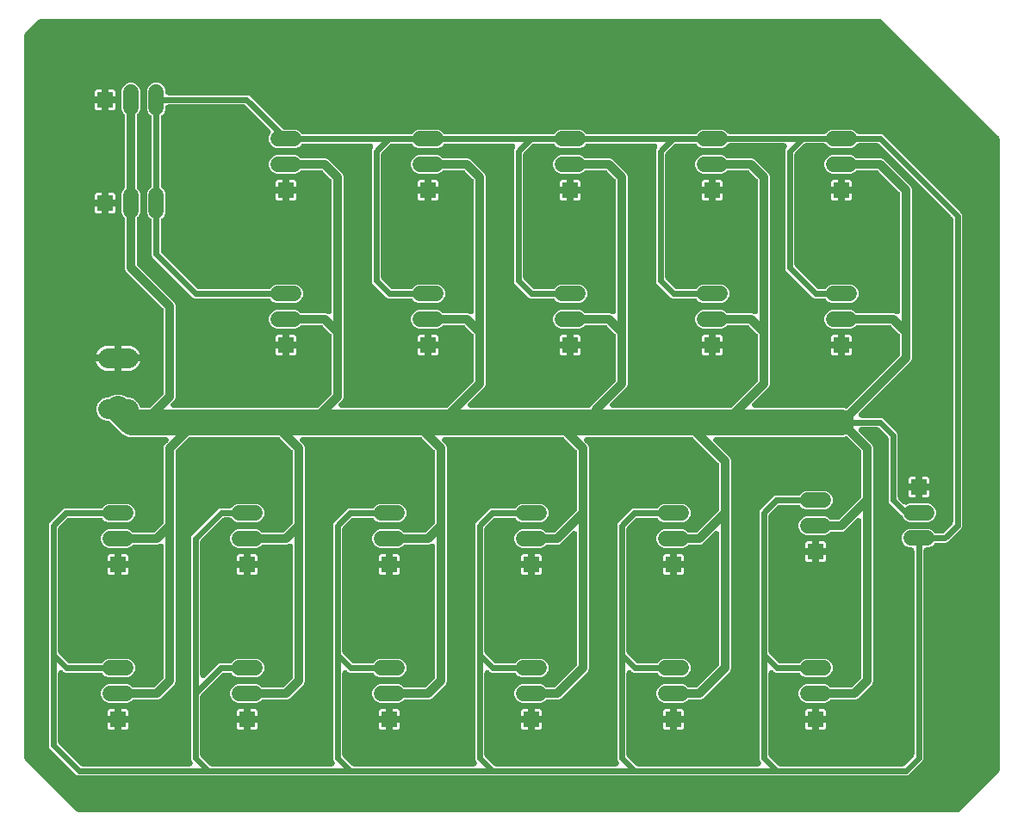
<source format=gbr>
G04 EAGLE Gerber RS-274X export*
G75*
%MOMM*%
%FSLAX34Y34*%
%LPD*%
%INTop Copper*%
%IPPOS*%
%AMOC8*
5,1,8,0,0,1.08239X$1,22.5*%
G01*
%ADD10C,1.981200*%
%ADD11C,1.508000*%
%ADD12R,1.508000X1.508000*%
%ADD13C,2.540000*%
%ADD14C,0.812800*%
%ADD15C,0.609600*%

G36*
X902322Y-15230D02*
X902322Y-15230D01*
X902436Y-15231D01*
X902567Y-15210D01*
X902700Y-15199D01*
X902810Y-15172D01*
X902923Y-15154D01*
X903050Y-15113D01*
X903179Y-15081D01*
X903283Y-15036D01*
X903392Y-15000D01*
X903510Y-14938D01*
X903632Y-14886D01*
X903728Y-14825D01*
X903830Y-14772D01*
X903903Y-14713D01*
X904048Y-14621D01*
X904290Y-14405D01*
X904363Y-14347D01*
X941955Y23245D01*
X942029Y23332D01*
X942110Y23413D01*
X942188Y23520D01*
X942274Y23621D01*
X942333Y23719D01*
X942400Y23811D01*
X942460Y23930D01*
X942529Y24044D01*
X942571Y24150D01*
X942623Y24252D01*
X942663Y24379D01*
X942712Y24502D01*
X942737Y24613D01*
X942771Y24722D01*
X942781Y24816D01*
X942819Y24984D01*
X942837Y25308D01*
X942847Y25400D01*
X942847Y647700D01*
X942838Y647814D01*
X942839Y647928D01*
X942818Y648059D01*
X942807Y648192D01*
X942780Y648302D01*
X942762Y648415D01*
X942721Y648542D01*
X942689Y648671D01*
X942644Y648775D01*
X942608Y648884D01*
X942546Y649002D01*
X942494Y649124D01*
X942433Y649220D01*
X942380Y649322D01*
X942321Y649395D01*
X942229Y649540D01*
X942013Y649782D01*
X941955Y649855D01*
X827655Y764155D01*
X827568Y764229D01*
X827487Y764310D01*
X827380Y764388D01*
X827279Y764474D01*
X827181Y764533D01*
X827089Y764600D01*
X826970Y764660D01*
X826856Y764729D01*
X826750Y764771D01*
X826648Y764823D01*
X826521Y764863D01*
X826398Y764912D01*
X826287Y764937D01*
X826178Y764971D01*
X826084Y764981D01*
X825917Y765019D01*
X825592Y765037D01*
X825500Y765047D01*
X0Y765047D01*
X-114Y765038D01*
X-228Y765039D01*
X-359Y765018D01*
X-492Y765007D01*
X-602Y764980D01*
X-715Y764962D01*
X-842Y764921D01*
X-971Y764889D01*
X-1075Y764844D01*
X-1184Y764808D01*
X-1302Y764746D01*
X-1424Y764694D01*
X-1520Y764633D01*
X-1622Y764580D01*
X-1695Y764521D01*
X-1840Y764429D01*
X-2082Y764213D01*
X-2155Y764155D01*
X-14855Y751455D01*
X-14929Y751368D01*
X-15010Y751287D01*
X-15088Y751180D01*
X-15174Y751079D01*
X-15233Y750981D01*
X-15300Y750889D01*
X-15360Y750770D01*
X-15429Y750656D01*
X-15471Y750550D01*
X-15523Y750448D01*
X-15563Y750321D01*
X-15612Y750198D01*
X-15637Y750087D01*
X-15671Y749978D01*
X-15681Y749884D01*
X-15719Y749717D01*
X-15737Y749392D01*
X-15747Y749300D01*
X-15747Y38100D01*
X-15738Y37986D01*
X-15739Y37872D01*
X-15718Y37741D01*
X-15707Y37608D01*
X-15680Y37498D01*
X-15662Y37385D01*
X-15621Y37258D01*
X-15589Y37129D01*
X-15544Y37025D01*
X-15508Y36916D01*
X-15446Y36798D01*
X-15394Y36676D01*
X-15333Y36580D01*
X-15280Y36478D01*
X-15221Y36405D01*
X-15129Y36260D01*
X-14913Y36018D01*
X-14855Y35945D01*
X35437Y-14347D01*
X35524Y-14421D01*
X35605Y-14502D01*
X35712Y-14580D01*
X35813Y-14666D01*
X35911Y-14725D01*
X36003Y-14792D01*
X36122Y-14852D01*
X36236Y-14921D01*
X36342Y-14963D01*
X36444Y-15015D01*
X36571Y-15055D01*
X36694Y-15104D01*
X36805Y-15129D01*
X36914Y-15163D01*
X37008Y-15173D01*
X37176Y-15211D01*
X37500Y-15229D01*
X37592Y-15239D01*
X902208Y-15239D01*
X902322Y-15230D01*
G37*
%LPC*%
G36*
X66857Y92535D02*
X66857Y92535D01*
X63525Y93915D01*
X60975Y96465D01*
X59595Y99797D01*
X59595Y103403D01*
X60975Y106735D01*
X63525Y109285D01*
X66857Y110665D01*
X85543Y110665D01*
X88875Y109285D01*
X90078Y108081D01*
X90165Y108007D01*
X90245Y107926D01*
X90353Y107848D01*
X90454Y107762D01*
X90552Y107703D01*
X90644Y107636D01*
X90763Y107576D01*
X90877Y107507D01*
X90983Y107465D01*
X91085Y107413D01*
X91212Y107373D01*
X91335Y107324D01*
X91446Y107299D01*
X91555Y107265D01*
X91649Y107255D01*
X91816Y107217D01*
X92141Y107199D01*
X92233Y107189D01*
X110723Y107189D01*
X110837Y107198D01*
X110951Y107197D01*
X111082Y107218D01*
X111215Y107229D01*
X111325Y107256D01*
X111438Y107274D01*
X111565Y107315D01*
X111693Y107347D01*
X111798Y107392D01*
X111907Y107428D01*
X112025Y107490D01*
X112147Y107542D01*
X112243Y107603D01*
X112344Y107656D01*
X112418Y107715D01*
X112563Y107807D01*
X112805Y108023D01*
X112878Y108081D01*
X120519Y115722D01*
X120593Y115809D01*
X120674Y115890D01*
X120752Y115997D01*
X120838Y116098D01*
X120897Y116196D01*
X120964Y116288D01*
X121024Y116407D01*
X121093Y116521D01*
X121135Y116627D01*
X121187Y116729D01*
X121227Y116856D01*
X121276Y116979D01*
X121301Y117090D01*
X121335Y117199D01*
X121345Y117293D01*
X121383Y117461D01*
X121401Y117785D01*
X121411Y117877D01*
X121411Y246336D01*
X121397Y246516D01*
X121390Y246696D01*
X121377Y246761D01*
X121371Y246828D01*
X121328Y247003D01*
X121292Y247180D01*
X121269Y247242D01*
X121253Y247306D01*
X121181Y247472D01*
X121118Y247641D01*
X121084Y247699D01*
X121058Y247760D01*
X120961Y247912D01*
X120871Y248068D01*
X120829Y248120D01*
X120793Y248176D01*
X120673Y248310D01*
X120558Y248450D01*
X120509Y248494D01*
X120464Y248544D01*
X120324Y248657D01*
X120189Y248777D01*
X120132Y248812D01*
X120080Y248854D01*
X119924Y248943D01*
X119771Y249039D01*
X119709Y249065D01*
X119652Y249098D01*
X119482Y249160D01*
X119316Y249231D01*
X119252Y249246D01*
X119189Y249269D01*
X119012Y249304D01*
X118837Y249346D01*
X118770Y249351D01*
X118705Y249364D01*
X118525Y249370D01*
X118345Y249383D01*
X118278Y249377D01*
X118212Y249379D01*
X118033Y249356D01*
X117853Y249340D01*
X117803Y249325D01*
X117723Y249315D01*
X117251Y249172D01*
X117220Y249158D01*
X117198Y249151D01*
X115412Y248411D01*
X92233Y248411D01*
X92119Y248402D01*
X92005Y248403D01*
X91874Y248382D01*
X91741Y248371D01*
X91630Y248344D01*
X91518Y248326D01*
X91391Y248285D01*
X91262Y248253D01*
X91158Y248208D01*
X91049Y248172D01*
X90931Y248110D01*
X90809Y248058D01*
X90713Y247997D01*
X90611Y247944D01*
X90538Y247885D01*
X90393Y247793D01*
X90151Y247577D01*
X90078Y247519D01*
X88875Y246315D01*
X85543Y244935D01*
X66857Y244935D01*
X63525Y246315D01*
X60975Y248865D01*
X59595Y252197D01*
X59595Y255803D01*
X60975Y259135D01*
X63525Y261685D01*
X66857Y263065D01*
X85543Y263065D01*
X88875Y261685D01*
X90078Y260481D01*
X90165Y260407D01*
X90245Y260326D01*
X90353Y260248D01*
X90454Y260162D01*
X90552Y260103D01*
X90644Y260036D01*
X90763Y259976D01*
X90877Y259907D01*
X90983Y259865D01*
X91085Y259813D01*
X91212Y259773D01*
X91335Y259724D01*
X91446Y259699D01*
X91555Y259665D01*
X91649Y259655D01*
X91816Y259617D01*
X92141Y259599D01*
X92233Y259589D01*
X110723Y259589D01*
X110837Y259598D01*
X110951Y259597D01*
X111082Y259618D01*
X111215Y259629D01*
X111325Y259656D01*
X111438Y259674D01*
X111565Y259715D01*
X111693Y259747D01*
X111798Y259792D01*
X111907Y259828D01*
X112025Y259890D01*
X112147Y259942D01*
X112243Y260003D01*
X112344Y260056D01*
X112418Y260115D01*
X112563Y260207D01*
X112805Y260423D01*
X112878Y260481D01*
X120519Y268122D01*
X120593Y268209D01*
X120674Y268290D01*
X120752Y268397D01*
X120838Y268498D01*
X120897Y268596D01*
X120964Y268688D01*
X121024Y268807D01*
X121093Y268921D01*
X121135Y269027D01*
X121187Y269129D01*
X121227Y269256D01*
X121276Y269379D01*
X121301Y269490D01*
X121335Y269599D01*
X121345Y269693D01*
X121383Y269861D01*
X121401Y270185D01*
X121411Y270277D01*
X121411Y344012D01*
X122262Y346066D01*
X124263Y348066D01*
X125070Y348873D01*
X125094Y348902D01*
X125123Y348928D01*
X125254Y349090D01*
X125389Y349249D01*
X125409Y349282D01*
X125433Y349312D01*
X125536Y349493D01*
X125644Y349672D01*
X125658Y349707D01*
X125677Y349740D01*
X125749Y349936D01*
X125827Y350130D01*
X125835Y350167D01*
X125848Y350203D01*
X125888Y350407D01*
X125934Y350611D01*
X125936Y350650D01*
X125943Y350687D01*
X125949Y350895D01*
X125961Y351104D01*
X125957Y351142D01*
X125958Y351180D01*
X125931Y351386D01*
X125909Y351595D01*
X125899Y351631D01*
X125894Y351669D01*
X125834Y351870D01*
X125778Y352070D01*
X125763Y352105D01*
X125751Y352142D01*
X125660Y352329D01*
X125573Y352519D01*
X125551Y352550D01*
X125535Y352585D01*
X125414Y352754D01*
X125297Y352928D01*
X125271Y352956D01*
X125249Y352987D01*
X125103Y353135D01*
X124959Y353288D01*
X124929Y353311D01*
X124902Y353338D01*
X124734Y353460D01*
X124568Y353588D01*
X124534Y353606D01*
X124504Y353628D01*
X124317Y353722D01*
X124133Y353821D01*
X124097Y353833D01*
X124063Y353851D01*
X123864Y353913D01*
X123667Y353981D01*
X123629Y353987D01*
X123593Y353999D01*
X123500Y354009D01*
X123180Y354064D01*
X123008Y354065D01*
X122915Y354075D01*
X86578Y354075D01*
X81350Y356241D01*
X76920Y360671D01*
X68406Y369185D01*
X68320Y369259D01*
X68239Y369340D01*
X68132Y369418D01*
X68031Y369504D01*
X67933Y369563D01*
X67840Y369630D01*
X67722Y369690D01*
X67608Y369759D01*
X67502Y369801D01*
X67400Y369853D01*
X67273Y369893D01*
X67150Y369942D01*
X67039Y369967D01*
X66929Y370001D01*
X66836Y370011D01*
X66668Y370049D01*
X66344Y370067D01*
X66252Y370077D01*
X64020Y370077D01*
X59819Y371817D01*
X56603Y375033D01*
X54863Y379234D01*
X54863Y383782D01*
X56603Y387983D01*
X59819Y391199D01*
X64020Y392939D01*
X66252Y392939D01*
X66366Y392948D01*
X66480Y392947D01*
X66611Y392968D01*
X66743Y392979D01*
X66854Y393006D01*
X66967Y393024D01*
X67094Y393065D01*
X67222Y393097D01*
X67327Y393143D01*
X67436Y393178D01*
X67554Y393240D01*
X67676Y393292D01*
X67772Y393353D01*
X67874Y393406D01*
X67947Y393465D01*
X68043Y393526D01*
X73370Y395733D01*
X79030Y395733D01*
X84349Y393530D01*
X84369Y393512D01*
X84467Y393453D01*
X84560Y393386D01*
X84678Y393326D01*
X84792Y393257D01*
X84898Y393215D01*
X85000Y393163D01*
X85127Y393123D01*
X85250Y393074D01*
X85361Y393049D01*
X85471Y393015D01*
X85564Y393005D01*
X85731Y392967D01*
X86056Y392949D01*
X86148Y392939D01*
X88380Y392939D01*
X92581Y391199D01*
X95796Y387983D01*
X97278Y384406D01*
X97378Y384211D01*
X97474Y384015D01*
X97490Y383992D01*
X97503Y383967D01*
X97633Y383791D01*
X97759Y383613D01*
X97779Y383593D01*
X97796Y383570D01*
X97953Y383417D01*
X98106Y383262D01*
X98129Y383245D01*
X98149Y383225D01*
X98328Y383100D01*
X98505Y382972D01*
X98530Y382959D01*
X98553Y382943D01*
X98750Y382848D01*
X98945Y382749D01*
X98972Y382741D01*
X98998Y382728D01*
X99207Y382667D01*
X99416Y382601D01*
X99439Y382598D01*
X99471Y382589D01*
X99961Y382528D01*
X100041Y382531D01*
X100093Y382525D01*
X106659Y382525D01*
X106773Y382534D01*
X106887Y382533D01*
X107018Y382554D01*
X107151Y382565D01*
X107261Y382592D01*
X107374Y382610D01*
X107501Y382651D01*
X107629Y382683D01*
X107734Y382728D01*
X107843Y382764D01*
X107961Y382826D01*
X108083Y382878D01*
X108179Y382939D01*
X108280Y382992D01*
X108354Y383051D01*
X108499Y383143D01*
X108741Y383359D01*
X108814Y383417D01*
X120519Y395122D01*
X120593Y395209D01*
X120674Y395290D01*
X120752Y395397D01*
X120838Y395498D01*
X120897Y395596D01*
X120964Y395688D01*
X121024Y395807D01*
X121093Y395921D01*
X121135Y396027D01*
X121187Y396129D01*
X121227Y396256D01*
X121276Y396379D01*
X121301Y396490D01*
X121335Y396599D01*
X121345Y396693D01*
X121383Y396861D01*
X121401Y397185D01*
X121411Y397277D01*
X121411Y479023D01*
X121402Y479137D01*
X121403Y479251D01*
X121382Y479382D01*
X121371Y479515D01*
X121344Y479625D01*
X121326Y479738D01*
X121285Y479865D01*
X121253Y479993D01*
X121208Y480098D01*
X121172Y480207D01*
X121110Y480325D01*
X121058Y480447D01*
X120997Y480543D01*
X120944Y480644D01*
X120885Y480718D01*
X120793Y480863D01*
X120577Y481105D01*
X120519Y481178D01*
X84162Y517534D01*
X83311Y519588D01*
X83311Y568167D01*
X83302Y568281D01*
X83303Y568395D01*
X83282Y568526D01*
X83271Y568659D01*
X83244Y568770D01*
X83226Y568882D01*
X83185Y569009D01*
X83153Y569138D01*
X83108Y569242D01*
X83072Y569351D01*
X83010Y569469D01*
X82958Y569591D01*
X82897Y569687D01*
X82844Y569789D01*
X82785Y569862D01*
X82693Y570007D01*
X82477Y570249D01*
X82419Y570322D01*
X81215Y571525D01*
X79835Y574857D01*
X79835Y593543D01*
X81215Y596875D01*
X82419Y598078D01*
X82493Y598165D01*
X82574Y598245D01*
X82652Y598353D01*
X82738Y598454D01*
X82797Y598552D01*
X82864Y598644D01*
X82924Y598763D01*
X82993Y598877D01*
X83035Y598983D01*
X83087Y599085D01*
X83127Y599212D01*
X83176Y599335D01*
X83201Y599446D01*
X83235Y599555D01*
X83245Y599649D01*
X83283Y599816D01*
X83291Y599956D01*
X83292Y599964D01*
X83294Y600010D01*
X83301Y600141D01*
X83311Y600233D01*
X83311Y669767D01*
X83302Y669881D01*
X83303Y669995D01*
X83282Y670127D01*
X83271Y670259D01*
X83244Y670369D01*
X83226Y670482D01*
X83185Y670609D01*
X83153Y670738D01*
X83108Y670842D01*
X83072Y670951D01*
X83010Y671069D01*
X82958Y671191D01*
X82897Y671287D01*
X82844Y671389D01*
X82785Y671462D01*
X82693Y671607D01*
X82477Y671849D01*
X82419Y671922D01*
X81215Y673125D01*
X79835Y676457D01*
X79835Y695143D01*
X81215Y698475D01*
X83765Y701025D01*
X87097Y702405D01*
X90703Y702405D01*
X94035Y701025D01*
X96585Y698475D01*
X97965Y695143D01*
X97965Y676457D01*
X96585Y673125D01*
X95381Y671922D01*
X95307Y671835D01*
X95226Y671755D01*
X95148Y671647D01*
X95062Y671546D01*
X95003Y671448D01*
X94936Y671356D01*
X94876Y671237D01*
X94807Y671123D01*
X94765Y671017D01*
X94713Y670915D01*
X94673Y670789D01*
X94624Y670665D01*
X94599Y670554D01*
X94565Y670445D01*
X94555Y670351D01*
X94517Y670184D01*
X94499Y669859D01*
X94489Y669767D01*
X94489Y600233D01*
X94493Y600177D01*
X94493Y600153D01*
X94498Y600112D01*
X94497Y600005D01*
X94518Y599874D01*
X94529Y599741D01*
X94556Y599630D01*
X94574Y599518D01*
X94615Y599391D01*
X94647Y599262D01*
X94692Y599158D01*
X94728Y599049D01*
X94790Y598931D01*
X94842Y598809D01*
X94903Y598713D01*
X94956Y598611D01*
X95015Y598538D01*
X95107Y598393D01*
X95323Y598151D01*
X95381Y598078D01*
X96585Y596875D01*
X97965Y593543D01*
X97965Y574857D01*
X96585Y571525D01*
X95381Y570322D01*
X95307Y570235D01*
X95226Y570155D01*
X95148Y570047D01*
X95062Y569946D01*
X95003Y569848D01*
X94936Y569756D01*
X94876Y569637D01*
X94807Y569523D01*
X94765Y569417D01*
X94713Y569315D01*
X94673Y569188D01*
X94624Y569065D01*
X94599Y568954D01*
X94565Y568845D01*
X94555Y568751D01*
X94517Y568584D01*
X94499Y568259D01*
X94489Y568167D01*
X94489Y524277D01*
X94498Y524163D01*
X94497Y524049D01*
X94518Y523918D01*
X94529Y523785D01*
X94556Y523675D01*
X94574Y523562D01*
X94615Y523435D01*
X94647Y523307D01*
X94692Y523202D01*
X94728Y523093D01*
X94790Y522975D01*
X94842Y522853D01*
X94903Y522757D01*
X94956Y522656D01*
X95015Y522582D01*
X95107Y522437D01*
X95323Y522195D01*
X95381Y522122D01*
X131738Y485766D01*
X132589Y483712D01*
X132589Y392588D01*
X131738Y390534D01*
X128930Y387727D01*
X128906Y387698D01*
X128877Y387672D01*
X128746Y387510D01*
X128611Y387351D01*
X128591Y387318D01*
X128567Y387288D01*
X128464Y387107D01*
X128356Y386928D01*
X128342Y386893D01*
X128323Y386860D01*
X128251Y386664D01*
X128173Y386470D01*
X128165Y386433D01*
X128152Y386397D01*
X128112Y386192D01*
X128066Y385988D01*
X128064Y385950D01*
X128057Y385913D01*
X128051Y385705D01*
X128039Y385496D01*
X128043Y385458D01*
X128042Y385420D01*
X128069Y385213D01*
X128091Y385005D01*
X128101Y384969D01*
X128106Y384931D01*
X128166Y384731D01*
X128222Y384530D01*
X128238Y384495D01*
X128249Y384458D01*
X128340Y384271D01*
X128427Y384081D01*
X128449Y384050D01*
X128465Y384015D01*
X128586Y383845D01*
X128703Y383672D01*
X128729Y383644D01*
X128751Y383613D01*
X128898Y383464D01*
X129041Y383312D01*
X129071Y383289D01*
X129098Y383262D01*
X129267Y383139D01*
X129432Y383012D01*
X129466Y382994D01*
X129496Y382972D01*
X129682Y382878D01*
X129867Y382779D01*
X129903Y382766D01*
X129937Y382749D01*
X130136Y382687D01*
X130333Y382619D01*
X130371Y382613D01*
X130407Y382601D01*
X130500Y382591D01*
X130820Y382536D01*
X130992Y382535D01*
X131085Y382525D01*
X271759Y382525D01*
X271873Y382534D01*
X271987Y382533D01*
X272118Y382554D01*
X272251Y382565D01*
X272361Y382592D01*
X272474Y382610D01*
X272601Y382651D01*
X272729Y382683D01*
X272834Y382728D01*
X272943Y382764D01*
X273061Y382826D01*
X273183Y382878D01*
X273279Y382939D01*
X273380Y382992D01*
X273454Y383051D01*
X273599Y383143D01*
X273841Y383359D01*
X273914Y383417D01*
X285619Y395122D01*
X285693Y395209D01*
X285774Y395290D01*
X285852Y395397D01*
X285938Y395498D01*
X285997Y395596D01*
X286064Y395688D01*
X286124Y395807D01*
X286193Y395921D01*
X286235Y396027D01*
X286287Y396129D01*
X286327Y396256D01*
X286376Y396379D01*
X286401Y396490D01*
X286435Y396599D01*
X286445Y396693D01*
X286483Y396861D01*
X286501Y397185D01*
X286511Y397277D01*
X286511Y453623D01*
X286502Y453737D01*
X286503Y453851D01*
X286482Y453982D01*
X286471Y454115D01*
X286444Y454225D01*
X286426Y454338D01*
X286385Y454465D01*
X286353Y454593D01*
X286308Y454698D01*
X286272Y454807D01*
X286210Y454925D01*
X286158Y455047D01*
X286097Y455143D01*
X286044Y455244D01*
X285985Y455318D01*
X285893Y455463D01*
X285677Y455705D01*
X285619Y455778D01*
X277978Y463419D01*
X277891Y463493D01*
X277810Y463574D01*
X277703Y463652D01*
X277602Y463738D01*
X277504Y463797D01*
X277412Y463864D01*
X277293Y463924D01*
X277179Y463993D01*
X277073Y464035D01*
X276971Y464087D01*
X276844Y464127D01*
X276721Y464176D01*
X276610Y464201D01*
X276501Y464235D01*
X276407Y464245D01*
X276239Y464283D01*
X275915Y464301D01*
X275823Y464311D01*
X257333Y464311D01*
X257219Y464302D01*
X257105Y464303D01*
X256974Y464282D01*
X256841Y464271D01*
X256730Y464244D01*
X256618Y464226D01*
X256491Y464185D01*
X256362Y464153D01*
X256258Y464108D01*
X256149Y464072D01*
X256031Y464010D01*
X255909Y463958D01*
X255813Y463897D01*
X255711Y463844D01*
X255638Y463785D01*
X255493Y463693D01*
X255251Y463477D01*
X255178Y463419D01*
X253975Y462215D01*
X250643Y460835D01*
X231957Y460835D01*
X228625Y462215D01*
X226075Y464765D01*
X224695Y468097D01*
X224695Y471703D01*
X226075Y475035D01*
X228625Y477585D01*
X231957Y478965D01*
X250643Y478965D01*
X253975Y477585D01*
X255178Y476381D01*
X255265Y476307D01*
X255345Y476226D01*
X255453Y476148D01*
X255554Y476062D01*
X255652Y476003D01*
X255744Y475936D01*
X255863Y475876D01*
X255977Y475807D01*
X256083Y475765D01*
X256185Y475713D01*
X256312Y475673D01*
X256435Y475624D01*
X256546Y475599D01*
X256655Y475565D01*
X256749Y475555D01*
X256916Y475517D01*
X257241Y475499D01*
X257333Y475489D01*
X280512Y475489D01*
X282298Y474749D01*
X282470Y474694D01*
X282639Y474631D01*
X282704Y474618D01*
X282767Y474598D01*
X282946Y474571D01*
X283123Y474536D01*
X283189Y474534D01*
X283255Y474524D01*
X283436Y474526D01*
X283616Y474521D01*
X283682Y474529D01*
X283749Y474530D01*
X283926Y474562D01*
X284105Y474585D01*
X284169Y474604D01*
X284234Y474616D01*
X284404Y474675D01*
X284578Y474728D01*
X284637Y474757D01*
X284700Y474779D01*
X284859Y474865D01*
X285021Y474944D01*
X285075Y474983D01*
X285133Y475015D01*
X285276Y475126D01*
X285423Y475230D01*
X285470Y475277D01*
X285523Y475318D01*
X285646Y475450D01*
X285774Y475577D01*
X285813Y475630D01*
X285858Y475679D01*
X285958Y475830D01*
X286064Y475975D01*
X286094Y476035D01*
X286131Y476090D01*
X286205Y476255D01*
X286287Y476416D01*
X286307Y476479D01*
X286334Y476540D01*
X286381Y476714D01*
X286435Y476886D01*
X286441Y476939D01*
X286462Y477016D01*
X286511Y477507D01*
X286509Y477541D01*
X286511Y477564D01*
X286511Y606023D01*
X286502Y606137D01*
X286503Y606251D01*
X286482Y606382D01*
X286471Y606515D01*
X286444Y606625D01*
X286426Y606738D01*
X286385Y606865D01*
X286353Y606993D01*
X286308Y607098D01*
X286272Y607207D01*
X286210Y607325D01*
X286158Y607447D01*
X286097Y607543D01*
X286044Y607644D01*
X285985Y607718D01*
X285893Y607863D01*
X285677Y608105D01*
X285619Y608178D01*
X277978Y615819D01*
X277891Y615893D01*
X277810Y615974D01*
X277703Y616052D01*
X277602Y616138D01*
X277504Y616197D01*
X277412Y616264D01*
X277293Y616324D01*
X277179Y616393D01*
X277073Y616435D01*
X276971Y616487D01*
X276844Y616527D01*
X276721Y616576D01*
X276610Y616601D01*
X276501Y616635D01*
X276407Y616645D01*
X276239Y616683D01*
X275915Y616701D01*
X275823Y616711D01*
X257333Y616711D01*
X257219Y616702D01*
X257105Y616703D01*
X256973Y616682D01*
X256841Y616671D01*
X256731Y616644D01*
X256618Y616626D01*
X256491Y616585D01*
X256362Y616553D01*
X256258Y616508D01*
X256149Y616472D01*
X256031Y616410D01*
X255909Y616358D01*
X255813Y616297D01*
X255711Y616244D01*
X255638Y616185D01*
X255493Y616093D01*
X255251Y615877D01*
X255178Y615819D01*
X253975Y614615D01*
X250643Y613235D01*
X231957Y613235D01*
X228625Y614615D01*
X226075Y617165D01*
X224695Y620497D01*
X224695Y624103D01*
X226075Y627435D01*
X228625Y629985D01*
X231957Y631365D01*
X250643Y631365D01*
X253975Y629985D01*
X255178Y628781D01*
X255265Y628707D01*
X255345Y628626D01*
X255453Y628548D01*
X255554Y628462D01*
X255652Y628403D01*
X255744Y628336D01*
X255863Y628276D01*
X255977Y628207D01*
X256083Y628165D01*
X256185Y628113D01*
X256311Y628073D01*
X256435Y628024D01*
X256546Y627999D01*
X256655Y627965D01*
X256749Y627955D01*
X256916Y627917D01*
X257241Y627899D01*
X257333Y627889D01*
X280512Y627889D01*
X282566Y627038D01*
X296838Y612766D01*
X297689Y610712D01*
X297689Y392588D01*
X296838Y390534D01*
X294837Y388534D01*
X294837Y388533D01*
X294030Y387727D01*
X294006Y387698D01*
X293977Y387672D01*
X293846Y387510D01*
X293711Y387351D01*
X293691Y387318D01*
X293667Y387288D01*
X293564Y387108D01*
X293456Y386928D01*
X293442Y386893D01*
X293423Y386860D01*
X293351Y386664D01*
X293273Y386470D01*
X293265Y386433D01*
X293252Y386397D01*
X293212Y386192D01*
X293166Y385988D01*
X293164Y385950D01*
X293157Y385913D01*
X293151Y385705D01*
X293139Y385496D01*
X293143Y385458D01*
X293142Y385420D01*
X293169Y385213D01*
X293191Y385005D01*
X293201Y384969D01*
X293206Y384931D01*
X293266Y384731D01*
X293322Y384530D01*
X293338Y384495D01*
X293349Y384458D01*
X293440Y384271D01*
X293527Y384081D01*
X293549Y384049D01*
X293565Y384015D01*
X293686Y383845D01*
X293803Y383672D01*
X293829Y383644D01*
X293851Y383613D01*
X293998Y383464D01*
X294141Y383312D01*
X294171Y383289D01*
X294198Y383262D01*
X294366Y383139D01*
X294532Y383012D01*
X294566Y382994D01*
X294596Y382972D01*
X294783Y382878D01*
X294967Y382779D01*
X295003Y382767D01*
X295037Y382749D01*
X295236Y382687D01*
X295433Y382619D01*
X295471Y382613D01*
X295507Y382601D01*
X295600Y382591D01*
X295920Y382536D01*
X296092Y382535D01*
X296185Y382525D01*
X398759Y382525D01*
X398873Y382534D01*
X398987Y382533D01*
X399118Y382554D01*
X399251Y382565D01*
X399361Y382592D01*
X399474Y382610D01*
X399601Y382651D01*
X399729Y382683D01*
X399834Y382728D01*
X399943Y382764D01*
X400061Y382826D01*
X400183Y382878D01*
X400279Y382939D01*
X400380Y382992D01*
X400454Y383051D01*
X400599Y383143D01*
X400841Y383359D01*
X400914Y383417D01*
X425319Y407822D01*
X425393Y407909D01*
X425474Y407990D01*
X425552Y408097D01*
X425638Y408198D01*
X425697Y408296D01*
X425764Y408388D01*
X425824Y408507D01*
X425893Y408621D01*
X425935Y408727D01*
X425987Y408829D01*
X426027Y408956D01*
X426076Y409079D01*
X426101Y409190D01*
X426135Y409299D01*
X426145Y409393D01*
X426183Y409561D01*
X426201Y409885D01*
X426211Y409977D01*
X426211Y453623D01*
X426202Y453737D01*
X426203Y453851D01*
X426182Y453982D01*
X426171Y454115D01*
X426144Y454225D01*
X426126Y454338D01*
X426085Y454464D01*
X426053Y454593D01*
X426008Y454698D01*
X425972Y454807D01*
X425910Y454925D01*
X425858Y455047D01*
X425797Y455143D01*
X425744Y455244D01*
X425685Y455318D01*
X425593Y455463D01*
X425377Y455705D01*
X425319Y455778D01*
X417678Y463419D01*
X417591Y463493D01*
X417510Y463574D01*
X417403Y463652D01*
X417302Y463738D01*
X417204Y463797D01*
X417112Y463864D01*
X416993Y463924D01*
X416879Y463993D01*
X416773Y464035D01*
X416671Y464087D01*
X416544Y464127D01*
X416421Y464176D01*
X416310Y464201D01*
X416201Y464235D01*
X416107Y464245D01*
X415939Y464283D01*
X415615Y464301D01*
X415523Y464311D01*
X397033Y464311D01*
X396919Y464302D01*
X396805Y464303D01*
X396674Y464282D01*
X396541Y464271D01*
X396430Y464244D01*
X396318Y464226D01*
X396191Y464185D01*
X396062Y464153D01*
X395958Y464108D01*
X395849Y464072D01*
X395731Y464010D01*
X395609Y463958D01*
X395513Y463897D01*
X395411Y463844D01*
X395338Y463785D01*
X395193Y463693D01*
X394951Y463477D01*
X394878Y463419D01*
X393675Y462215D01*
X390343Y460835D01*
X371657Y460835D01*
X368325Y462215D01*
X365775Y464765D01*
X364395Y468097D01*
X364395Y471703D01*
X365775Y475035D01*
X368325Y477585D01*
X371657Y478965D01*
X390343Y478965D01*
X393675Y477585D01*
X394878Y476381D01*
X394965Y476307D01*
X395045Y476226D01*
X395153Y476148D01*
X395254Y476062D01*
X395352Y476003D01*
X395444Y475936D01*
X395563Y475876D01*
X395677Y475807D01*
X395783Y475765D01*
X395885Y475713D01*
X396012Y475673D01*
X396135Y475624D01*
X396246Y475599D01*
X396355Y475565D01*
X396449Y475555D01*
X396616Y475517D01*
X396941Y475499D01*
X397033Y475489D01*
X420212Y475489D01*
X421998Y474749D01*
X422170Y474694D01*
X422339Y474631D01*
X422404Y474618D01*
X422467Y474598D01*
X422646Y474571D01*
X422823Y474536D01*
X422889Y474534D01*
X422955Y474524D01*
X423136Y474526D01*
X423316Y474521D01*
X423382Y474529D01*
X423449Y474530D01*
X423626Y474562D01*
X423805Y474585D01*
X423869Y474604D01*
X423934Y474616D01*
X424104Y474675D01*
X424278Y474728D01*
X424337Y474757D01*
X424400Y474779D01*
X424559Y474865D01*
X424721Y474944D01*
X424775Y474983D01*
X424833Y475015D01*
X424976Y475126D01*
X425123Y475230D01*
X425170Y475277D01*
X425223Y475318D01*
X425346Y475450D01*
X425474Y475577D01*
X425513Y475630D01*
X425558Y475679D01*
X425658Y475830D01*
X425764Y475975D01*
X425794Y476035D01*
X425831Y476090D01*
X425905Y476255D01*
X425987Y476416D01*
X426007Y476479D01*
X426034Y476540D01*
X426081Y476714D01*
X426135Y476886D01*
X426141Y476939D01*
X426162Y477016D01*
X426211Y477507D01*
X426209Y477541D01*
X426211Y477564D01*
X426211Y606023D01*
X426202Y606137D01*
X426203Y606251D01*
X426182Y606382D01*
X426171Y606515D01*
X426144Y606625D01*
X426126Y606738D01*
X426085Y606865D01*
X426053Y606993D01*
X426008Y607098D01*
X425972Y607207D01*
X425910Y607325D01*
X425858Y607447D01*
X425797Y607543D01*
X425744Y607644D01*
X425685Y607718D01*
X425593Y607863D01*
X425377Y608105D01*
X425319Y608178D01*
X417678Y615819D01*
X417591Y615893D01*
X417510Y615974D01*
X417403Y616052D01*
X417302Y616138D01*
X417204Y616197D01*
X417112Y616264D01*
X416993Y616324D01*
X416879Y616393D01*
X416773Y616435D01*
X416671Y616487D01*
X416544Y616527D01*
X416421Y616576D01*
X416310Y616601D01*
X416201Y616635D01*
X416107Y616645D01*
X415939Y616683D01*
X415615Y616701D01*
X415523Y616711D01*
X397033Y616711D01*
X396919Y616702D01*
X396805Y616703D01*
X396674Y616682D01*
X396541Y616671D01*
X396430Y616644D01*
X396318Y616626D01*
X396191Y616585D01*
X396062Y616553D01*
X395958Y616508D01*
X395849Y616472D01*
X395731Y616410D01*
X395609Y616358D01*
X395513Y616297D01*
X395411Y616244D01*
X395338Y616185D01*
X395193Y616093D01*
X394951Y615877D01*
X394878Y615819D01*
X393675Y614615D01*
X390343Y613235D01*
X371657Y613235D01*
X368325Y614615D01*
X365775Y617165D01*
X364395Y620497D01*
X364395Y624103D01*
X365775Y627435D01*
X368325Y629985D01*
X371657Y631365D01*
X390343Y631365D01*
X393675Y629985D01*
X394878Y628781D01*
X394965Y628707D01*
X395045Y628626D01*
X395153Y628548D01*
X395254Y628462D01*
X395352Y628403D01*
X395444Y628336D01*
X395563Y628276D01*
X395677Y628207D01*
X395783Y628165D01*
X395885Y628113D01*
X396012Y628073D01*
X396135Y628024D01*
X396246Y627999D01*
X396355Y627965D01*
X396449Y627955D01*
X396616Y627917D01*
X396941Y627899D01*
X397033Y627889D01*
X420212Y627889D01*
X422266Y627038D01*
X436538Y612766D01*
X437389Y610712D01*
X437389Y405288D01*
X436538Y403234D01*
X421030Y387727D01*
X421006Y387698D01*
X420977Y387672D01*
X420846Y387510D01*
X420711Y387351D01*
X420691Y387318D01*
X420667Y387288D01*
X420564Y387108D01*
X420456Y386928D01*
X420442Y386893D01*
X420423Y386860D01*
X420351Y386664D01*
X420273Y386470D01*
X420265Y386433D01*
X420252Y386397D01*
X420212Y386192D01*
X420166Y385988D01*
X420164Y385950D01*
X420157Y385913D01*
X420151Y385705D01*
X420139Y385496D01*
X420143Y385458D01*
X420142Y385420D01*
X420169Y385213D01*
X420191Y385005D01*
X420201Y384969D01*
X420206Y384931D01*
X420266Y384731D01*
X420322Y384530D01*
X420338Y384495D01*
X420349Y384458D01*
X420440Y384271D01*
X420527Y384081D01*
X420549Y384049D01*
X420565Y384015D01*
X420686Y383846D01*
X420803Y383672D01*
X420829Y383644D01*
X420851Y383613D01*
X420997Y383465D01*
X421141Y383312D01*
X421171Y383289D01*
X421198Y383262D01*
X421366Y383139D01*
X421532Y383012D01*
X421566Y382994D01*
X421596Y382972D01*
X421782Y382878D01*
X421967Y382779D01*
X422003Y382766D01*
X422037Y382749D01*
X422236Y382687D01*
X422433Y382619D01*
X422471Y382613D01*
X422507Y382601D01*
X422600Y382591D01*
X422920Y382536D01*
X423092Y382535D01*
X423185Y382525D01*
X538646Y382525D01*
X538864Y382542D01*
X539082Y382556D01*
X539110Y382562D01*
X539138Y382565D01*
X539350Y382617D01*
X539563Y382666D01*
X539589Y382677D01*
X539617Y382683D01*
X539818Y382770D01*
X540020Y382852D01*
X540044Y382867D01*
X540070Y382878D01*
X540255Y382995D01*
X540441Y383109D01*
X540462Y383128D01*
X540486Y383143D01*
X540649Y383288D01*
X540815Y383431D01*
X540833Y383453D01*
X540854Y383472D01*
X540991Y383641D01*
X541132Y383809D01*
X541143Y383830D01*
X541164Y383856D01*
X541312Y384116D01*
X565019Y407822D01*
X565093Y407909D01*
X565174Y407990D01*
X565252Y408097D01*
X565338Y408198D01*
X565397Y408296D01*
X565464Y408388D01*
X565524Y408507D01*
X565593Y408621D01*
X565635Y408727D01*
X565687Y408829D01*
X565727Y408956D01*
X565776Y409079D01*
X565801Y409190D01*
X565835Y409299D01*
X565845Y409393D01*
X565883Y409561D01*
X565901Y409885D01*
X565911Y409977D01*
X565911Y453623D01*
X565902Y453737D01*
X565903Y453851D01*
X565882Y453982D01*
X565871Y454115D01*
X565844Y454225D01*
X565826Y454338D01*
X565785Y454465D01*
X565753Y454593D01*
X565708Y454698D01*
X565672Y454807D01*
X565610Y454925D01*
X565558Y455047D01*
X565497Y455143D01*
X565444Y455244D01*
X565385Y455318D01*
X565293Y455463D01*
X565077Y455705D01*
X565019Y455778D01*
X557378Y463419D01*
X557291Y463493D01*
X557210Y463574D01*
X557103Y463652D01*
X557002Y463738D01*
X556904Y463797D01*
X556812Y463864D01*
X556693Y463924D01*
X556579Y463993D01*
X556473Y464035D01*
X556371Y464087D01*
X556244Y464127D01*
X556121Y464176D01*
X556010Y464201D01*
X555901Y464235D01*
X555807Y464245D01*
X555639Y464283D01*
X555315Y464301D01*
X555223Y464311D01*
X536733Y464311D01*
X536619Y464302D01*
X536505Y464303D01*
X536373Y464282D01*
X536241Y464271D01*
X536131Y464244D01*
X536018Y464226D01*
X535891Y464185D01*
X535762Y464153D01*
X535658Y464108D01*
X535549Y464072D01*
X535431Y464010D01*
X535309Y463958D01*
X535213Y463897D01*
X535111Y463844D01*
X535038Y463785D01*
X534893Y463693D01*
X534651Y463477D01*
X534578Y463419D01*
X533375Y462215D01*
X530043Y460835D01*
X511357Y460835D01*
X508025Y462215D01*
X505475Y464765D01*
X504095Y468097D01*
X504095Y471703D01*
X505475Y475035D01*
X508025Y477585D01*
X511357Y478965D01*
X530043Y478965D01*
X533375Y477585D01*
X534578Y476381D01*
X534665Y476307D01*
X534745Y476226D01*
X534853Y476148D01*
X534954Y476062D01*
X535052Y476003D01*
X535144Y475936D01*
X535263Y475876D01*
X535377Y475807D01*
X535483Y475765D01*
X535585Y475713D01*
X535711Y475673D01*
X535835Y475624D01*
X535946Y475599D01*
X536055Y475565D01*
X536149Y475555D01*
X536316Y475517D01*
X536641Y475499D01*
X536733Y475489D01*
X559912Y475489D01*
X561698Y474749D01*
X561870Y474694D01*
X562039Y474631D01*
X562104Y474618D01*
X562167Y474598D01*
X562346Y474571D01*
X562523Y474536D01*
X562589Y474534D01*
X562655Y474524D01*
X562836Y474526D01*
X563016Y474521D01*
X563082Y474529D01*
X563149Y474530D01*
X563326Y474562D01*
X563505Y474585D01*
X563569Y474604D01*
X563634Y474616D01*
X563804Y474675D01*
X563978Y474728D01*
X564037Y474757D01*
X564100Y474779D01*
X564259Y474865D01*
X564421Y474944D01*
X564475Y474983D01*
X564533Y475015D01*
X564676Y475126D01*
X564823Y475230D01*
X564870Y475277D01*
X564923Y475318D01*
X565046Y475450D01*
X565174Y475577D01*
X565213Y475630D01*
X565258Y475679D01*
X565358Y475830D01*
X565464Y475975D01*
X565494Y476035D01*
X565531Y476090D01*
X565605Y476255D01*
X565687Y476416D01*
X565707Y476479D01*
X565734Y476540D01*
X565781Y476714D01*
X565835Y476886D01*
X565841Y476939D01*
X565862Y477016D01*
X565911Y477507D01*
X565909Y477541D01*
X565911Y477564D01*
X565911Y606023D01*
X565902Y606137D01*
X565903Y606251D01*
X565882Y606382D01*
X565871Y606515D01*
X565844Y606625D01*
X565826Y606738D01*
X565785Y606865D01*
X565753Y606993D01*
X565708Y607098D01*
X565672Y607207D01*
X565610Y607325D01*
X565558Y607447D01*
X565497Y607543D01*
X565444Y607644D01*
X565385Y607718D01*
X565293Y607863D01*
X565077Y608105D01*
X565019Y608178D01*
X557378Y615819D01*
X557291Y615893D01*
X557210Y615974D01*
X557103Y616052D01*
X557002Y616138D01*
X556904Y616197D01*
X556812Y616264D01*
X556693Y616324D01*
X556579Y616393D01*
X556473Y616435D01*
X556371Y616487D01*
X556244Y616527D01*
X556121Y616576D01*
X556010Y616601D01*
X555901Y616635D01*
X555807Y616645D01*
X555639Y616683D01*
X555315Y616701D01*
X555223Y616711D01*
X536733Y616711D01*
X536619Y616702D01*
X536505Y616703D01*
X536374Y616682D01*
X536241Y616671D01*
X536130Y616644D01*
X536018Y616626D01*
X535891Y616585D01*
X535762Y616553D01*
X535658Y616508D01*
X535549Y616472D01*
X535431Y616410D01*
X535309Y616358D01*
X535213Y616297D01*
X535111Y616244D01*
X535038Y616185D01*
X534893Y616093D01*
X534651Y615877D01*
X534578Y615819D01*
X533375Y614615D01*
X530043Y613235D01*
X511357Y613235D01*
X508025Y614615D01*
X505475Y617165D01*
X504095Y620497D01*
X504095Y624103D01*
X505475Y627435D01*
X508025Y629985D01*
X511357Y631365D01*
X530043Y631365D01*
X533375Y629985D01*
X534578Y628781D01*
X534665Y628707D01*
X534745Y628626D01*
X534853Y628548D01*
X534954Y628462D01*
X535052Y628403D01*
X535144Y628336D01*
X535263Y628276D01*
X535377Y628207D01*
X535483Y628165D01*
X535585Y628113D01*
X535712Y628073D01*
X535835Y628024D01*
X535946Y627999D01*
X536055Y627965D01*
X536149Y627955D01*
X536316Y627917D01*
X536641Y627899D01*
X536733Y627889D01*
X559912Y627889D01*
X561966Y627038D01*
X576238Y612766D01*
X577089Y610712D01*
X577089Y405288D01*
X576238Y403234D01*
X560730Y387727D01*
X560706Y387698D01*
X560677Y387672D01*
X560546Y387510D01*
X560411Y387351D01*
X560391Y387318D01*
X560367Y387288D01*
X560264Y387108D01*
X560156Y386928D01*
X560142Y386893D01*
X560123Y386860D01*
X560051Y386664D01*
X559973Y386470D01*
X559965Y386433D01*
X559952Y386397D01*
X559912Y386192D01*
X559866Y385988D01*
X559864Y385950D01*
X559857Y385913D01*
X559851Y385705D01*
X559839Y385496D01*
X559843Y385458D01*
X559842Y385420D01*
X559869Y385213D01*
X559891Y385005D01*
X559901Y384969D01*
X559906Y384931D01*
X559966Y384731D01*
X560022Y384530D01*
X560038Y384495D01*
X560049Y384458D01*
X560140Y384271D01*
X560227Y384081D01*
X560249Y384049D01*
X560265Y384015D01*
X560386Y383846D01*
X560503Y383672D01*
X560529Y383644D01*
X560551Y383613D01*
X560697Y383465D01*
X560841Y383312D01*
X560871Y383289D01*
X560898Y383262D01*
X561066Y383139D01*
X561232Y383012D01*
X561266Y382994D01*
X561296Y382972D01*
X561482Y382878D01*
X561667Y382779D01*
X561703Y382766D01*
X561737Y382749D01*
X561936Y382687D01*
X562133Y382619D01*
X562171Y382613D01*
X562207Y382601D01*
X562300Y382591D01*
X562620Y382536D01*
X562792Y382535D01*
X562885Y382525D01*
X678159Y382525D01*
X678273Y382534D01*
X678387Y382533D01*
X678518Y382554D01*
X678651Y382565D01*
X678761Y382592D01*
X678874Y382610D01*
X679001Y382651D01*
X679129Y382683D01*
X679234Y382728D01*
X679343Y382764D01*
X679461Y382826D01*
X679583Y382878D01*
X679679Y382939D01*
X679780Y382992D01*
X679854Y383051D01*
X679999Y383143D01*
X680241Y383359D01*
X680314Y383417D01*
X704719Y407822D01*
X704793Y407909D01*
X704874Y407990D01*
X704952Y408097D01*
X705038Y408198D01*
X705097Y408296D01*
X705164Y408388D01*
X705224Y408507D01*
X705293Y408621D01*
X705335Y408727D01*
X705387Y408829D01*
X705427Y408956D01*
X705476Y409079D01*
X705501Y409190D01*
X705535Y409299D01*
X705545Y409393D01*
X705583Y409561D01*
X705601Y409885D01*
X705611Y409977D01*
X705611Y453623D01*
X705602Y453737D01*
X705603Y453851D01*
X705582Y453982D01*
X705571Y454115D01*
X705544Y454225D01*
X705526Y454338D01*
X705485Y454465D01*
X705453Y454593D01*
X705408Y454698D01*
X705372Y454807D01*
X705310Y454925D01*
X705258Y455047D01*
X705197Y455143D01*
X705144Y455244D01*
X705085Y455318D01*
X704993Y455463D01*
X704777Y455705D01*
X704719Y455778D01*
X697078Y463419D01*
X696991Y463493D01*
X696910Y463574D01*
X696803Y463652D01*
X696702Y463738D01*
X696604Y463797D01*
X696512Y463864D01*
X696393Y463924D01*
X696279Y463993D01*
X696173Y464035D01*
X696071Y464087D01*
X695944Y464127D01*
X695821Y464176D01*
X695710Y464201D01*
X695601Y464235D01*
X695507Y464245D01*
X695339Y464283D01*
X695015Y464301D01*
X694923Y464311D01*
X676433Y464311D01*
X676319Y464302D01*
X676205Y464303D01*
X676074Y464282D01*
X675941Y464271D01*
X675830Y464244D01*
X675718Y464226D01*
X675591Y464185D01*
X675462Y464153D01*
X675358Y464108D01*
X675249Y464072D01*
X675131Y464010D01*
X675009Y463958D01*
X674913Y463897D01*
X674811Y463844D01*
X674738Y463785D01*
X674593Y463693D01*
X674351Y463477D01*
X674278Y463419D01*
X673075Y462215D01*
X669743Y460835D01*
X651057Y460835D01*
X647725Y462215D01*
X645175Y464765D01*
X643795Y468097D01*
X643795Y471703D01*
X645175Y475035D01*
X647725Y477585D01*
X651057Y478965D01*
X669743Y478965D01*
X673075Y477585D01*
X674278Y476381D01*
X674365Y476307D01*
X674445Y476226D01*
X674553Y476148D01*
X674654Y476062D01*
X674752Y476003D01*
X674844Y475936D01*
X674963Y475876D01*
X675077Y475807D01*
X675183Y475765D01*
X675285Y475713D01*
X675412Y475673D01*
X675535Y475624D01*
X675646Y475599D01*
X675755Y475565D01*
X675849Y475555D01*
X676016Y475517D01*
X676341Y475499D01*
X676433Y475489D01*
X699612Y475489D01*
X701398Y474749D01*
X701570Y474694D01*
X701739Y474631D01*
X701804Y474618D01*
X701867Y474598D01*
X702046Y474571D01*
X702223Y474536D01*
X702289Y474534D01*
X702355Y474524D01*
X702536Y474526D01*
X702716Y474521D01*
X702782Y474529D01*
X702849Y474530D01*
X703026Y474562D01*
X703205Y474585D01*
X703269Y474604D01*
X703334Y474616D01*
X703504Y474675D01*
X703678Y474728D01*
X703737Y474757D01*
X703800Y474779D01*
X703959Y474865D01*
X704121Y474944D01*
X704175Y474983D01*
X704233Y475015D01*
X704376Y475126D01*
X704523Y475230D01*
X704570Y475277D01*
X704623Y475318D01*
X704746Y475450D01*
X704874Y475577D01*
X704913Y475630D01*
X704958Y475679D01*
X705058Y475830D01*
X705164Y475975D01*
X705194Y476035D01*
X705231Y476090D01*
X705305Y476255D01*
X705387Y476416D01*
X705407Y476479D01*
X705434Y476540D01*
X705481Y476714D01*
X705535Y476886D01*
X705541Y476939D01*
X705562Y477016D01*
X705611Y477507D01*
X705609Y477541D01*
X705611Y477564D01*
X705611Y606023D01*
X705602Y606137D01*
X705603Y606251D01*
X705582Y606382D01*
X705571Y606515D01*
X705544Y606625D01*
X705526Y606738D01*
X705485Y606865D01*
X705453Y606993D01*
X705408Y607098D01*
X705372Y607207D01*
X705310Y607325D01*
X705258Y607447D01*
X705197Y607543D01*
X705144Y607644D01*
X705085Y607718D01*
X704993Y607863D01*
X704777Y608105D01*
X704719Y608178D01*
X697078Y615819D01*
X696991Y615893D01*
X696910Y615974D01*
X696803Y616052D01*
X696702Y616138D01*
X696604Y616197D01*
X696512Y616264D01*
X696393Y616324D01*
X696279Y616393D01*
X696173Y616435D01*
X696071Y616487D01*
X695944Y616527D01*
X695821Y616576D01*
X695710Y616601D01*
X695601Y616635D01*
X695507Y616645D01*
X695339Y616683D01*
X695015Y616701D01*
X694923Y616711D01*
X676433Y616711D01*
X676319Y616702D01*
X676205Y616703D01*
X676074Y616682D01*
X675941Y616671D01*
X675830Y616644D01*
X675718Y616626D01*
X675591Y616585D01*
X675462Y616553D01*
X675358Y616508D01*
X675249Y616472D01*
X675131Y616410D01*
X675009Y616358D01*
X674913Y616297D01*
X674811Y616244D01*
X674738Y616185D01*
X674593Y616093D01*
X674351Y615877D01*
X674278Y615819D01*
X673075Y614615D01*
X669743Y613235D01*
X651057Y613235D01*
X647725Y614615D01*
X645175Y617165D01*
X643795Y620497D01*
X643795Y624103D01*
X645175Y627435D01*
X647725Y629985D01*
X651057Y631365D01*
X669743Y631365D01*
X673075Y629985D01*
X674278Y628781D01*
X674365Y628707D01*
X674445Y628626D01*
X674553Y628548D01*
X674654Y628462D01*
X674752Y628403D01*
X674844Y628336D01*
X674963Y628276D01*
X675077Y628207D01*
X675183Y628165D01*
X675285Y628113D01*
X675412Y628073D01*
X675535Y628024D01*
X675646Y627999D01*
X675755Y627965D01*
X675849Y627955D01*
X676016Y627917D01*
X676341Y627899D01*
X676433Y627889D01*
X699612Y627889D01*
X701666Y627038D01*
X715938Y612766D01*
X716789Y610712D01*
X716789Y405288D01*
X715938Y403234D01*
X700430Y387727D01*
X700406Y387698D01*
X700377Y387672D01*
X700246Y387510D01*
X700111Y387351D01*
X700091Y387318D01*
X700067Y387288D01*
X699964Y387108D01*
X699856Y386928D01*
X699842Y386893D01*
X699823Y386860D01*
X699751Y386664D01*
X699673Y386470D01*
X699665Y386433D01*
X699652Y386397D01*
X699612Y386192D01*
X699566Y385988D01*
X699564Y385950D01*
X699557Y385913D01*
X699551Y385705D01*
X699539Y385496D01*
X699543Y385458D01*
X699542Y385420D01*
X699569Y385213D01*
X699591Y385005D01*
X699601Y384969D01*
X699606Y384931D01*
X699666Y384731D01*
X699722Y384530D01*
X699738Y384495D01*
X699749Y384458D01*
X699840Y384271D01*
X699927Y384081D01*
X699949Y384049D01*
X699965Y384015D01*
X700086Y383846D01*
X700203Y383672D01*
X700229Y383644D01*
X700251Y383613D01*
X700397Y383465D01*
X700541Y383312D01*
X700571Y383289D01*
X700598Y383262D01*
X700766Y383139D01*
X700932Y383012D01*
X700966Y382994D01*
X700996Y382972D01*
X701182Y382878D01*
X701367Y382779D01*
X701403Y382766D01*
X701437Y382749D01*
X701636Y382687D01*
X701833Y382619D01*
X701871Y382613D01*
X701907Y382601D01*
X702000Y382591D01*
X702320Y382536D01*
X702492Y382535D01*
X702585Y382525D01*
X790229Y382525D01*
X790817Y382281D01*
X791025Y382214D01*
X791232Y382143D01*
X791260Y382139D01*
X791287Y382130D01*
X791503Y382097D01*
X791718Y382061D01*
X791747Y382061D01*
X791775Y382056D01*
X791993Y382059D01*
X792211Y382058D01*
X792240Y382062D01*
X792268Y382063D01*
X792483Y382100D01*
X792699Y382134D01*
X792726Y382143D01*
X792754Y382148D01*
X792960Y382220D01*
X793167Y382289D01*
X793193Y382302D01*
X793219Y382311D01*
X793411Y382416D01*
X793605Y382517D01*
X793623Y382531D01*
X793653Y382547D01*
X794042Y382850D01*
X794097Y382909D01*
X794138Y382942D01*
X844419Y433222D01*
X844493Y433309D01*
X844574Y433390D01*
X844652Y433497D01*
X844738Y433598D01*
X844797Y433696D01*
X844864Y433788D01*
X844924Y433907D01*
X844993Y434021D01*
X845035Y434127D01*
X845087Y434229D01*
X845127Y434356D01*
X845176Y434479D01*
X845201Y434590D01*
X845235Y434699D01*
X845245Y434793D01*
X845283Y434961D01*
X845301Y435285D01*
X845311Y435377D01*
X845311Y453623D01*
X845302Y453737D01*
X845303Y453851D01*
X845282Y453982D01*
X845271Y454115D01*
X845244Y454225D01*
X845226Y454338D01*
X845185Y454465D01*
X845153Y454593D01*
X845108Y454698D01*
X845072Y454807D01*
X845010Y454925D01*
X844958Y455047D01*
X844897Y455143D01*
X844844Y455244D01*
X844785Y455318D01*
X844693Y455463D01*
X844477Y455705D01*
X844419Y455778D01*
X836778Y463419D01*
X836691Y463493D01*
X836610Y463574D01*
X836503Y463652D01*
X836402Y463738D01*
X836304Y463797D01*
X836212Y463864D01*
X836093Y463924D01*
X835979Y463993D01*
X835873Y464035D01*
X835771Y464087D01*
X835644Y464127D01*
X835521Y464176D01*
X835410Y464201D01*
X835301Y464235D01*
X835207Y464245D01*
X835039Y464283D01*
X834715Y464301D01*
X834623Y464311D01*
X803433Y464311D01*
X803319Y464302D01*
X803205Y464303D01*
X803074Y464282D01*
X802941Y464271D01*
X802830Y464244D01*
X802718Y464226D01*
X802591Y464185D01*
X802462Y464153D01*
X802358Y464108D01*
X802249Y464072D01*
X802131Y464010D01*
X802009Y463958D01*
X801913Y463897D01*
X801811Y463844D01*
X801738Y463785D01*
X801593Y463693D01*
X801351Y463477D01*
X801278Y463419D01*
X800075Y462215D01*
X796743Y460835D01*
X778057Y460835D01*
X774725Y462215D01*
X772175Y464765D01*
X770795Y468097D01*
X770795Y471703D01*
X772175Y475035D01*
X774725Y477585D01*
X778057Y478965D01*
X796743Y478965D01*
X800075Y477585D01*
X801278Y476381D01*
X801365Y476307D01*
X801445Y476226D01*
X801553Y476148D01*
X801654Y476062D01*
X801752Y476003D01*
X801844Y475936D01*
X801963Y475876D01*
X802077Y475807D01*
X802183Y475765D01*
X802285Y475713D01*
X802412Y475673D01*
X802535Y475624D01*
X802646Y475599D01*
X802755Y475565D01*
X802849Y475555D01*
X803016Y475517D01*
X803341Y475499D01*
X803433Y475489D01*
X839312Y475489D01*
X841098Y474749D01*
X841270Y474694D01*
X841439Y474631D01*
X841504Y474618D01*
X841567Y474598D01*
X841746Y474571D01*
X841923Y474536D01*
X841989Y474534D01*
X842055Y474524D01*
X842236Y474526D01*
X842416Y474521D01*
X842482Y474529D01*
X842549Y474530D01*
X842726Y474562D01*
X842905Y474585D01*
X842969Y474604D01*
X843034Y474616D01*
X843204Y474675D01*
X843378Y474728D01*
X843437Y474757D01*
X843500Y474779D01*
X843659Y474865D01*
X843821Y474944D01*
X843875Y474983D01*
X843933Y475015D01*
X844076Y475126D01*
X844223Y475230D01*
X844270Y475277D01*
X844323Y475318D01*
X844446Y475450D01*
X844574Y475577D01*
X844613Y475630D01*
X844658Y475679D01*
X844758Y475830D01*
X844864Y475975D01*
X844894Y476035D01*
X844931Y476090D01*
X845005Y476255D01*
X845087Y476416D01*
X845107Y476479D01*
X845134Y476540D01*
X845181Y476714D01*
X845235Y476886D01*
X845241Y476939D01*
X845262Y477016D01*
X845311Y477507D01*
X845309Y477541D01*
X845311Y477564D01*
X845311Y593323D01*
X845302Y593437D01*
X845303Y593551D01*
X845282Y593682D01*
X845271Y593815D01*
X845244Y593925D01*
X845226Y594038D01*
X845185Y594165D01*
X845153Y594293D01*
X845108Y594398D01*
X845072Y594507D01*
X845010Y594625D01*
X844958Y594747D01*
X844897Y594843D01*
X844844Y594944D01*
X844785Y595018D01*
X844693Y595163D01*
X844477Y595405D01*
X844419Y595478D01*
X824078Y615819D01*
X823991Y615893D01*
X823910Y615974D01*
X823803Y616052D01*
X823702Y616138D01*
X823604Y616197D01*
X823512Y616264D01*
X823393Y616324D01*
X823279Y616393D01*
X823173Y616435D01*
X823071Y616487D01*
X822944Y616527D01*
X822821Y616576D01*
X822710Y616601D01*
X822601Y616635D01*
X822507Y616645D01*
X822339Y616683D01*
X822015Y616701D01*
X821923Y616711D01*
X803433Y616711D01*
X803319Y616702D01*
X803205Y616703D01*
X803074Y616682D01*
X802941Y616671D01*
X802830Y616644D01*
X802718Y616626D01*
X802591Y616585D01*
X802462Y616553D01*
X802358Y616508D01*
X802249Y616472D01*
X802131Y616410D01*
X802009Y616358D01*
X801913Y616297D01*
X801811Y616244D01*
X801738Y616185D01*
X801593Y616093D01*
X801351Y615877D01*
X801278Y615819D01*
X800075Y614615D01*
X796743Y613235D01*
X778057Y613235D01*
X774725Y614615D01*
X772175Y617165D01*
X770795Y620497D01*
X770795Y624103D01*
X772175Y627435D01*
X774725Y629985D01*
X778057Y631365D01*
X796743Y631365D01*
X800075Y629985D01*
X801278Y628781D01*
X801365Y628707D01*
X801445Y628626D01*
X801553Y628548D01*
X801654Y628462D01*
X801752Y628403D01*
X801844Y628336D01*
X801963Y628276D01*
X802077Y628207D01*
X802183Y628165D01*
X802285Y628113D01*
X802412Y628073D01*
X802535Y628024D01*
X802646Y627999D01*
X802755Y627965D01*
X802849Y627955D01*
X803016Y627917D01*
X803341Y627899D01*
X803433Y627889D01*
X826612Y627889D01*
X828666Y627038D01*
X855638Y600066D01*
X856489Y598012D01*
X856489Y430688D01*
X855638Y428634D01*
X853637Y426634D01*
X853637Y426633D01*
X805078Y378075D01*
X805054Y378046D01*
X805025Y378020D01*
X804894Y377858D01*
X804759Y377699D01*
X804739Y377666D01*
X804715Y377636D01*
X804612Y377456D01*
X804504Y377276D01*
X804490Y377241D01*
X804471Y377208D01*
X804399Y377012D01*
X804321Y376818D01*
X804313Y376781D01*
X804300Y376745D01*
X804260Y376540D01*
X804214Y376336D01*
X804212Y376298D01*
X804205Y376261D01*
X804199Y376053D01*
X804187Y375844D01*
X804191Y375806D01*
X804190Y375768D01*
X804217Y375561D01*
X804239Y375353D01*
X804249Y375317D01*
X804254Y375279D01*
X804314Y375079D01*
X804370Y374878D01*
X804386Y374843D01*
X804397Y374806D01*
X804488Y374619D01*
X804575Y374429D01*
X804597Y374397D01*
X804613Y374363D01*
X804734Y374193D01*
X804851Y374020D01*
X804877Y373992D01*
X804899Y373961D01*
X805046Y373812D01*
X805189Y373660D01*
X805219Y373637D01*
X805246Y373610D01*
X805414Y373487D01*
X805580Y373360D01*
X805614Y373342D01*
X805644Y373320D01*
X805831Y373226D01*
X806015Y373127D01*
X806051Y373115D01*
X806085Y373097D01*
X806284Y373035D01*
X806481Y372967D01*
X806519Y372961D01*
X806555Y372949D01*
X806648Y372939D01*
X806968Y372884D01*
X807140Y372883D01*
X807233Y372873D01*
X826410Y372873D01*
X828090Y372177D01*
X842077Y358190D01*
X842773Y356510D01*
X842773Y295256D01*
X842782Y295143D01*
X842781Y295028D01*
X842802Y294897D01*
X842813Y294765D01*
X842840Y294654D01*
X842858Y294541D01*
X842899Y294415D01*
X842931Y294286D01*
X842976Y294181D01*
X843012Y294072D01*
X843074Y293954D01*
X843126Y293832D01*
X843187Y293736D01*
X843240Y293635D01*
X843299Y293561D01*
X843391Y293416D01*
X843607Y293174D01*
X843665Y293102D01*
X848607Y288160D01*
X848772Y288020D01*
X848937Y287874D01*
X848961Y287859D01*
X848982Y287841D01*
X849169Y287728D01*
X849354Y287612D01*
X849381Y287601D01*
X849405Y287586D01*
X849608Y287505D01*
X849809Y287420D01*
X849837Y287414D01*
X849863Y287403D01*
X850076Y287356D01*
X850289Y287305D01*
X850317Y287303D01*
X850345Y287296D01*
X850563Y287284D01*
X850781Y287268D01*
X850809Y287270D01*
X850837Y287269D01*
X851055Y287292D01*
X851272Y287311D01*
X851295Y287317D01*
X851328Y287321D01*
X851804Y287452D01*
X851877Y287485D01*
X851927Y287500D01*
X854257Y288465D01*
X872943Y288465D01*
X876275Y287085D01*
X878825Y284535D01*
X880205Y281203D01*
X880205Y277597D01*
X878825Y274265D01*
X876275Y271715D01*
X872943Y270335D01*
X854257Y270335D01*
X850925Y271715D01*
X848375Y274265D01*
X847764Y275741D01*
X847760Y275750D01*
X847757Y275759D01*
X847647Y275970D01*
X847539Y276180D01*
X847533Y276188D01*
X847529Y276197D01*
X847504Y276228D01*
X847246Y276577D01*
X847152Y276668D01*
X847103Y276730D01*
X836038Y287795D01*
X834323Y289510D01*
X833627Y291190D01*
X833627Y352444D01*
X833618Y352557D01*
X833619Y352672D01*
X833598Y352803D01*
X833587Y352935D01*
X833560Y353046D01*
X833542Y353159D01*
X833501Y353285D01*
X833469Y353414D01*
X833424Y353519D01*
X833388Y353628D01*
X833326Y353746D01*
X833274Y353868D01*
X833213Y353964D01*
X833160Y354065D01*
X833101Y354139D01*
X833009Y354284D01*
X832793Y354526D01*
X832735Y354598D01*
X824498Y362835D01*
X824411Y362909D01*
X824331Y362990D01*
X824224Y363068D01*
X824122Y363154D01*
X824025Y363213D01*
X823932Y363280D01*
X823814Y363340D01*
X823700Y363409D01*
X823594Y363451D01*
X823492Y363503D01*
X823365Y363543D01*
X823242Y363592D01*
X823131Y363617D01*
X823021Y363651D01*
X822928Y363661D01*
X822760Y363699D01*
X822436Y363717D01*
X822344Y363727D01*
X807233Y363727D01*
X807195Y363724D01*
X807157Y363726D01*
X806949Y363704D01*
X806741Y363687D01*
X806704Y363678D01*
X806666Y363674D01*
X806465Y363619D01*
X806263Y363569D01*
X806228Y363554D01*
X806191Y363543D01*
X806001Y363456D01*
X805809Y363374D01*
X805777Y363354D01*
X805742Y363338D01*
X805569Y363221D01*
X805393Y363109D01*
X805365Y363084D01*
X805333Y363062D01*
X805181Y362919D01*
X805025Y362780D01*
X805001Y362751D01*
X804973Y362725D01*
X804846Y362559D01*
X804715Y362396D01*
X804696Y362363D01*
X804673Y362333D01*
X804575Y362149D01*
X804471Y361968D01*
X804458Y361932D01*
X804440Y361898D01*
X804372Y361701D01*
X804300Y361505D01*
X804292Y361468D01*
X804280Y361432D01*
X804245Y361225D01*
X804205Y361021D01*
X804204Y360983D01*
X804197Y360945D01*
X804196Y360736D01*
X804190Y360528D01*
X804195Y360490D01*
X804194Y360452D01*
X804227Y360245D01*
X804254Y360039D01*
X804265Y360002D01*
X804271Y359965D01*
X804336Y359766D01*
X804397Y359567D01*
X804413Y359532D01*
X804425Y359496D01*
X804522Y359311D01*
X804613Y359123D01*
X804635Y359092D01*
X804653Y359058D01*
X804711Y358986D01*
X804899Y358721D01*
X805020Y358599D01*
X805078Y358525D01*
X815537Y348067D01*
X815537Y348066D01*
X817538Y346066D01*
X818389Y344012D01*
X818389Y113188D01*
X817538Y111134D01*
X803266Y96862D01*
X801212Y96011D01*
X778033Y96011D01*
X777919Y96002D01*
X777805Y96003D01*
X777674Y95982D01*
X777541Y95971D01*
X777430Y95944D01*
X777318Y95926D01*
X777191Y95885D01*
X777062Y95853D01*
X776958Y95808D01*
X776849Y95772D01*
X776731Y95710D01*
X776609Y95658D01*
X776513Y95597D01*
X776411Y95544D01*
X776338Y95485D01*
X776193Y95393D01*
X775951Y95177D01*
X775878Y95119D01*
X774675Y93915D01*
X771343Y92535D01*
X752657Y92535D01*
X749325Y93915D01*
X746775Y96465D01*
X745395Y99797D01*
X745395Y103403D01*
X746775Y106735D01*
X749325Y109285D01*
X752657Y110665D01*
X771343Y110665D01*
X774675Y109285D01*
X775878Y108081D01*
X775965Y108007D01*
X776045Y107926D01*
X776153Y107848D01*
X776254Y107762D01*
X776352Y107703D01*
X776444Y107636D01*
X776563Y107576D01*
X776677Y107507D01*
X776783Y107465D01*
X776885Y107413D01*
X777012Y107373D01*
X777135Y107324D01*
X777246Y107299D01*
X777355Y107265D01*
X777449Y107255D01*
X777616Y107217D01*
X777941Y107199D01*
X778033Y107189D01*
X796523Y107189D01*
X796637Y107198D01*
X796751Y107197D01*
X796882Y107218D01*
X797015Y107229D01*
X797125Y107256D01*
X797238Y107274D01*
X797365Y107315D01*
X797493Y107347D01*
X797598Y107392D01*
X797707Y107428D01*
X797825Y107490D01*
X797947Y107542D01*
X798043Y107603D01*
X798144Y107656D01*
X798218Y107715D01*
X798363Y107807D01*
X798605Y108023D01*
X798678Y108081D01*
X806319Y115722D01*
X806393Y115809D01*
X806474Y115890D01*
X806552Y115997D01*
X806638Y116098D01*
X806697Y116196D01*
X806764Y116288D01*
X806824Y116407D01*
X806893Y116521D01*
X806935Y116627D01*
X806987Y116729D01*
X807027Y116856D01*
X807076Y116979D01*
X807101Y117090D01*
X807135Y117199D01*
X807145Y117293D01*
X807183Y117461D01*
X807201Y117785D01*
X807211Y117877D01*
X807211Y271251D01*
X807208Y271289D01*
X807210Y271327D01*
X807207Y271354D01*
X807207Y271356D01*
X807188Y271535D01*
X807171Y271743D01*
X807162Y271780D01*
X807158Y271818D01*
X807103Y272019D01*
X807053Y272221D01*
X807038Y272256D01*
X807027Y272293D01*
X806940Y272483D01*
X806858Y272675D01*
X806838Y272707D01*
X806822Y272742D01*
X806705Y272915D01*
X806593Y273091D01*
X806568Y273119D01*
X806546Y273151D01*
X806403Y273303D01*
X806264Y273459D01*
X806235Y273483D01*
X806209Y273511D01*
X806043Y273638D01*
X805880Y273769D01*
X805847Y273788D01*
X805817Y273811D01*
X805633Y273909D01*
X805452Y274013D01*
X805416Y274026D01*
X805382Y274044D01*
X805185Y274112D01*
X804989Y274184D01*
X804952Y274192D01*
X804916Y274204D01*
X804709Y274239D01*
X804505Y274279D01*
X804467Y274280D01*
X804429Y274287D01*
X804220Y274288D01*
X804012Y274294D01*
X803974Y274289D01*
X803936Y274290D01*
X803729Y274257D01*
X803523Y274230D01*
X803486Y274219D01*
X803449Y274213D01*
X803250Y274148D01*
X803051Y274087D01*
X803016Y274071D01*
X802980Y274059D01*
X802795Y273962D01*
X802607Y273871D01*
X802576Y273849D01*
X802542Y273831D01*
X802470Y273773D01*
X802205Y273585D01*
X802083Y273464D01*
X802009Y273406D01*
X790566Y261962D01*
X788512Y261111D01*
X778033Y261111D01*
X777919Y261102D01*
X777805Y261103D01*
X777673Y261082D01*
X777541Y261071D01*
X777431Y261044D01*
X777318Y261026D01*
X777191Y260985D01*
X777062Y260953D01*
X776958Y260908D01*
X776849Y260872D01*
X776731Y260810D01*
X776609Y260758D01*
X776513Y260697D01*
X776411Y260644D01*
X776338Y260585D01*
X776193Y260493D01*
X775951Y260277D01*
X775878Y260219D01*
X774675Y259015D01*
X771343Y257635D01*
X752657Y257635D01*
X749325Y259015D01*
X746775Y261565D01*
X745395Y264897D01*
X745395Y268503D01*
X746775Y271835D01*
X749325Y274385D01*
X752657Y275765D01*
X771343Y275765D01*
X774675Y274385D01*
X775878Y273181D01*
X775965Y273107D01*
X776045Y273026D01*
X776153Y272948D01*
X776254Y272862D01*
X776352Y272803D01*
X776444Y272736D01*
X776563Y272676D01*
X776677Y272607D01*
X776783Y272565D01*
X776885Y272513D01*
X777011Y272473D01*
X777135Y272424D01*
X777246Y272399D01*
X777355Y272365D01*
X777449Y272355D01*
X777616Y272317D01*
X777941Y272299D01*
X778033Y272289D01*
X783823Y272289D01*
X783937Y272298D01*
X784051Y272297D01*
X784182Y272318D01*
X784315Y272329D01*
X784425Y272356D01*
X784538Y272374D01*
X784665Y272415D01*
X784793Y272447D01*
X784898Y272492D01*
X785007Y272528D01*
X785125Y272590D01*
X785247Y272642D01*
X785343Y272703D01*
X785444Y272756D01*
X785518Y272815D01*
X785663Y272907D01*
X785905Y273123D01*
X785978Y273181D01*
X806319Y293522D01*
X806393Y293609D01*
X806474Y293690D01*
X806552Y293797D01*
X806638Y293898D01*
X806697Y293996D01*
X806764Y294088D01*
X806824Y294207D01*
X806893Y294321D01*
X806935Y294427D01*
X806987Y294529D01*
X807027Y294656D01*
X807076Y294779D01*
X807101Y294890D01*
X807135Y294999D01*
X807145Y295093D01*
X807183Y295261D01*
X807201Y295585D01*
X807211Y295677D01*
X807211Y339323D01*
X807202Y339437D01*
X807203Y339551D01*
X807182Y339682D01*
X807171Y339815D01*
X807144Y339925D01*
X807126Y340038D01*
X807085Y340165D01*
X807053Y340293D01*
X807008Y340398D01*
X806972Y340507D01*
X806910Y340625D01*
X806858Y340747D01*
X806797Y340843D01*
X806744Y340944D01*
X806685Y341018D01*
X806593Y341163D01*
X806377Y341405D01*
X806319Y341478D01*
X794138Y353658D01*
X793972Y353799D01*
X793808Y353944D01*
X793784Y353959D01*
X793762Y353978D01*
X793574Y354091D01*
X793390Y354207D01*
X793364Y354218D01*
X793340Y354232D01*
X793137Y354313D01*
X792936Y354398D01*
X792908Y354405D01*
X792882Y354415D01*
X792669Y354463D01*
X792456Y354514D01*
X792428Y354516D01*
X792400Y354522D01*
X792181Y354534D01*
X791964Y354551D01*
X791936Y354548D01*
X791907Y354550D01*
X791690Y354527D01*
X791473Y354508D01*
X791450Y354501D01*
X791417Y354498D01*
X790941Y354367D01*
X790868Y354333D01*
X790817Y354319D01*
X790229Y354075D01*
X664485Y354075D01*
X664447Y354072D01*
X664409Y354074D01*
X664201Y354052D01*
X663993Y354035D01*
X663956Y354026D01*
X663918Y354022D01*
X663717Y353967D01*
X663515Y353917D01*
X663480Y353902D01*
X663443Y353891D01*
X663253Y353804D01*
X663061Y353722D01*
X663029Y353702D01*
X662994Y353686D01*
X662821Y353569D01*
X662645Y353457D01*
X662617Y353432D01*
X662585Y353410D01*
X662433Y353267D01*
X662277Y353128D01*
X662253Y353099D01*
X662225Y353073D01*
X662098Y352907D01*
X661967Y352744D01*
X661948Y352711D01*
X661925Y352681D01*
X661827Y352497D01*
X661723Y352316D01*
X661710Y352280D01*
X661692Y352246D01*
X661624Y352049D01*
X661552Y351853D01*
X661544Y351816D01*
X661532Y351780D01*
X661497Y351573D01*
X661457Y351369D01*
X661456Y351331D01*
X661449Y351293D01*
X661448Y351084D01*
X661442Y350876D01*
X661447Y350838D01*
X661446Y350800D01*
X661479Y350593D01*
X661506Y350387D01*
X661517Y350350D01*
X661523Y350313D01*
X661588Y350114D01*
X661649Y349915D01*
X661665Y349880D01*
X661677Y349844D01*
X661774Y349659D01*
X661865Y349471D01*
X661887Y349440D01*
X661905Y349406D01*
X661963Y349334D01*
X662151Y349069D01*
X662272Y348947D01*
X662330Y348873D01*
X677838Y333366D01*
X678689Y331312D01*
X678689Y125888D01*
X677838Y123834D01*
X650866Y96862D01*
X648812Y96011D01*
X638333Y96011D01*
X638219Y96002D01*
X638105Y96003D01*
X637974Y95982D01*
X637841Y95971D01*
X637730Y95944D01*
X637618Y95926D01*
X637491Y95885D01*
X637362Y95853D01*
X637258Y95808D01*
X637149Y95772D01*
X637031Y95710D01*
X636909Y95658D01*
X636813Y95597D01*
X636711Y95544D01*
X636638Y95485D01*
X636493Y95393D01*
X636251Y95177D01*
X636178Y95119D01*
X634975Y93915D01*
X631643Y92535D01*
X612957Y92535D01*
X609625Y93915D01*
X607075Y96465D01*
X605695Y99797D01*
X605695Y103403D01*
X607075Y106735D01*
X609625Y109285D01*
X612957Y110665D01*
X631643Y110665D01*
X634975Y109285D01*
X636178Y108081D01*
X636265Y108007D01*
X636345Y107926D01*
X636453Y107848D01*
X636554Y107762D01*
X636652Y107703D01*
X636744Y107636D01*
X636863Y107576D01*
X636977Y107507D01*
X637083Y107465D01*
X637185Y107413D01*
X637312Y107373D01*
X637435Y107324D01*
X637546Y107299D01*
X637655Y107265D01*
X637749Y107255D01*
X637916Y107217D01*
X638241Y107199D01*
X638333Y107189D01*
X644123Y107189D01*
X644237Y107198D01*
X644351Y107197D01*
X644482Y107218D01*
X644615Y107229D01*
X644725Y107256D01*
X644838Y107274D01*
X644965Y107315D01*
X645093Y107347D01*
X645198Y107392D01*
X645307Y107428D01*
X645425Y107490D01*
X645547Y107542D01*
X645643Y107603D01*
X645744Y107656D01*
X645818Y107715D01*
X645963Y107807D01*
X646205Y108023D01*
X646278Y108081D01*
X666619Y128422D01*
X666693Y128509D01*
X666774Y128590D01*
X666852Y128697D01*
X666938Y128798D01*
X666997Y128896D01*
X667064Y128988D01*
X667124Y129107D01*
X667193Y129221D01*
X667235Y129327D01*
X667287Y129429D01*
X667327Y129556D01*
X667376Y129679D01*
X667401Y129790D01*
X667435Y129899D01*
X667445Y129993D01*
X667483Y130161D01*
X667501Y130485D01*
X667511Y130577D01*
X667511Y258551D01*
X667508Y258589D01*
X667510Y258627D01*
X667488Y258835D01*
X667471Y259043D01*
X667462Y259080D01*
X667458Y259118D01*
X667403Y259319D01*
X667353Y259521D01*
X667338Y259556D01*
X667327Y259593D01*
X667240Y259783D01*
X667158Y259975D01*
X667138Y260007D01*
X667122Y260042D01*
X667005Y260215D01*
X666893Y260391D01*
X666868Y260419D01*
X666846Y260451D01*
X666703Y260603D01*
X666564Y260759D01*
X666535Y260783D01*
X666509Y260811D01*
X666343Y260938D01*
X666180Y261069D01*
X666147Y261088D01*
X666117Y261111D01*
X665933Y261209D01*
X665752Y261313D01*
X665716Y261326D01*
X665682Y261344D01*
X665485Y261412D01*
X665289Y261484D01*
X665252Y261492D01*
X665216Y261504D01*
X665009Y261539D01*
X664805Y261579D01*
X664767Y261580D01*
X664729Y261587D01*
X664520Y261588D01*
X664312Y261594D01*
X664274Y261589D01*
X664236Y261590D01*
X664029Y261557D01*
X663823Y261530D01*
X663786Y261519D01*
X663749Y261513D01*
X663550Y261448D01*
X663351Y261387D01*
X663316Y261371D01*
X663280Y261359D01*
X663095Y261262D01*
X662907Y261171D01*
X662876Y261149D01*
X662842Y261131D01*
X662770Y261073D01*
X662505Y260885D01*
X662383Y260764D01*
X662309Y260706D01*
X650866Y249262D01*
X648812Y248411D01*
X638333Y248411D01*
X638219Y248402D01*
X638105Y248403D01*
X637974Y248382D01*
X637841Y248371D01*
X637730Y248344D01*
X637618Y248326D01*
X637491Y248285D01*
X637362Y248253D01*
X637258Y248208D01*
X637149Y248172D01*
X637031Y248110D01*
X636909Y248058D01*
X636813Y247997D01*
X636711Y247944D01*
X636638Y247885D01*
X636493Y247793D01*
X636251Y247577D01*
X636178Y247519D01*
X634975Y246315D01*
X631643Y244935D01*
X612957Y244935D01*
X609625Y246315D01*
X607075Y248865D01*
X605695Y252197D01*
X605695Y255803D01*
X607075Y259135D01*
X609625Y261685D01*
X612957Y263065D01*
X631643Y263065D01*
X634975Y261685D01*
X636178Y260481D01*
X636265Y260407D01*
X636345Y260326D01*
X636453Y260248D01*
X636554Y260162D01*
X636652Y260103D01*
X636744Y260036D01*
X636863Y259976D01*
X636977Y259907D01*
X637083Y259865D01*
X637185Y259813D01*
X637312Y259773D01*
X637435Y259724D01*
X637546Y259699D01*
X637655Y259665D01*
X637749Y259655D01*
X637916Y259617D01*
X638241Y259599D01*
X638333Y259589D01*
X644123Y259589D01*
X644237Y259598D01*
X644351Y259597D01*
X644482Y259618D01*
X644615Y259629D01*
X644725Y259656D01*
X644838Y259674D01*
X644965Y259715D01*
X645093Y259747D01*
X645198Y259792D01*
X645307Y259828D01*
X645425Y259890D01*
X645547Y259942D01*
X645643Y260003D01*
X645744Y260056D01*
X645818Y260115D01*
X645963Y260207D01*
X646205Y260423D01*
X646278Y260481D01*
X666619Y280822D01*
X666693Y280909D01*
X666774Y280990D01*
X666852Y281097D01*
X666938Y281198D01*
X666997Y281296D01*
X667064Y281388D01*
X667124Y281507D01*
X667193Y281621D01*
X667235Y281727D01*
X667287Y281829D01*
X667327Y281956D01*
X667376Y282079D01*
X667401Y282190D01*
X667435Y282299D01*
X667445Y282393D01*
X667483Y282561D01*
X667501Y282885D01*
X667511Y282977D01*
X667511Y326623D01*
X667502Y326737D01*
X667503Y326851D01*
X667482Y326982D01*
X667471Y327115D01*
X667444Y327225D01*
X667426Y327338D01*
X667385Y327465D01*
X667353Y327593D01*
X667308Y327698D01*
X667272Y327807D01*
X667210Y327925D01*
X667158Y328047D01*
X667097Y328143D01*
X667044Y328244D01*
X666985Y328318D01*
X666893Y328463D01*
X666677Y328705D01*
X666619Y328778D01*
X642214Y353183D01*
X642127Y353257D01*
X642046Y353338D01*
X641939Y353416D01*
X641838Y353502D01*
X641740Y353561D01*
X641648Y353628D01*
X641529Y353688D01*
X641415Y353757D01*
X641309Y353799D01*
X641207Y353851D01*
X641080Y353891D01*
X640957Y353940D01*
X640846Y353965D01*
X640737Y353999D01*
X640643Y354009D01*
X640475Y354047D01*
X640151Y354065D01*
X640059Y354075D01*
X537485Y354075D01*
X537447Y354072D01*
X537409Y354074D01*
X537201Y354052D01*
X536993Y354035D01*
X536956Y354026D01*
X536918Y354022D01*
X536717Y353967D01*
X536515Y353917D01*
X536479Y353902D01*
X536443Y353891D01*
X536253Y353804D01*
X536061Y353722D01*
X536029Y353702D01*
X535994Y353686D01*
X535821Y353569D01*
X535645Y353457D01*
X535617Y353432D01*
X535585Y353410D01*
X535433Y353267D01*
X535277Y353128D01*
X535253Y353099D01*
X535225Y353072D01*
X535098Y352907D01*
X534967Y352744D01*
X534948Y352711D01*
X534925Y352681D01*
X534826Y352497D01*
X534723Y352316D01*
X534710Y352280D01*
X534692Y352246D01*
X534624Y352049D01*
X534552Y351853D01*
X534544Y351816D01*
X534532Y351780D01*
X534497Y351574D01*
X534457Y351369D01*
X534456Y351331D01*
X534449Y351293D01*
X534448Y351084D01*
X534442Y350876D01*
X534447Y350838D01*
X534446Y350800D01*
X534479Y350594D01*
X534506Y350387D01*
X534517Y350350D01*
X534523Y350313D01*
X534588Y350114D01*
X534649Y349915D01*
X534665Y349880D01*
X534677Y349844D01*
X534774Y349659D01*
X534865Y349471D01*
X534887Y349440D01*
X534905Y349406D01*
X534963Y349333D01*
X535151Y349069D01*
X535272Y348947D01*
X535330Y348873D01*
X536137Y348066D01*
X538138Y346066D01*
X538989Y344012D01*
X538989Y125888D01*
X538138Y123834D01*
X511166Y96862D01*
X509112Y96011D01*
X498633Y96011D01*
X498519Y96002D01*
X498405Y96003D01*
X498273Y95982D01*
X498141Y95971D01*
X498031Y95944D01*
X497918Y95926D01*
X497791Y95885D01*
X497662Y95853D01*
X497558Y95808D01*
X497449Y95772D01*
X497331Y95710D01*
X497209Y95658D01*
X497113Y95597D01*
X497011Y95544D01*
X496938Y95485D01*
X496793Y95393D01*
X496551Y95177D01*
X496478Y95119D01*
X495275Y93915D01*
X491943Y92535D01*
X473257Y92535D01*
X469925Y93915D01*
X467375Y96465D01*
X465995Y99797D01*
X465995Y103403D01*
X467375Y106735D01*
X469925Y109285D01*
X473257Y110665D01*
X491943Y110665D01*
X495275Y109285D01*
X496478Y108081D01*
X496565Y108007D01*
X496645Y107926D01*
X496753Y107848D01*
X496854Y107762D01*
X496952Y107703D01*
X497044Y107636D01*
X497163Y107576D01*
X497277Y107507D01*
X497383Y107465D01*
X497485Y107413D01*
X497611Y107373D01*
X497735Y107324D01*
X497846Y107299D01*
X497955Y107265D01*
X498049Y107255D01*
X498216Y107217D01*
X498541Y107199D01*
X498633Y107189D01*
X504423Y107189D01*
X504537Y107198D01*
X504651Y107197D01*
X504782Y107218D01*
X504915Y107229D01*
X505025Y107256D01*
X505138Y107274D01*
X505265Y107315D01*
X505393Y107347D01*
X505498Y107392D01*
X505607Y107428D01*
X505725Y107490D01*
X505847Y107542D01*
X505943Y107603D01*
X506044Y107656D01*
X506118Y107715D01*
X506263Y107807D01*
X506505Y108023D01*
X506578Y108081D01*
X526919Y128422D01*
X526993Y128509D01*
X527074Y128590D01*
X527152Y128697D01*
X527238Y128798D01*
X527297Y128896D01*
X527364Y128988D01*
X527424Y129107D01*
X527493Y129221D01*
X527535Y129327D01*
X527587Y129429D01*
X527627Y129556D01*
X527676Y129679D01*
X527701Y129790D01*
X527735Y129899D01*
X527745Y129993D01*
X527783Y130161D01*
X527801Y130485D01*
X527811Y130577D01*
X527811Y258551D01*
X527808Y258589D01*
X527810Y258627D01*
X527788Y258835D01*
X527771Y259043D01*
X527762Y259080D01*
X527758Y259118D01*
X527703Y259319D01*
X527653Y259521D01*
X527638Y259556D01*
X527627Y259593D01*
X527540Y259783D01*
X527458Y259975D01*
X527438Y260007D01*
X527422Y260042D01*
X527305Y260215D01*
X527193Y260391D01*
X527168Y260419D01*
X527146Y260451D01*
X527003Y260603D01*
X526864Y260759D01*
X526835Y260783D01*
X526809Y260811D01*
X526643Y260938D01*
X526480Y261069D01*
X526447Y261088D01*
X526417Y261111D01*
X526233Y261209D01*
X526052Y261313D01*
X526016Y261326D01*
X525982Y261344D01*
X525785Y261412D01*
X525589Y261484D01*
X525552Y261492D01*
X525516Y261504D01*
X525309Y261539D01*
X525105Y261579D01*
X525067Y261580D01*
X525029Y261587D01*
X524820Y261588D01*
X524612Y261594D01*
X524574Y261589D01*
X524536Y261590D01*
X524329Y261557D01*
X524123Y261530D01*
X524086Y261519D01*
X524049Y261513D01*
X523850Y261448D01*
X523651Y261387D01*
X523616Y261371D01*
X523580Y261359D01*
X523395Y261262D01*
X523207Y261171D01*
X523176Y261149D01*
X523142Y261131D01*
X523070Y261073D01*
X522805Y260885D01*
X522683Y260764D01*
X522609Y260706D01*
X511166Y249262D01*
X509112Y248411D01*
X498633Y248411D01*
X498519Y248402D01*
X498405Y248403D01*
X498274Y248382D01*
X498141Y248371D01*
X498030Y248344D01*
X497918Y248326D01*
X497791Y248285D01*
X497662Y248253D01*
X497558Y248208D01*
X497449Y248172D01*
X497331Y248110D01*
X497209Y248058D01*
X497113Y247997D01*
X497011Y247944D01*
X496938Y247885D01*
X496793Y247793D01*
X496551Y247577D01*
X496478Y247519D01*
X495275Y246315D01*
X491943Y244935D01*
X473257Y244935D01*
X469925Y246315D01*
X467375Y248865D01*
X465995Y252197D01*
X465995Y255803D01*
X467375Y259135D01*
X469925Y261685D01*
X473257Y263065D01*
X491943Y263065D01*
X495275Y261685D01*
X496478Y260481D01*
X496565Y260407D01*
X496645Y260326D01*
X496753Y260248D01*
X496854Y260162D01*
X496952Y260103D01*
X497044Y260036D01*
X497163Y259976D01*
X497277Y259907D01*
X497383Y259865D01*
X497485Y259813D01*
X497612Y259773D01*
X497735Y259724D01*
X497846Y259699D01*
X497955Y259665D01*
X498049Y259655D01*
X498216Y259617D01*
X498541Y259599D01*
X498633Y259589D01*
X504423Y259589D01*
X504537Y259598D01*
X504651Y259597D01*
X504782Y259618D01*
X504915Y259629D01*
X505025Y259656D01*
X505138Y259674D01*
X505265Y259715D01*
X505393Y259747D01*
X505498Y259792D01*
X505607Y259828D01*
X505725Y259890D01*
X505847Y259942D01*
X505943Y260003D01*
X506044Y260056D01*
X506118Y260115D01*
X506263Y260207D01*
X506505Y260423D01*
X506578Y260481D01*
X526919Y280822D01*
X526993Y280909D01*
X527074Y280990D01*
X527152Y281097D01*
X527238Y281198D01*
X527297Y281296D01*
X527364Y281388D01*
X527424Y281507D01*
X527493Y281621D01*
X527535Y281727D01*
X527587Y281829D01*
X527627Y281956D01*
X527676Y282079D01*
X527701Y282190D01*
X527735Y282299D01*
X527745Y282393D01*
X527783Y282561D01*
X527801Y282885D01*
X527811Y282977D01*
X527811Y339323D01*
X527802Y339437D01*
X527803Y339551D01*
X527782Y339682D01*
X527771Y339815D01*
X527744Y339925D01*
X527726Y340038D01*
X527685Y340165D01*
X527653Y340293D01*
X527608Y340398D01*
X527572Y340507D01*
X527510Y340625D01*
X527458Y340747D01*
X527397Y340843D01*
X527344Y340944D01*
X527285Y341018D01*
X527193Y341163D01*
X526977Y341405D01*
X526919Y341478D01*
X515214Y353183D01*
X515127Y353257D01*
X515046Y353338D01*
X514939Y353416D01*
X514838Y353502D01*
X514740Y353561D01*
X514648Y353628D01*
X514529Y353688D01*
X514415Y353757D01*
X514309Y353799D01*
X514207Y353851D01*
X514080Y353891D01*
X513957Y353940D01*
X513846Y353965D01*
X513737Y353999D01*
X513643Y354009D01*
X513475Y354047D01*
X513151Y354065D01*
X513059Y354075D01*
X397785Y354075D01*
X397747Y354072D01*
X397709Y354074D01*
X397501Y354052D01*
X397293Y354035D01*
X397256Y354026D01*
X397218Y354022D01*
X397017Y353967D01*
X396815Y353917D01*
X396780Y353902D01*
X396743Y353891D01*
X396553Y353804D01*
X396361Y353722D01*
X396329Y353702D01*
X396294Y353686D01*
X396121Y353569D01*
X395945Y353457D01*
X395917Y353432D01*
X395885Y353410D01*
X395733Y353267D01*
X395577Y353128D01*
X395553Y353099D01*
X395525Y353073D01*
X395398Y352906D01*
X395267Y352744D01*
X395249Y352712D01*
X395225Y352681D01*
X395126Y352497D01*
X395023Y352316D01*
X395010Y352280D01*
X394992Y352246D01*
X394924Y352049D01*
X394852Y351853D01*
X394844Y351816D01*
X394832Y351780D01*
X394797Y351573D01*
X394757Y351369D01*
X394756Y351331D01*
X394749Y351293D01*
X394748Y351084D01*
X394742Y350876D01*
X394747Y350838D01*
X394746Y350800D01*
X394779Y350593D01*
X394806Y350387D01*
X394817Y350350D01*
X394823Y350313D01*
X394888Y350114D01*
X394949Y349915D01*
X394965Y349880D01*
X394977Y349844D01*
X395074Y349659D01*
X395165Y349471D01*
X395187Y349440D01*
X395205Y349406D01*
X395263Y349334D01*
X395451Y349069D01*
X395572Y348947D01*
X395630Y348873D01*
X398438Y346066D01*
X399289Y344012D01*
X399289Y113188D01*
X398438Y111134D01*
X384166Y96862D01*
X382112Y96011D01*
X358933Y96011D01*
X358819Y96002D01*
X358705Y96003D01*
X358574Y95982D01*
X358441Y95971D01*
X358330Y95944D01*
X358218Y95926D01*
X358091Y95885D01*
X357962Y95853D01*
X357858Y95808D01*
X357749Y95772D01*
X357631Y95710D01*
X357509Y95658D01*
X357413Y95597D01*
X357311Y95544D01*
X357238Y95485D01*
X357093Y95393D01*
X356851Y95177D01*
X356778Y95119D01*
X355575Y93915D01*
X352243Y92535D01*
X333557Y92535D01*
X330225Y93915D01*
X327675Y96465D01*
X326295Y99797D01*
X326295Y103403D01*
X327675Y106735D01*
X330225Y109285D01*
X333557Y110665D01*
X352243Y110665D01*
X355575Y109285D01*
X356778Y108081D01*
X356865Y108007D01*
X356945Y107926D01*
X357053Y107848D01*
X357154Y107762D01*
X357252Y107703D01*
X357344Y107636D01*
X357463Y107576D01*
X357577Y107507D01*
X357683Y107465D01*
X357785Y107413D01*
X357912Y107373D01*
X358035Y107324D01*
X358146Y107299D01*
X358255Y107265D01*
X358349Y107255D01*
X358516Y107217D01*
X358841Y107199D01*
X358933Y107189D01*
X377423Y107189D01*
X377537Y107198D01*
X377651Y107197D01*
X377782Y107218D01*
X377915Y107229D01*
X378025Y107256D01*
X378138Y107274D01*
X378265Y107315D01*
X378393Y107347D01*
X378498Y107392D01*
X378607Y107428D01*
X378725Y107490D01*
X378847Y107542D01*
X378943Y107603D01*
X379044Y107656D01*
X379118Y107715D01*
X379263Y107807D01*
X379505Y108023D01*
X379578Y108081D01*
X387219Y115722D01*
X387293Y115809D01*
X387374Y115890D01*
X387452Y115997D01*
X387538Y116098D01*
X387597Y116196D01*
X387664Y116288D01*
X387724Y116407D01*
X387793Y116521D01*
X387835Y116627D01*
X387887Y116729D01*
X387927Y116856D01*
X387976Y116979D01*
X388001Y117090D01*
X388035Y117199D01*
X388045Y117293D01*
X388083Y117461D01*
X388101Y117785D01*
X388111Y117877D01*
X388111Y246336D01*
X388097Y246516D01*
X388090Y246696D01*
X388077Y246761D01*
X388071Y246828D01*
X388028Y247003D01*
X387992Y247180D01*
X387969Y247242D01*
X387953Y247306D01*
X387881Y247472D01*
X387818Y247641D01*
X387784Y247699D01*
X387758Y247760D01*
X387661Y247912D01*
X387571Y248068D01*
X387529Y248120D01*
X387493Y248176D01*
X387373Y248310D01*
X387258Y248450D01*
X387209Y248494D01*
X387164Y248544D01*
X387024Y248657D01*
X386889Y248777D01*
X386832Y248812D01*
X386780Y248854D01*
X386624Y248943D01*
X386471Y249039D01*
X386409Y249065D01*
X386352Y249098D01*
X386182Y249160D01*
X386016Y249231D01*
X385952Y249246D01*
X385889Y249269D01*
X385712Y249304D01*
X385537Y249346D01*
X385470Y249351D01*
X385405Y249364D01*
X385225Y249370D01*
X385045Y249383D01*
X384978Y249377D01*
X384912Y249379D01*
X384733Y249356D01*
X384553Y249340D01*
X384503Y249325D01*
X384423Y249315D01*
X383951Y249172D01*
X383920Y249158D01*
X383898Y249151D01*
X382112Y248411D01*
X358933Y248411D01*
X358819Y248402D01*
X358705Y248403D01*
X358573Y248382D01*
X358441Y248371D01*
X358331Y248344D01*
X358218Y248326D01*
X358091Y248285D01*
X357962Y248253D01*
X357858Y248208D01*
X357749Y248172D01*
X357631Y248110D01*
X357509Y248058D01*
X357413Y247997D01*
X357311Y247944D01*
X357238Y247885D01*
X357093Y247793D01*
X356851Y247577D01*
X356778Y247519D01*
X355575Y246315D01*
X352243Y244935D01*
X333557Y244935D01*
X330225Y246315D01*
X327675Y248865D01*
X326295Y252197D01*
X326295Y255803D01*
X327675Y259135D01*
X330225Y261685D01*
X333557Y263065D01*
X352243Y263065D01*
X355575Y261685D01*
X356778Y260481D01*
X356865Y260407D01*
X356945Y260326D01*
X357053Y260248D01*
X357154Y260162D01*
X357252Y260103D01*
X357344Y260036D01*
X357463Y259976D01*
X357577Y259907D01*
X357683Y259865D01*
X357785Y259813D01*
X357911Y259773D01*
X358035Y259724D01*
X358146Y259699D01*
X358255Y259665D01*
X358349Y259655D01*
X358516Y259617D01*
X358841Y259599D01*
X358933Y259589D01*
X377423Y259589D01*
X377537Y259598D01*
X377651Y259597D01*
X377782Y259618D01*
X377915Y259629D01*
X378025Y259656D01*
X378138Y259674D01*
X378265Y259715D01*
X378393Y259747D01*
X378498Y259792D01*
X378607Y259828D01*
X378725Y259890D01*
X378847Y259942D01*
X378943Y260003D01*
X379044Y260056D01*
X379118Y260115D01*
X379263Y260207D01*
X379505Y260423D01*
X379578Y260481D01*
X387219Y268122D01*
X387293Y268209D01*
X387374Y268290D01*
X387452Y268397D01*
X387538Y268498D01*
X387597Y268596D01*
X387664Y268688D01*
X387724Y268807D01*
X387793Y268921D01*
X387835Y269027D01*
X387887Y269129D01*
X387927Y269256D01*
X387976Y269379D01*
X388001Y269490D01*
X388035Y269599D01*
X388045Y269693D01*
X388083Y269861D01*
X388101Y270185D01*
X388111Y270277D01*
X388111Y339323D01*
X388102Y339437D01*
X388103Y339551D01*
X388082Y339682D01*
X388071Y339815D01*
X388044Y339925D01*
X388026Y340038D01*
X387985Y340164D01*
X387953Y340293D01*
X387908Y340398D01*
X387872Y340507D01*
X387810Y340625D01*
X387758Y340747D01*
X387697Y340843D01*
X387644Y340944D01*
X387585Y341018D01*
X387493Y341163D01*
X387277Y341405D01*
X387219Y341478D01*
X375514Y353183D01*
X375427Y353257D01*
X375346Y353338D01*
X375239Y353416D01*
X375138Y353502D01*
X375040Y353561D01*
X374948Y353628D01*
X374829Y353688D01*
X374715Y353757D01*
X374609Y353799D01*
X374507Y353851D01*
X374380Y353891D01*
X374257Y353940D01*
X374146Y353965D01*
X374037Y353999D01*
X373943Y354009D01*
X373775Y354047D01*
X373451Y354065D01*
X373359Y354075D01*
X258085Y354075D01*
X258047Y354072D01*
X258009Y354074D01*
X257801Y354052D01*
X257593Y354035D01*
X257556Y354026D01*
X257518Y354022D01*
X257317Y353967D01*
X257115Y353917D01*
X257080Y353902D01*
X257043Y353891D01*
X256853Y353804D01*
X256661Y353722D01*
X256629Y353702D01*
X256594Y353686D01*
X256421Y353569D01*
X256245Y353457D01*
X256217Y353432D01*
X256185Y353410D01*
X256033Y353267D01*
X255877Y353128D01*
X255853Y353099D01*
X255825Y353073D01*
X255698Y352906D01*
X255567Y352744D01*
X255549Y352712D01*
X255525Y352681D01*
X255426Y352497D01*
X255323Y352316D01*
X255310Y352280D01*
X255292Y352246D01*
X255224Y352049D01*
X255152Y351853D01*
X255144Y351816D01*
X255132Y351780D01*
X255097Y351573D01*
X255057Y351369D01*
X255056Y351331D01*
X255049Y351293D01*
X255048Y351084D01*
X255042Y350876D01*
X255047Y350838D01*
X255046Y350800D01*
X255079Y350593D01*
X255106Y350387D01*
X255117Y350350D01*
X255123Y350313D01*
X255188Y350114D01*
X255249Y349915D01*
X255265Y349880D01*
X255277Y349844D01*
X255374Y349659D01*
X255465Y349471D01*
X255487Y349440D01*
X255505Y349406D01*
X255563Y349334D01*
X255751Y349069D01*
X255872Y348947D01*
X255930Y348873D01*
X258738Y346066D01*
X259589Y344012D01*
X259589Y113188D01*
X258738Y111134D01*
X244466Y96862D01*
X242412Y96011D01*
X219233Y96011D01*
X219119Y96002D01*
X219005Y96003D01*
X218873Y95982D01*
X218741Y95971D01*
X218631Y95944D01*
X218518Y95926D01*
X218391Y95885D01*
X218262Y95853D01*
X218158Y95808D01*
X218049Y95772D01*
X217931Y95710D01*
X217809Y95658D01*
X217713Y95597D01*
X217611Y95544D01*
X217538Y95485D01*
X217393Y95393D01*
X217151Y95177D01*
X217078Y95119D01*
X215875Y93915D01*
X212543Y92535D01*
X193857Y92535D01*
X190525Y93915D01*
X187975Y96465D01*
X186595Y99797D01*
X186595Y103403D01*
X187975Y106735D01*
X190525Y109285D01*
X193857Y110665D01*
X212543Y110665D01*
X215875Y109285D01*
X217078Y108081D01*
X217165Y108007D01*
X217245Y107926D01*
X217353Y107848D01*
X217454Y107762D01*
X217552Y107703D01*
X217644Y107636D01*
X217763Y107576D01*
X217877Y107507D01*
X217983Y107465D01*
X218085Y107413D01*
X218211Y107373D01*
X218335Y107324D01*
X218446Y107299D01*
X218555Y107265D01*
X218649Y107255D01*
X218816Y107217D01*
X219141Y107199D01*
X219233Y107189D01*
X237723Y107189D01*
X237837Y107198D01*
X237951Y107197D01*
X238082Y107218D01*
X238215Y107229D01*
X238325Y107256D01*
X238438Y107274D01*
X238565Y107315D01*
X238693Y107347D01*
X238798Y107392D01*
X238907Y107428D01*
X239025Y107490D01*
X239147Y107542D01*
X239243Y107603D01*
X239344Y107656D01*
X239418Y107715D01*
X239563Y107807D01*
X239805Y108023D01*
X239878Y108081D01*
X247519Y115722D01*
X247593Y115809D01*
X247674Y115890D01*
X247752Y115997D01*
X247838Y116098D01*
X247897Y116196D01*
X247964Y116288D01*
X248024Y116407D01*
X248093Y116521D01*
X248135Y116627D01*
X248187Y116729D01*
X248227Y116856D01*
X248276Y116979D01*
X248301Y117090D01*
X248335Y117199D01*
X248345Y117293D01*
X248383Y117461D01*
X248401Y117785D01*
X248411Y117877D01*
X248411Y246336D01*
X248397Y246516D01*
X248390Y246696D01*
X248377Y246761D01*
X248371Y246828D01*
X248328Y247003D01*
X248292Y247180D01*
X248269Y247242D01*
X248253Y247306D01*
X248181Y247472D01*
X248118Y247641D01*
X248084Y247699D01*
X248058Y247760D01*
X247961Y247912D01*
X247871Y248068D01*
X247829Y248120D01*
X247793Y248176D01*
X247673Y248310D01*
X247558Y248450D01*
X247509Y248494D01*
X247464Y248544D01*
X247324Y248657D01*
X247189Y248777D01*
X247132Y248812D01*
X247080Y248854D01*
X246924Y248943D01*
X246771Y249039D01*
X246709Y249065D01*
X246652Y249098D01*
X246482Y249160D01*
X246316Y249231D01*
X246252Y249246D01*
X246189Y249269D01*
X246012Y249304D01*
X245837Y249346D01*
X245770Y249351D01*
X245705Y249364D01*
X245525Y249370D01*
X245345Y249383D01*
X245278Y249377D01*
X245212Y249379D01*
X245033Y249356D01*
X244853Y249340D01*
X244803Y249325D01*
X244723Y249315D01*
X244251Y249172D01*
X244220Y249158D01*
X244198Y249151D01*
X242412Y248411D01*
X219233Y248411D01*
X219119Y248402D01*
X219005Y248403D01*
X218874Y248382D01*
X218741Y248371D01*
X218630Y248344D01*
X218518Y248326D01*
X218391Y248285D01*
X218262Y248253D01*
X218158Y248208D01*
X218049Y248172D01*
X217931Y248110D01*
X217809Y248058D01*
X217713Y247997D01*
X217611Y247944D01*
X217538Y247885D01*
X217393Y247793D01*
X217151Y247577D01*
X217078Y247519D01*
X215875Y246315D01*
X212543Y244935D01*
X193857Y244935D01*
X190525Y246315D01*
X187975Y248865D01*
X186595Y252197D01*
X186595Y255803D01*
X187975Y259135D01*
X190525Y261685D01*
X193857Y263065D01*
X212543Y263065D01*
X215875Y261685D01*
X217078Y260481D01*
X217165Y260407D01*
X217245Y260326D01*
X217353Y260248D01*
X217454Y260162D01*
X217552Y260103D01*
X217644Y260036D01*
X217763Y259976D01*
X217877Y259907D01*
X217983Y259865D01*
X218085Y259813D01*
X218212Y259773D01*
X218335Y259724D01*
X218446Y259699D01*
X218555Y259665D01*
X218649Y259655D01*
X218816Y259617D01*
X219141Y259599D01*
X219233Y259589D01*
X237723Y259589D01*
X237837Y259598D01*
X237951Y259597D01*
X238082Y259618D01*
X238215Y259629D01*
X238325Y259656D01*
X238438Y259674D01*
X238565Y259715D01*
X238693Y259747D01*
X238798Y259792D01*
X238907Y259828D01*
X239025Y259890D01*
X239147Y259942D01*
X239243Y260003D01*
X239344Y260056D01*
X239418Y260115D01*
X239563Y260207D01*
X239805Y260423D01*
X239878Y260481D01*
X247519Y268122D01*
X247593Y268209D01*
X247674Y268290D01*
X247752Y268397D01*
X247838Y268498D01*
X247897Y268596D01*
X247964Y268688D01*
X248024Y268807D01*
X248093Y268921D01*
X248135Y269027D01*
X248187Y269129D01*
X248227Y269256D01*
X248276Y269379D01*
X248301Y269490D01*
X248335Y269599D01*
X248345Y269693D01*
X248383Y269861D01*
X248401Y270185D01*
X248411Y270277D01*
X248411Y339323D01*
X248402Y339437D01*
X248403Y339551D01*
X248382Y339682D01*
X248371Y339815D01*
X248344Y339925D01*
X248326Y340038D01*
X248285Y340165D01*
X248253Y340293D01*
X248208Y340398D01*
X248172Y340507D01*
X248110Y340625D01*
X248058Y340747D01*
X247997Y340843D01*
X247944Y340944D01*
X247885Y341018D01*
X247793Y341163D01*
X247577Y341405D01*
X247519Y341478D01*
X235814Y353183D01*
X235727Y353257D01*
X235646Y353338D01*
X235539Y353416D01*
X235438Y353502D01*
X235340Y353561D01*
X235248Y353628D01*
X235129Y353688D01*
X235015Y353757D01*
X234909Y353799D01*
X234807Y353851D01*
X234680Y353891D01*
X234557Y353940D01*
X234446Y353965D01*
X234337Y353999D01*
X234243Y354009D01*
X234075Y354047D01*
X233751Y354065D01*
X233659Y354075D01*
X147341Y354075D01*
X147227Y354066D01*
X147113Y354067D01*
X146982Y354046D01*
X146849Y354035D01*
X146739Y354008D01*
X146626Y353990D01*
X146499Y353949D01*
X146371Y353917D01*
X146266Y353872D01*
X146157Y353836D01*
X146039Y353774D01*
X145917Y353722D01*
X145821Y353661D01*
X145720Y353608D01*
X145646Y353549D01*
X145501Y353457D01*
X145259Y353241D01*
X145186Y353183D01*
X133481Y341478D01*
X133407Y341391D01*
X133326Y341310D01*
X133248Y341203D01*
X133162Y341102D01*
X133103Y341004D01*
X133036Y340912D01*
X132976Y340793D01*
X132907Y340679D01*
X132865Y340573D01*
X132813Y340471D01*
X132773Y340344D01*
X132724Y340221D01*
X132699Y340110D01*
X132665Y340001D01*
X132655Y339907D01*
X132617Y339739D01*
X132599Y339415D01*
X132589Y339323D01*
X132589Y113188D01*
X131738Y111134D01*
X117466Y96862D01*
X115412Y96011D01*
X92233Y96011D01*
X92119Y96002D01*
X92005Y96003D01*
X91874Y95982D01*
X91741Y95971D01*
X91630Y95944D01*
X91518Y95926D01*
X91391Y95885D01*
X91262Y95853D01*
X91158Y95808D01*
X91049Y95772D01*
X90931Y95710D01*
X90809Y95658D01*
X90713Y95597D01*
X90611Y95544D01*
X90538Y95485D01*
X90393Y95393D01*
X90151Y95177D01*
X90078Y95119D01*
X88875Y93915D01*
X85543Y92535D01*
X66857Y92535D01*
G37*
%LPD*%
%LPC*%
G36*
X37190Y20827D02*
X37190Y20827D01*
X35510Y21523D01*
X33795Y23238D01*
X8823Y48210D01*
X8127Y49890D01*
X8127Y267610D01*
X8823Y269290D01*
X22410Y282877D01*
X24090Y283573D01*
X59151Y283573D01*
X59265Y283582D01*
X59379Y283581D01*
X59510Y283602D01*
X59643Y283613D01*
X59754Y283640D01*
X59866Y283658D01*
X59993Y283699D01*
X60122Y283731D01*
X60226Y283776D01*
X60335Y283812D01*
X60453Y283874D01*
X60575Y283926D01*
X60671Y283987D01*
X60773Y284040D01*
X60846Y284099D01*
X60991Y284191D01*
X61233Y284407D01*
X61306Y284465D01*
X63525Y286685D01*
X66857Y288065D01*
X85543Y288065D01*
X88875Y286685D01*
X91425Y284135D01*
X92805Y280803D01*
X92805Y277197D01*
X91425Y273865D01*
X88875Y271315D01*
X85543Y269935D01*
X66857Y269935D01*
X63525Y271315D01*
X61306Y273535D01*
X61219Y273609D01*
X61139Y273690D01*
X61031Y273768D01*
X60930Y273854D01*
X60832Y273913D01*
X60740Y273980D01*
X60621Y274040D01*
X60507Y274109D01*
X60401Y274151D01*
X60299Y274203D01*
X60172Y274243D01*
X60049Y274292D01*
X59938Y274317D01*
X59829Y274351D01*
X59735Y274361D01*
X59568Y274399D01*
X59243Y274417D01*
X59151Y274427D01*
X28156Y274427D01*
X28043Y274418D01*
X27928Y274419D01*
X27797Y274398D01*
X27665Y274387D01*
X27554Y274360D01*
X27441Y274342D01*
X27315Y274301D01*
X27186Y274269D01*
X27081Y274224D01*
X26972Y274188D01*
X26854Y274126D01*
X26732Y274074D01*
X26636Y274013D01*
X26535Y273960D01*
X26461Y273901D01*
X26316Y273809D01*
X26074Y273593D01*
X26002Y273535D01*
X18165Y265698D01*
X18091Y265611D01*
X18010Y265531D01*
X17932Y265424D01*
X17846Y265322D01*
X17787Y265225D01*
X17720Y265132D01*
X17660Y265014D01*
X17591Y264900D01*
X17549Y264794D01*
X17497Y264692D01*
X17457Y264565D01*
X17408Y264442D01*
X17383Y264331D01*
X17349Y264221D01*
X17339Y264128D01*
X17301Y263960D01*
X17283Y263636D01*
X17273Y263544D01*
X17273Y142856D01*
X17282Y142743D01*
X17281Y142628D01*
X17302Y142497D01*
X17313Y142365D01*
X17340Y142254D01*
X17358Y142141D01*
X17399Y142015D01*
X17431Y141886D01*
X17476Y141781D01*
X17512Y141672D01*
X17574Y141554D01*
X17626Y141432D01*
X17687Y141336D01*
X17740Y141235D01*
X17799Y141161D01*
X17891Y141016D01*
X18107Y140774D01*
X18165Y140702D01*
X26802Y132065D01*
X26889Y131991D01*
X26969Y131910D01*
X27076Y131832D01*
X27178Y131746D01*
X27275Y131687D01*
X27368Y131620D01*
X27486Y131560D01*
X27600Y131491D01*
X27706Y131449D01*
X27808Y131397D01*
X27935Y131357D01*
X28058Y131308D01*
X28169Y131283D01*
X28279Y131249D01*
X28372Y131239D01*
X28540Y131201D01*
X28864Y131183D01*
X28956Y131173D01*
X59151Y131173D01*
X59265Y131182D01*
X59379Y131181D01*
X59510Y131202D01*
X59643Y131213D01*
X59754Y131240D01*
X59866Y131258D01*
X59993Y131299D01*
X60122Y131331D01*
X60226Y131376D01*
X60335Y131412D01*
X60453Y131474D01*
X60575Y131526D01*
X60671Y131587D01*
X60773Y131640D01*
X60846Y131699D01*
X60991Y131791D01*
X61233Y132007D01*
X61306Y132065D01*
X63525Y134285D01*
X66857Y135665D01*
X85543Y135665D01*
X88875Y134285D01*
X91425Y131735D01*
X92805Y128403D01*
X92805Y124797D01*
X91425Y121465D01*
X88875Y118915D01*
X85543Y117535D01*
X66857Y117535D01*
X63525Y118915D01*
X61306Y121135D01*
X61219Y121209D01*
X61139Y121290D01*
X61031Y121368D01*
X60930Y121454D01*
X60832Y121513D01*
X60740Y121580D01*
X60621Y121640D01*
X60507Y121709D01*
X60401Y121751D01*
X60299Y121803D01*
X60172Y121843D01*
X60049Y121892D01*
X59938Y121917D01*
X59829Y121951D01*
X59735Y121961D01*
X59568Y121999D01*
X59243Y122017D01*
X59151Y122027D01*
X24890Y122027D01*
X23210Y122723D01*
X22475Y123458D01*
X22446Y123483D01*
X22420Y123512D01*
X22258Y123643D01*
X22099Y123778D01*
X22066Y123798D01*
X22036Y123822D01*
X21855Y123925D01*
X21676Y124033D01*
X21641Y124047D01*
X21608Y124066D01*
X21412Y124138D01*
X21218Y124216D01*
X21181Y124224D01*
X21145Y124237D01*
X20941Y124277D01*
X20737Y124322D01*
X20698Y124325D01*
X20661Y124332D01*
X20453Y124338D01*
X20244Y124350D01*
X20206Y124346D01*
X20168Y124347D01*
X19962Y124320D01*
X19753Y124298D01*
X19717Y124288D01*
X19679Y124283D01*
X19479Y124222D01*
X19278Y124167D01*
X19243Y124151D01*
X19206Y124140D01*
X19019Y124048D01*
X18829Y123961D01*
X18798Y123940D01*
X18763Y123923D01*
X18593Y123803D01*
X18420Y123686D01*
X18392Y123660D01*
X18361Y123638D01*
X18213Y123491D01*
X18060Y123348D01*
X18037Y123318D01*
X18010Y123291D01*
X17887Y123123D01*
X17760Y122957D01*
X17742Y122923D01*
X17720Y122892D01*
X17626Y122706D01*
X17527Y122522D01*
X17515Y122486D01*
X17497Y122452D01*
X17434Y122252D01*
X17367Y122055D01*
X17361Y122018D01*
X17349Y121981D01*
X17339Y121889D01*
X17284Y121569D01*
X17283Y121397D01*
X17273Y121304D01*
X17273Y53956D01*
X17282Y53843D01*
X17281Y53728D01*
X17302Y53597D01*
X17313Y53465D01*
X17340Y53354D01*
X17358Y53241D01*
X17399Y53115D01*
X17431Y52986D01*
X17476Y52881D01*
X17512Y52772D01*
X17574Y52654D01*
X17626Y52532D01*
X17687Y52436D01*
X17740Y52335D01*
X17799Y52261D01*
X17891Y52116D01*
X18107Y51874D01*
X18165Y51802D01*
X39102Y30865D01*
X39189Y30791D01*
X39269Y30710D01*
X39376Y30632D01*
X39477Y30546D01*
X39575Y30487D01*
X39668Y30420D01*
X39786Y30360D01*
X39900Y30291D01*
X40006Y30249D01*
X40108Y30197D01*
X40235Y30157D01*
X40358Y30108D01*
X40469Y30083D01*
X40579Y30049D01*
X40672Y30039D01*
X40840Y30001D01*
X41164Y29983D01*
X41256Y29973D01*
X146704Y29973D01*
X146742Y29976D01*
X146780Y29974D01*
X146988Y29996D01*
X147195Y30013D01*
X147232Y30022D01*
X147270Y30026D01*
X147472Y30081D01*
X147674Y30131D01*
X147709Y30146D01*
X147746Y30157D01*
X147936Y30244D01*
X148128Y30326D01*
X148160Y30346D01*
X148195Y30362D01*
X148368Y30479D01*
X148544Y30591D01*
X148572Y30616D01*
X148604Y30638D01*
X148756Y30781D01*
X148912Y30920D01*
X148936Y30949D01*
X148963Y30976D01*
X149090Y31141D01*
X149222Y31304D01*
X149240Y31337D01*
X149264Y31367D01*
X149362Y31551D01*
X149466Y31732D01*
X149479Y31768D01*
X149497Y31802D01*
X149565Y31999D01*
X149637Y32195D01*
X149644Y32232D01*
X149657Y32268D01*
X149692Y32474D01*
X149732Y32679D01*
X149733Y32717D01*
X149739Y32755D01*
X149741Y32964D01*
X149747Y33172D01*
X149742Y33210D01*
X149742Y33248D01*
X149710Y33454D01*
X149683Y33661D01*
X149672Y33698D01*
X149666Y33735D01*
X149601Y33933D01*
X149540Y34133D01*
X149523Y34168D01*
X149512Y34204D01*
X149415Y34389D01*
X149323Y34577D01*
X149301Y34608D01*
X149284Y34642D01*
X149226Y34715D01*
X149038Y34979D01*
X148917Y35101D01*
X148858Y35175D01*
X148523Y35510D01*
X147827Y37190D01*
X147827Y254910D01*
X148523Y256590D01*
X175210Y283277D01*
X176890Y283973D01*
X186551Y283973D01*
X186665Y283982D01*
X186779Y283981D01*
X186910Y284002D01*
X187043Y284013D01*
X187154Y284040D01*
X187266Y284058D01*
X187393Y284099D01*
X187522Y284131D01*
X187626Y284176D01*
X187735Y284212D01*
X187853Y284274D01*
X187975Y284326D01*
X188071Y284387D01*
X188173Y284440D01*
X188246Y284499D01*
X188391Y284591D01*
X188633Y284807D01*
X188706Y284865D01*
X190525Y286685D01*
X193857Y288065D01*
X212543Y288065D01*
X215875Y286685D01*
X218425Y284135D01*
X219805Y280803D01*
X219805Y277197D01*
X218425Y273865D01*
X215875Y271315D01*
X212543Y269935D01*
X193857Y269935D01*
X190525Y271315D01*
X187906Y273935D01*
X187819Y274009D01*
X187739Y274090D01*
X187631Y274168D01*
X187530Y274254D01*
X187432Y274313D01*
X187340Y274380D01*
X187221Y274440D01*
X187107Y274509D01*
X187001Y274551D01*
X186899Y274603D01*
X186772Y274643D01*
X186649Y274692D01*
X186538Y274717D01*
X186429Y274751D01*
X186335Y274761D01*
X186168Y274799D01*
X185843Y274817D01*
X185751Y274827D01*
X180956Y274827D01*
X180843Y274818D01*
X180728Y274819D01*
X180597Y274798D01*
X180465Y274787D01*
X180354Y274760D01*
X180241Y274742D01*
X180115Y274701D01*
X179986Y274669D01*
X179881Y274624D01*
X179772Y274588D01*
X179654Y274526D01*
X179532Y274474D01*
X179436Y274413D01*
X179335Y274360D01*
X179261Y274301D01*
X179116Y274209D01*
X178874Y273993D01*
X178802Y273935D01*
X157865Y252998D01*
X157791Y252911D01*
X157710Y252831D01*
X157632Y252724D01*
X157546Y252622D01*
X157487Y252525D01*
X157420Y252432D01*
X157360Y252314D01*
X157291Y252200D01*
X157249Y252094D01*
X157197Y251992D01*
X157157Y251865D01*
X157108Y251742D01*
X157083Y251631D01*
X157049Y251521D01*
X157039Y251428D01*
X157001Y251260D01*
X156983Y250936D01*
X156973Y250844D01*
X156973Y119996D01*
X156976Y119958D01*
X156974Y119920D01*
X156996Y119712D01*
X157013Y119505D01*
X157022Y119467D01*
X157026Y119430D01*
X157081Y119228D01*
X157131Y119026D01*
X157146Y118991D01*
X157157Y118954D01*
X157244Y118763D01*
X157326Y118572D01*
X157346Y118540D01*
X157362Y118506D01*
X157479Y118332D01*
X157591Y118156D01*
X157616Y118128D01*
X157638Y118096D01*
X157781Y117944D01*
X157920Y117788D01*
X157949Y117764D01*
X157975Y117737D01*
X158141Y117609D01*
X158304Y117478D01*
X158337Y117460D01*
X158367Y117436D01*
X158551Y117338D01*
X158732Y117234D01*
X158768Y117221D01*
X158802Y117203D01*
X158999Y117135D01*
X159195Y117063D01*
X159232Y117056D01*
X159268Y117043D01*
X159475Y117008D01*
X159679Y116968D01*
X159717Y116967D01*
X159755Y116961D01*
X159964Y116959D01*
X160172Y116953D01*
X160210Y116958D01*
X160248Y116958D01*
X160455Y116990D01*
X160661Y117017D01*
X160698Y117028D01*
X160735Y117034D01*
X160934Y117099D01*
X161133Y117160D01*
X161168Y117177D01*
X161204Y117188D01*
X161389Y117285D01*
X161577Y117377D01*
X161608Y117399D01*
X161642Y117416D01*
X161714Y117474D01*
X161979Y117662D01*
X162101Y117783D01*
X162175Y117842D01*
X174810Y130477D01*
X176490Y131173D01*
X186151Y131173D01*
X186265Y131182D01*
X186379Y131181D01*
X186511Y131202D01*
X186643Y131213D01*
X186754Y131240D01*
X186866Y131258D01*
X186993Y131299D01*
X187122Y131331D01*
X187226Y131376D01*
X187335Y131412D01*
X187453Y131474D01*
X187575Y131526D01*
X187671Y131587D01*
X187773Y131640D01*
X187846Y131699D01*
X187991Y131791D01*
X188233Y132007D01*
X188306Y132065D01*
X190525Y134285D01*
X193857Y135665D01*
X212543Y135665D01*
X215875Y134285D01*
X218425Y131735D01*
X219805Y128403D01*
X219805Y124797D01*
X218425Y121465D01*
X215875Y118915D01*
X212543Y117535D01*
X193857Y117535D01*
X190525Y118915D01*
X188306Y121135D01*
X188219Y121209D01*
X188139Y121290D01*
X188031Y121368D01*
X187930Y121454D01*
X187832Y121513D01*
X187740Y121580D01*
X187621Y121640D01*
X187507Y121709D01*
X187401Y121751D01*
X187299Y121803D01*
X187173Y121843D01*
X187049Y121892D01*
X186938Y121917D01*
X186829Y121951D01*
X186735Y121961D01*
X186568Y121999D01*
X186243Y122017D01*
X186151Y122027D01*
X180556Y122027D01*
X180443Y122018D01*
X180328Y122019D01*
X180197Y121998D01*
X180065Y121987D01*
X179954Y121960D01*
X179841Y121942D01*
X179715Y121901D01*
X179586Y121869D01*
X179481Y121824D01*
X179372Y121788D01*
X179254Y121726D01*
X179132Y121674D01*
X179036Y121613D01*
X178935Y121560D01*
X178861Y121501D01*
X178716Y121409D01*
X178474Y121193D01*
X178402Y121135D01*
X157865Y100598D01*
X157791Y100511D01*
X157710Y100431D01*
X157632Y100324D01*
X157546Y100222D01*
X157487Y100125D01*
X157420Y100032D01*
X157360Y99914D01*
X157291Y99800D01*
X157249Y99694D01*
X157197Y99592D01*
X157157Y99465D01*
X157108Y99342D01*
X157083Y99231D01*
X157049Y99121D01*
X157039Y99028D01*
X157001Y98860D01*
X156983Y98536D01*
X156973Y98444D01*
X156973Y41256D01*
X156982Y41143D01*
X156981Y41028D01*
X157002Y40897D01*
X157013Y40765D01*
X157040Y40654D01*
X157058Y40541D01*
X157099Y40415D01*
X157131Y40286D01*
X157176Y40181D01*
X157212Y40072D01*
X157274Y39954D01*
X157326Y39832D01*
X157387Y39736D01*
X157440Y39635D01*
X157499Y39561D01*
X157591Y39416D01*
X157807Y39174D01*
X157865Y39102D01*
X166102Y30865D01*
X166189Y30791D01*
X166269Y30710D01*
X166376Y30632D01*
X166478Y30546D01*
X166575Y30487D01*
X166668Y30420D01*
X166786Y30360D01*
X166900Y30291D01*
X167006Y30249D01*
X167108Y30197D01*
X167235Y30157D01*
X167358Y30108D01*
X167469Y30083D01*
X167579Y30049D01*
X167672Y30039D01*
X167840Y30001D01*
X168164Y29983D01*
X168256Y29973D01*
X286404Y29973D01*
X286442Y29976D01*
X286480Y29974D01*
X286688Y29996D01*
X286895Y30013D01*
X286932Y30022D01*
X286970Y30026D01*
X287172Y30081D01*
X287374Y30131D01*
X287409Y30146D01*
X287446Y30157D01*
X287636Y30244D01*
X287828Y30326D01*
X287860Y30346D01*
X287895Y30362D01*
X288068Y30479D01*
X288244Y30591D01*
X288272Y30616D01*
X288304Y30638D01*
X288456Y30781D01*
X288612Y30920D01*
X288636Y30949D01*
X288663Y30976D01*
X288790Y31141D01*
X288922Y31304D01*
X288940Y31337D01*
X288964Y31367D01*
X289062Y31551D01*
X289166Y31732D01*
X289179Y31768D01*
X289197Y31802D01*
X289265Y31999D01*
X289337Y32195D01*
X289344Y32232D01*
X289357Y32268D01*
X289392Y32474D01*
X289432Y32679D01*
X289433Y32717D01*
X289439Y32755D01*
X289441Y32964D01*
X289447Y33172D01*
X289442Y33210D01*
X289442Y33248D01*
X289410Y33454D01*
X289383Y33661D01*
X289372Y33698D01*
X289366Y33735D01*
X289301Y33933D01*
X289240Y34133D01*
X289223Y34168D01*
X289212Y34204D01*
X289115Y34389D01*
X289023Y34577D01*
X289001Y34608D01*
X288984Y34642D01*
X288926Y34715D01*
X288738Y34979D01*
X288617Y35101D01*
X288558Y35175D01*
X288223Y35510D01*
X287527Y37190D01*
X287527Y267610D01*
X288223Y269290D01*
X301810Y282877D01*
X303490Y283573D01*
X325851Y283573D01*
X325965Y283582D01*
X326079Y283581D01*
X326210Y283602D01*
X326343Y283613D01*
X326454Y283640D01*
X326566Y283658D01*
X326693Y283699D01*
X326822Y283731D01*
X326926Y283776D01*
X327035Y283812D01*
X327153Y283874D01*
X327275Y283926D01*
X327371Y283987D01*
X327473Y284040D01*
X327546Y284099D01*
X327691Y284191D01*
X327933Y284407D01*
X328006Y284465D01*
X330225Y286685D01*
X333557Y288065D01*
X352243Y288065D01*
X355575Y286685D01*
X358125Y284135D01*
X359505Y280803D01*
X359505Y277197D01*
X358125Y273865D01*
X355575Y271315D01*
X352243Y269935D01*
X333557Y269935D01*
X330225Y271315D01*
X328006Y273535D01*
X327919Y273609D01*
X327839Y273690D01*
X327731Y273768D01*
X327630Y273854D01*
X327532Y273913D01*
X327440Y273980D01*
X327321Y274040D01*
X327207Y274109D01*
X327101Y274151D01*
X326999Y274203D01*
X326872Y274243D01*
X326749Y274292D01*
X326638Y274317D01*
X326529Y274351D01*
X326435Y274361D01*
X326268Y274399D01*
X325943Y274417D01*
X325851Y274427D01*
X307556Y274427D01*
X307443Y274418D01*
X307328Y274419D01*
X307197Y274398D01*
X307065Y274387D01*
X306954Y274360D01*
X306841Y274342D01*
X306715Y274301D01*
X306586Y274269D01*
X306481Y274224D01*
X306372Y274188D01*
X306254Y274126D01*
X306132Y274074D01*
X306036Y274013D01*
X305935Y273960D01*
X305861Y273901D01*
X305716Y273809D01*
X305474Y273593D01*
X305402Y273535D01*
X297565Y265698D01*
X297491Y265611D01*
X297410Y265531D01*
X297332Y265424D01*
X297246Y265322D01*
X297187Y265225D01*
X297120Y265132D01*
X297060Y265014D01*
X296991Y264900D01*
X296949Y264794D01*
X296897Y264692D01*
X296857Y264565D01*
X296808Y264442D01*
X296783Y264331D01*
X296749Y264221D01*
X296739Y264128D01*
X296701Y263960D01*
X296683Y263636D01*
X296673Y263544D01*
X296673Y142856D01*
X296682Y142743D01*
X296681Y142628D01*
X296702Y142497D01*
X296713Y142365D01*
X296740Y142254D01*
X296758Y142141D01*
X296799Y142015D01*
X296831Y141886D01*
X296876Y141781D01*
X296912Y141672D01*
X296974Y141554D01*
X297026Y141432D01*
X297087Y141336D01*
X297140Y141235D01*
X297199Y141161D01*
X297291Y141016D01*
X297507Y140774D01*
X297565Y140702D01*
X306202Y132065D01*
X306289Y131991D01*
X306369Y131910D01*
X306476Y131832D01*
X306578Y131746D01*
X306675Y131687D01*
X306768Y131620D01*
X306886Y131560D01*
X307000Y131491D01*
X307106Y131449D01*
X307208Y131397D01*
X307335Y131357D01*
X307458Y131308D01*
X307569Y131283D01*
X307679Y131249D01*
X307772Y131239D01*
X307940Y131201D01*
X308264Y131183D01*
X308356Y131173D01*
X325851Y131173D01*
X325965Y131182D01*
X326079Y131181D01*
X326210Y131202D01*
X326343Y131213D01*
X326454Y131240D01*
X326566Y131258D01*
X326693Y131299D01*
X326822Y131331D01*
X326926Y131376D01*
X327035Y131412D01*
X327153Y131474D01*
X327275Y131526D01*
X327371Y131587D01*
X327473Y131640D01*
X327546Y131699D01*
X327691Y131791D01*
X327933Y132007D01*
X328006Y132065D01*
X330225Y134285D01*
X333557Y135665D01*
X352243Y135665D01*
X355575Y134285D01*
X358125Y131735D01*
X359505Y128403D01*
X359505Y124797D01*
X358125Y121465D01*
X355575Y118915D01*
X352243Y117535D01*
X333557Y117535D01*
X330225Y118915D01*
X328006Y121135D01*
X327919Y121209D01*
X327839Y121290D01*
X327731Y121368D01*
X327630Y121454D01*
X327532Y121513D01*
X327440Y121580D01*
X327321Y121640D01*
X327207Y121709D01*
X327101Y121751D01*
X326999Y121803D01*
X326872Y121843D01*
X326749Y121892D01*
X326638Y121917D01*
X326529Y121951D01*
X326435Y121961D01*
X326268Y121999D01*
X325943Y122017D01*
X325851Y122027D01*
X304290Y122027D01*
X302610Y122723D01*
X301875Y123458D01*
X301846Y123483D01*
X301820Y123512D01*
X301658Y123643D01*
X301499Y123778D01*
X301466Y123798D01*
X301436Y123822D01*
X301255Y123925D01*
X301076Y124033D01*
X301041Y124047D01*
X301008Y124066D01*
X300812Y124138D01*
X300618Y124216D01*
X300581Y124224D01*
X300545Y124237D01*
X300341Y124277D01*
X300137Y124322D01*
X300098Y124325D01*
X300061Y124332D01*
X299853Y124338D01*
X299644Y124350D01*
X299606Y124346D01*
X299568Y124347D01*
X299362Y124320D01*
X299153Y124298D01*
X299117Y124288D01*
X299079Y124283D01*
X298879Y124222D01*
X298678Y124167D01*
X298643Y124151D01*
X298606Y124140D01*
X298419Y124048D01*
X298229Y123961D01*
X298198Y123940D01*
X298163Y123923D01*
X297993Y123803D01*
X297820Y123686D01*
X297792Y123660D01*
X297761Y123638D01*
X297613Y123491D01*
X297460Y123348D01*
X297437Y123318D01*
X297410Y123291D01*
X297287Y123123D01*
X297160Y122957D01*
X297142Y122923D01*
X297120Y122892D01*
X297026Y122706D01*
X296927Y122522D01*
X296915Y122486D01*
X296897Y122452D01*
X296834Y122252D01*
X296767Y122055D01*
X296761Y122018D01*
X296749Y121981D01*
X296739Y121889D01*
X296684Y121569D01*
X296683Y121397D01*
X296673Y121304D01*
X296673Y41256D01*
X296682Y41143D01*
X296681Y41028D01*
X296702Y40897D01*
X296713Y40765D01*
X296740Y40654D01*
X296758Y40541D01*
X296799Y40415D01*
X296831Y40286D01*
X296876Y40181D01*
X296912Y40072D01*
X296974Y39954D01*
X297026Y39832D01*
X297087Y39736D01*
X297140Y39635D01*
X297199Y39561D01*
X297291Y39416D01*
X297507Y39174D01*
X297565Y39102D01*
X305802Y30865D01*
X305889Y30791D01*
X305969Y30710D01*
X306076Y30632D01*
X306178Y30546D01*
X306275Y30487D01*
X306368Y30420D01*
X306486Y30360D01*
X306600Y30291D01*
X306706Y30249D01*
X306808Y30197D01*
X306935Y30157D01*
X307058Y30108D01*
X307169Y30083D01*
X307279Y30049D01*
X307372Y30039D01*
X307540Y30001D01*
X307864Y29983D01*
X307956Y29973D01*
X426104Y29973D01*
X426142Y29976D01*
X426180Y29974D01*
X426388Y29996D01*
X426595Y30013D01*
X426632Y30022D01*
X426670Y30026D01*
X426872Y30081D01*
X427074Y30131D01*
X427109Y30146D01*
X427146Y30157D01*
X427336Y30244D01*
X427528Y30326D01*
X427560Y30346D01*
X427595Y30362D01*
X427768Y30479D01*
X427944Y30591D01*
X427972Y30616D01*
X428004Y30638D01*
X428156Y30781D01*
X428312Y30920D01*
X428336Y30949D01*
X428363Y30976D01*
X428490Y31141D01*
X428622Y31304D01*
X428640Y31337D01*
X428664Y31367D01*
X428762Y31551D01*
X428866Y31732D01*
X428879Y31768D01*
X428897Y31802D01*
X428965Y31999D01*
X429037Y32195D01*
X429044Y32232D01*
X429057Y32268D01*
X429092Y32474D01*
X429132Y32679D01*
X429133Y32717D01*
X429139Y32755D01*
X429141Y32964D01*
X429147Y33172D01*
X429142Y33210D01*
X429142Y33248D01*
X429110Y33454D01*
X429083Y33661D01*
X429072Y33698D01*
X429066Y33735D01*
X429001Y33933D01*
X428940Y34133D01*
X428923Y34168D01*
X428912Y34204D01*
X428815Y34389D01*
X428723Y34577D01*
X428701Y34608D01*
X428684Y34642D01*
X428626Y34715D01*
X428438Y34979D01*
X428317Y35101D01*
X428258Y35175D01*
X427923Y35510D01*
X427227Y37190D01*
X427227Y267610D01*
X427923Y269290D01*
X441510Y282877D01*
X443190Y283573D01*
X465551Y283573D01*
X465665Y283582D01*
X465779Y283581D01*
X465911Y283602D01*
X466043Y283613D01*
X466154Y283640D01*
X466266Y283658D01*
X466393Y283699D01*
X466522Y283731D01*
X466626Y283776D01*
X466735Y283812D01*
X466853Y283874D01*
X466975Y283926D01*
X467071Y283987D01*
X467173Y284040D01*
X467246Y284099D01*
X467391Y284191D01*
X467633Y284407D01*
X467706Y284465D01*
X469925Y286685D01*
X473257Y288065D01*
X491943Y288065D01*
X495275Y286685D01*
X497825Y284135D01*
X499205Y280803D01*
X499205Y277197D01*
X497825Y273865D01*
X495275Y271315D01*
X491943Y269935D01*
X473257Y269935D01*
X469925Y271315D01*
X467706Y273535D01*
X467619Y273609D01*
X467539Y273690D01*
X467431Y273768D01*
X467330Y273854D01*
X467232Y273913D01*
X467140Y273980D01*
X467021Y274040D01*
X466907Y274109D01*
X466801Y274151D01*
X466699Y274203D01*
X466573Y274243D01*
X466449Y274292D01*
X466338Y274317D01*
X466229Y274351D01*
X466135Y274361D01*
X465968Y274399D01*
X465643Y274417D01*
X465551Y274427D01*
X447256Y274427D01*
X447143Y274418D01*
X447028Y274419D01*
X446897Y274398D01*
X446765Y274387D01*
X446654Y274360D01*
X446541Y274342D01*
X446415Y274301D01*
X446286Y274269D01*
X446181Y274224D01*
X446072Y274188D01*
X445954Y274126D01*
X445832Y274074D01*
X445736Y274013D01*
X445635Y273960D01*
X445561Y273901D01*
X445416Y273809D01*
X445174Y273593D01*
X445102Y273535D01*
X437265Y265698D01*
X437191Y265611D01*
X437110Y265531D01*
X437032Y265424D01*
X436946Y265322D01*
X436887Y265225D01*
X436820Y265132D01*
X436760Y265014D01*
X436691Y264900D01*
X436649Y264794D01*
X436597Y264692D01*
X436557Y264565D01*
X436508Y264442D01*
X436483Y264331D01*
X436449Y264221D01*
X436439Y264128D01*
X436401Y263960D01*
X436383Y263636D01*
X436373Y263544D01*
X436373Y142856D01*
X436382Y142743D01*
X436381Y142628D01*
X436402Y142497D01*
X436413Y142365D01*
X436440Y142254D01*
X436458Y142141D01*
X436499Y142015D01*
X436531Y141886D01*
X436576Y141781D01*
X436612Y141672D01*
X436674Y141554D01*
X436726Y141432D01*
X436787Y141336D01*
X436840Y141235D01*
X436899Y141161D01*
X436991Y141016D01*
X437207Y140774D01*
X437265Y140702D01*
X445902Y132065D01*
X445989Y131991D01*
X446069Y131910D01*
X446176Y131832D01*
X446278Y131746D01*
X446375Y131687D01*
X446468Y131620D01*
X446586Y131560D01*
X446700Y131491D01*
X446806Y131449D01*
X446908Y131397D01*
X447035Y131357D01*
X447158Y131308D01*
X447269Y131283D01*
X447379Y131249D01*
X447472Y131239D01*
X447640Y131201D01*
X447964Y131183D01*
X448056Y131173D01*
X465551Y131173D01*
X465665Y131182D01*
X465779Y131181D01*
X465911Y131202D01*
X466043Y131213D01*
X466154Y131240D01*
X466266Y131258D01*
X466393Y131299D01*
X466522Y131331D01*
X466626Y131376D01*
X466735Y131412D01*
X466853Y131474D01*
X466975Y131526D01*
X467071Y131587D01*
X467173Y131640D01*
X467246Y131699D01*
X467391Y131791D01*
X467633Y132007D01*
X467706Y132065D01*
X469925Y134285D01*
X473257Y135665D01*
X491943Y135665D01*
X495275Y134285D01*
X497825Y131735D01*
X499205Y128403D01*
X499205Y124797D01*
X497825Y121465D01*
X495275Y118915D01*
X491943Y117535D01*
X473257Y117535D01*
X469925Y118915D01*
X467706Y121135D01*
X467619Y121209D01*
X467539Y121290D01*
X467431Y121368D01*
X467330Y121454D01*
X467232Y121513D01*
X467140Y121580D01*
X467021Y121640D01*
X466907Y121709D01*
X466801Y121751D01*
X466699Y121803D01*
X466573Y121843D01*
X466449Y121892D01*
X466338Y121917D01*
X466229Y121951D01*
X466135Y121961D01*
X465968Y121999D01*
X465643Y122017D01*
X465551Y122027D01*
X443990Y122027D01*
X442310Y122723D01*
X441575Y123458D01*
X441546Y123483D01*
X441520Y123512D01*
X441358Y123643D01*
X441199Y123778D01*
X441166Y123798D01*
X441136Y123822D01*
X440955Y123925D01*
X440776Y124033D01*
X440741Y124047D01*
X440708Y124066D01*
X440512Y124138D01*
X440318Y124216D01*
X440281Y124224D01*
X440245Y124237D01*
X440041Y124277D01*
X439837Y124322D01*
X439798Y124325D01*
X439761Y124332D01*
X439553Y124338D01*
X439344Y124350D01*
X439306Y124346D01*
X439268Y124347D01*
X439062Y124320D01*
X438853Y124298D01*
X438817Y124288D01*
X438779Y124283D01*
X438579Y124222D01*
X438378Y124167D01*
X438343Y124151D01*
X438306Y124140D01*
X438119Y124048D01*
X437929Y123961D01*
X437898Y123940D01*
X437863Y123923D01*
X437693Y123803D01*
X437520Y123686D01*
X437492Y123660D01*
X437461Y123638D01*
X437313Y123491D01*
X437160Y123348D01*
X437137Y123318D01*
X437110Y123291D01*
X436987Y123123D01*
X436860Y122957D01*
X436842Y122923D01*
X436820Y122892D01*
X436726Y122706D01*
X436627Y122522D01*
X436615Y122486D01*
X436597Y122452D01*
X436534Y122252D01*
X436467Y122055D01*
X436461Y122018D01*
X436449Y121981D01*
X436439Y121889D01*
X436384Y121569D01*
X436383Y121397D01*
X436373Y121304D01*
X436373Y41256D01*
X436382Y41143D01*
X436381Y41028D01*
X436402Y40897D01*
X436413Y40765D01*
X436440Y40654D01*
X436458Y40541D01*
X436499Y40415D01*
X436531Y40286D01*
X436576Y40181D01*
X436612Y40072D01*
X436674Y39954D01*
X436726Y39832D01*
X436787Y39736D01*
X436840Y39635D01*
X436899Y39561D01*
X436991Y39416D01*
X437207Y39174D01*
X437265Y39102D01*
X445502Y30865D01*
X445589Y30791D01*
X445669Y30710D01*
X445776Y30632D01*
X445878Y30546D01*
X445975Y30487D01*
X446068Y30420D01*
X446186Y30360D01*
X446300Y30291D01*
X446406Y30249D01*
X446508Y30197D01*
X446635Y30157D01*
X446758Y30108D01*
X446869Y30083D01*
X446979Y30049D01*
X447072Y30039D01*
X447240Y30001D01*
X447564Y29983D01*
X447656Y29973D01*
X565804Y29973D01*
X565842Y29976D01*
X565880Y29974D01*
X566088Y29996D01*
X566295Y30013D01*
X566332Y30022D01*
X566370Y30026D01*
X566572Y30081D01*
X566774Y30131D01*
X566809Y30146D01*
X566846Y30157D01*
X567036Y30244D01*
X567228Y30326D01*
X567260Y30346D01*
X567295Y30362D01*
X567468Y30479D01*
X567644Y30591D01*
X567672Y30616D01*
X567704Y30638D01*
X567856Y30781D01*
X568012Y30920D01*
X568036Y30949D01*
X568063Y30976D01*
X568190Y31141D01*
X568322Y31304D01*
X568340Y31337D01*
X568364Y31367D01*
X568462Y31551D01*
X568566Y31732D01*
X568579Y31768D01*
X568597Y31802D01*
X568665Y31999D01*
X568737Y32195D01*
X568744Y32232D01*
X568757Y32268D01*
X568792Y32474D01*
X568832Y32679D01*
X568833Y32717D01*
X568839Y32755D01*
X568841Y32964D01*
X568847Y33172D01*
X568842Y33210D01*
X568842Y33248D01*
X568810Y33454D01*
X568783Y33661D01*
X568772Y33698D01*
X568766Y33735D01*
X568701Y33933D01*
X568640Y34133D01*
X568623Y34168D01*
X568612Y34204D01*
X568515Y34389D01*
X568423Y34577D01*
X568401Y34608D01*
X568384Y34642D01*
X568326Y34715D01*
X568138Y34979D01*
X568017Y35101D01*
X567958Y35175D01*
X567623Y35510D01*
X566927Y37190D01*
X566927Y267610D01*
X567623Y269290D01*
X581210Y282877D01*
X582890Y283573D01*
X605251Y283573D01*
X605365Y283582D01*
X605479Y283581D01*
X605611Y283602D01*
X605743Y283613D01*
X605854Y283640D01*
X605966Y283658D01*
X606093Y283699D01*
X606222Y283731D01*
X606326Y283776D01*
X606435Y283812D01*
X606553Y283874D01*
X606675Y283926D01*
X606771Y283987D01*
X606873Y284040D01*
X606946Y284099D01*
X607091Y284191D01*
X607333Y284407D01*
X607406Y284465D01*
X609625Y286685D01*
X612957Y288065D01*
X631643Y288065D01*
X634975Y286685D01*
X637525Y284135D01*
X638905Y280803D01*
X638905Y277197D01*
X637525Y273865D01*
X634975Y271315D01*
X631643Y269935D01*
X612957Y269935D01*
X609625Y271315D01*
X607406Y273535D01*
X607319Y273609D01*
X607239Y273690D01*
X607131Y273768D01*
X607030Y273854D01*
X606932Y273913D01*
X606840Y273980D01*
X606721Y274040D01*
X606607Y274109D01*
X606501Y274151D01*
X606399Y274203D01*
X606273Y274243D01*
X606149Y274292D01*
X606038Y274317D01*
X605929Y274351D01*
X605835Y274361D01*
X605668Y274399D01*
X605343Y274417D01*
X605251Y274427D01*
X586956Y274427D01*
X586843Y274418D01*
X586728Y274419D01*
X586597Y274398D01*
X586465Y274387D01*
X586354Y274360D01*
X586241Y274342D01*
X586115Y274301D01*
X585986Y274269D01*
X585881Y274224D01*
X585772Y274188D01*
X585654Y274126D01*
X585532Y274074D01*
X585436Y274013D01*
X585335Y273960D01*
X585261Y273901D01*
X585116Y273809D01*
X584874Y273593D01*
X584802Y273535D01*
X576965Y265698D01*
X576891Y265611D01*
X576810Y265531D01*
X576732Y265424D01*
X576646Y265322D01*
X576587Y265225D01*
X576520Y265132D01*
X576460Y265014D01*
X576391Y264900D01*
X576349Y264794D01*
X576297Y264692D01*
X576257Y264565D01*
X576208Y264442D01*
X576183Y264331D01*
X576149Y264221D01*
X576139Y264128D01*
X576101Y263960D01*
X576083Y263636D01*
X576073Y263544D01*
X576073Y142856D01*
X576082Y142743D01*
X576081Y142628D01*
X576102Y142497D01*
X576113Y142365D01*
X576140Y142254D01*
X576158Y142141D01*
X576199Y142015D01*
X576231Y141886D01*
X576276Y141781D01*
X576312Y141672D01*
X576374Y141554D01*
X576426Y141432D01*
X576487Y141336D01*
X576540Y141235D01*
X576599Y141161D01*
X576691Y141016D01*
X576907Y140774D01*
X576965Y140702D01*
X585602Y132065D01*
X585689Y131991D01*
X585769Y131910D01*
X585876Y131832D01*
X585977Y131746D01*
X586075Y131687D01*
X586168Y131620D01*
X586286Y131560D01*
X586400Y131491D01*
X586506Y131449D01*
X586608Y131397D01*
X586735Y131357D01*
X586858Y131308D01*
X586969Y131283D01*
X587079Y131249D01*
X587172Y131239D01*
X587340Y131201D01*
X587664Y131183D01*
X587756Y131173D01*
X605251Y131173D01*
X605365Y131182D01*
X605479Y131181D01*
X605610Y131202D01*
X605743Y131213D01*
X605854Y131240D01*
X605966Y131258D01*
X606093Y131299D01*
X606222Y131331D01*
X606326Y131376D01*
X606435Y131412D01*
X606553Y131474D01*
X606675Y131526D01*
X606771Y131587D01*
X606873Y131640D01*
X606946Y131699D01*
X607091Y131791D01*
X607333Y132007D01*
X607406Y132065D01*
X609625Y134285D01*
X612957Y135665D01*
X631643Y135665D01*
X634975Y134285D01*
X637525Y131735D01*
X638905Y128403D01*
X638905Y124797D01*
X637525Y121465D01*
X634975Y118915D01*
X631643Y117535D01*
X612957Y117535D01*
X609625Y118915D01*
X607406Y121135D01*
X607319Y121209D01*
X607239Y121290D01*
X607131Y121368D01*
X607030Y121454D01*
X606932Y121513D01*
X606840Y121580D01*
X606721Y121640D01*
X606607Y121709D01*
X606501Y121751D01*
X606399Y121803D01*
X606272Y121843D01*
X606149Y121892D01*
X606038Y121917D01*
X605929Y121951D01*
X605835Y121961D01*
X605668Y121999D01*
X605343Y122017D01*
X605251Y122027D01*
X583690Y122027D01*
X582010Y122723D01*
X581275Y123458D01*
X581246Y123483D01*
X581220Y123512D01*
X581058Y123643D01*
X580899Y123778D01*
X580866Y123798D01*
X580836Y123822D01*
X580655Y123925D01*
X580476Y124033D01*
X580441Y124047D01*
X580408Y124066D01*
X580212Y124138D01*
X580018Y124216D01*
X579981Y124224D01*
X579945Y124237D01*
X579741Y124277D01*
X579537Y124322D01*
X579498Y124325D01*
X579461Y124332D01*
X579253Y124338D01*
X579044Y124350D01*
X579006Y124346D01*
X578968Y124347D01*
X578762Y124320D01*
X578553Y124298D01*
X578517Y124288D01*
X578479Y124283D01*
X578279Y124222D01*
X578078Y124167D01*
X578043Y124151D01*
X578006Y124140D01*
X577819Y124048D01*
X577629Y123961D01*
X577598Y123940D01*
X577563Y123923D01*
X577393Y123803D01*
X577220Y123686D01*
X577192Y123660D01*
X577161Y123638D01*
X577013Y123491D01*
X576860Y123348D01*
X576837Y123318D01*
X576810Y123291D01*
X576687Y123123D01*
X576560Y122957D01*
X576542Y122923D01*
X576520Y122892D01*
X576426Y122706D01*
X576327Y122522D01*
X576315Y122486D01*
X576297Y122452D01*
X576234Y122252D01*
X576167Y122055D01*
X576161Y122018D01*
X576149Y121981D01*
X576139Y121889D01*
X576084Y121569D01*
X576083Y121397D01*
X576073Y121304D01*
X576073Y41256D01*
X576082Y41143D01*
X576081Y41028D01*
X576102Y40897D01*
X576113Y40765D01*
X576140Y40654D01*
X576158Y40541D01*
X576199Y40415D01*
X576231Y40286D01*
X576276Y40181D01*
X576312Y40072D01*
X576374Y39954D01*
X576426Y39832D01*
X576487Y39736D01*
X576540Y39635D01*
X576599Y39561D01*
X576691Y39416D01*
X576907Y39174D01*
X576965Y39102D01*
X585202Y30865D01*
X585289Y30791D01*
X585369Y30710D01*
X585476Y30632D01*
X585578Y30546D01*
X585675Y30487D01*
X585768Y30420D01*
X585886Y30360D01*
X586000Y30291D01*
X586106Y30249D01*
X586208Y30197D01*
X586335Y30157D01*
X586458Y30108D01*
X586569Y30083D01*
X586679Y30049D01*
X586772Y30039D01*
X586940Y30001D01*
X587264Y29983D01*
X587356Y29973D01*
X705504Y29973D01*
X705542Y29976D01*
X705580Y29974D01*
X705788Y29996D01*
X705995Y30013D01*
X706032Y30022D01*
X706070Y30026D01*
X706272Y30081D01*
X706474Y30131D01*
X706509Y30146D01*
X706546Y30157D01*
X706736Y30244D01*
X706928Y30326D01*
X706960Y30346D01*
X706995Y30362D01*
X707168Y30479D01*
X707344Y30591D01*
X707372Y30616D01*
X707404Y30638D01*
X707556Y30781D01*
X707712Y30920D01*
X707736Y30949D01*
X707763Y30976D01*
X707890Y31141D01*
X708022Y31304D01*
X708040Y31337D01*
X708064Y31367D01*
X708162Y31551D01*
X708266Y31732D01*
X708279Y31768D01*
X708297Y31802D01*
X708365Y31999D01*
X708437Y32195D01*
X708444Y32232D01*
X708457Y32268D01*
X708492Y32474D01*
X708532Y32679D01*
X708533Y32717D01*
X708539Y32755D01*
X708541Y32964D01*
X708547Y33172D01*
X708542Y33210D01*
X708542Y33248D01*
X708510Y33454D01*
X708483Y33661D01*
X708472Y33698D01*
X708466Y33735D01*
X708401Y33933D01*
X708340Y34133D01*
X708323Y34168D01*
X708312Y34204D01*
X708215Y34389D01*
X708123Y34577D01*
X708101Y34608D01*
X708084Y34642D01*
X708026Y34715D01*
X707838Y34979D01*
X707717Y35101D01*
X707658Y35175D01*
X707323Y35510D01*
X706627Y37190D01*
X706627Y280310D01*
X707323Y281990D01*
X720910Y295577D01*
X722590Y296273D01*
X744951Y296273D01*
X745065Y296282D01*
X745179Y296281D01*
X745311Y296302D01*
X745443Y296313D01*
X745554Y296340D01*
X745666Y296358D01*
X745793Y296399D01*
X745922Y296431D01*
X746026Y296476D01*
X746135Y296512D01*
X746253Y296574D01*
X746375Y296626D01*
X746471Y296687D01*
X746573Y296740D01*
X746646Y296799D01*
X746791Y296891D01*
X747033Y297107D01*
X747106Y297165D01*
X749325Y299385D01*
X752657Y300765D01*
X771343Y300765D01*
X774675Y299385D01*
X777225Y296835D01*
X778605Y293503D01*
X778605Y289897D01*
X777225Y286565D01*
X774675Y284015D01*
X771343Y282635D01*
X752657Y282635D01*
X749325Y284015D01*
X747106Y286235D01*
X747019Y286309D01*
X746939Y286390D01*
X746831Y286468D01*
X746730Y286554D01*
X746632Y286613D01*
X746540Y286680D01*
X746421Y286740D01*
X746307Y286809D01*
X746201Y286851D01*
X746099Y286903D01*
X745973Y286943D01*
X745849Y286992D01*
X745738Y287017D01*
X745629Y287051D01*
X745535Y287061D01*
X745368Y287099D01*
X745043Y287117D01*
X744951Y287127D01*
X726656Y287127D01*
X726543Y287118D01*
X726428Y287119D01*
X726297Y287098D01*
X726165Y287087D01*
X726054Y287060D01*
X725941Y287042D01*
X725815Y287001D01*
X725686Y286969D01*
X725581Y286924D01*
X725472Y286888D01*
X725354Y286826D01*
X725232Y286774D01*
X725136Y286713D01*
X725035Y286660D01*
X724961Y286601D01*
X724816Y286509D01*
X724574Y286293D01*
X724502Y286235D01*
X716665Y278398D01*
X716591Y278311D01*
X716510Y278231D01*
X716432Y278124D01*
X716346Y278022D01*
X716287Y277925D01*
X716220Y277832D01*
X716160Y277714D01*
X716091Y277600D01*
X716049Y277494D01*
X715997Y277392D01*
X715957Y277265D01*
X715908Y277142D01*
X715883Y277031D01*
X715849Y276921D01*
X715839Y276828D01*
X715801Y276660D01*
X715783Y276336D01*
X715773Y276244D01*
X715773Y142856D01*
X715782Y142743D01*
X715781Y142628D01*
X715802Y142497D01*
X715813Y142365D01*
X715840Y142254D01*
X715858Y142141D01*
X715899Y142015D01*
X715931Y141886D01*
X715976Y141781D01*
X716012Y141672D01*
X716074Y141554D01*
X716126Y141432D01*
X716187Y141336D01*
X716240Y141235D01*
X716299Y141161D01*
X716391Y141016D01*
X716607Y140774D01*
X716665Y140702D01*
X725302Y132065D01*
X725389Y131991D01*
X725469Y131910D01*
X725576Y131832D01*
X725678Y131746D01*
X725775Y131687D01*
X725868Y131620D01*
X725986Y131560D01*
X726100Y131491D01*
X726206Y131449D01*
X726308Y131397D01*
X726435Y131357D01*
X726558Y131308D01*
X726669Y131283D01*
X726779Y131249D01*
X726872Y131239D01*
X727040Y131201D01*
X727364Y131183D01*
X727456Y131173D01*
X744951Y131173D01*
X745065Y131182D01*
X745179Y131181D01*
X745310Y131202D01*
X745443Y131213D01*
X745554Y131240D01*
X745666Y131258D01*
X745793Y131299D01*
X745922Y131331D01*
X746026Y131376D01*
X746135Y131412D01*
X746253Y131474D01*
X746375Y131526D01*
X746471Y131587D01*
X746573Y131640D01*
X746646Y131699D01*
X746791Y131791D01*
X747033Y132007D01*
X747106Y132065D01*
X749325Y134285D01*
X752657Y135665D01*
X771343Y135665D01*
X774675Y134285D01*
X777225Y131735D01*
X778605Y128403D01*
X778605Y124797D01*
X777225Y121465D01*
X774675Y118915D01*
X771343Y117535D01*
X752657Y117535D01*
X749325Y118915D01*
X747106Y121135D01*
X747019Y121209D01*
X746939Y121290D01*
X746831Y121368D01*
X746730Y121454D01*
X746632Y121513D01*
X746540Y121580D01*
X746421Y121640D01*
X746307Y121709D01*
X746201Y121751D01*
X746099Y121803D01*
X745972Y121843D01*
X745849Y121892D01*
X745738Y121917D01*
X745629Y121951D01*
X745535Y121961D01*
X745368Y121999D01*
X745043Y122017D01*
X744951Y122027D01*
X723390Y122027D01*
X721710Y122723D01*
X720975Y123458D01*
X720946Y123483D01*
X720920Y123512D01*
X720758Y123643D01*
X720599Y123778D01*
X720566Y123798D01*
X720536Y123822D01*
X720355Y123925D01*
X720176Y124033D01*
X720141Y124047D01*
X720108Y124066D01*
X719912Y124138D01*
X719718Y124216D01*
X719681Y124224D01*
X719645Y124237D01*
X719441Y124277D01*
X719237Y124322D01*
X719198Y124325D01*
X719161Y124332D01*
X718953Y124338D01*
X718744Y124350D01*
X718706Y124346D01*
X718668Y124347D01*
X718462Y124320D01*
X718253Y124298D01*
X718217Y124288D01*
X718179Y124283D01*
X717979Y124222D01*
X717778Y124167D01*
X717743Y124151D01*
X717706Y124140D01*
X717519Y124048D01*
X717329Y123961D01*
X717298Y123940D01*
X717263Y123923D01*
X717093Y123803D01*
X716920Y123686D01*
X716892Y123660D01*
X716861Y123638D01*
X716713Y123491D01*
X716560Y123348D01*
X716537Y123318D01*
X716510Y123291D01*
X716387Y123123D01*
X716260Y122957D01*
X716242Y122923D01*
X716220Y122892D01*
X716126Y122706D01*
X716027Y122522D01*
X716015Y122486D01*
X715997Y122452D01*
X715934Y122252D01*
X715867Y122055D01*
X715861Y122018D01*
X715849Y121981D01*
X715839Y121889D01*
X715784Y121569D01*
X715783Y121397D01*
X715773Y121304D01*
X715773Y41256D01*
X715782Y41143D01*
X715781Y41028D01*
X715802Y40897D01*
X715813Y40765D01*
X715840Y40654D01*
X715858Y40541D01*
X715899Y40415D01*
X715931Y40286D01*
X715976Y40181D01*
X716012Y40072D01*
X716074Y39954D01*
X716126Y39832D01*
X716187Y39736D01*
X716240Y39635D01*
X716299Y39561D01*
X716391Y39416D01*
X716607Y39174D01*
X716665Y39102D01*
X724902Y30865D01*
X724989Y30791D01*
X725069Y30710D01*
X725176Y30632D01*
X725278Y30546D01*
X725375Y30487D01*
X725468Y30420D01*
X725586Y30360D01*
X725700Y30291D01*
X725806Y30249D01*
X725908Y30197D01*
X726035Y30157D01*
X726158Y30108D01*
X726269Y30083D01*
X726379Y30049D01*
X726472Y30039D01*
X726640Y30001D01*
X726964Y29983D01*
X727056Y29973D01*
X847744Y29973D01*
X847857Y29982D01*
X847972Y29981D01*
X848103Y30002D01*
X848235Y30013D01*
X848346Y30040D01*
X848459Y30058D01*
X848585Y30099D01*
X848714Y30131D01*
X848819Y30176D01*
X848928Y30212D01*
X849046Y30274D01*
X849168Y30326D01*
X849264Y30387D01*
X849365Y30440D01*
X849439Y30499D01*
X849584Y30591D01*
X849826Y30807D01*
X849898Y30865D01*
X858135Y39102D01*
X858209Y39189D01*
X858290Y39269D01*
X858368Y39376D01*
X858454Y39478D01*
X858513Y39575D01*
X858580Y39668D01*
X858640Y39786D01*
X858709Y39900D01*
X858751Y40006D01*
X858803Y40108D01*
X858843Y40235D01*
X858892Y40358D01*
X858917Y40469D01*
X858951Y40579D01*
X858961Y40672D01*
X858999Y40840D01*
X859017Y41164D01*
X859027Y41256D01*
X859027Y242288D01*
X859021Y242364D01*
X859023Y242440D01*
X859001Y242609D01*
X858987Y242780D01*
X858969Y242854D01*
X858959Y242929D01*
X858910Y243093D01*
X858869Y243259D01*
X858839Y243328D01*
X858817Y243402D01*
X858741Y243555D01*
X858674Y243712D01*
X858633Y243776D01*
X858600Y243845D01*
X858501Y243984D01*
X858409Y244128D01*
X858358Y244185D01*
X858314Y244247D01*
X858194Y244368D01*
X858080Y244496D01*
X858021Y244544D01*
X857967Y244598D01*
X857829Y244699D01*
X857696Y244806D01*
X857630Y244843D01*
X857569Y244888D01*
X857416Y244965D01*
X857268Y245050D01*
X857196Y245076D01*
X857128Y245111D01*
X856965Y245162D01*
X856805Y245221D01*
X856730Y245236D01*
X856658Y245259D01*
X856553Y245271D01*
X856321Y245316D01*
X856085Y245323D01*
X855980Y245335D01*
X854257Y245335D01*
X850925Y246715D01*
X848375Y249265D01*
X846995Y252597D01*
X846995Y256203D01*
X848375Y259535D01*
X850925Y262085D01*
X854257Y263465D01*
X872943Y263465D01*
X876275Y262085D01*
X878494Y259865D01*
X878578Y259794D01*
X878621Y259751D01*
X878623Y259749D01*
X878661Y259710D01*
X878769Y259632D01*
X878870Y259546D01*
X878968Y259487D01*
X879060Y259420D01*
X879179Y259360D01*
X879293Y259291D01*
X879399Y259249D01*
X879501Y259197D01*
X879627Y259157D01*
X879751Y259108D01*
X879862Y259083D01*
X879971Y259049D01*
X880065Y259039D01*
X880232Y259001D01*
X880557Y258983D01*
X880649Y258973D01*
X886244Y258973D01*
X886357Y258982D01*
X886472Y258981D01*
X886603Y259002D01*
X886735Y259013D01*
X886846Y259040D01*
X886959Y259058D01*
X887085Y259099D01*
X887214Y259131D01*
X887319Y259176D01*
X887428Y259212D01*
X887546Y259274D01*
X887668Y259326D01*
X887764Y259387D01*
X887865Y259440D01*
X887939Y259499D01*
X888084Y259591D01*
X888326Y259807D01*
X888398Y259865D01*
X896235Y267702D01*
X896309Y267789D01*
X896390Y267869D01*
X896468Y267976D01*
X896554Y268078D01*
X896613Y268175D01*
X896680Y268268D01*
X896740Y268386D01*
X896809Y268500D01*
X896851Y268606D01*
X896903Y268708D01*
X896943Y268835D01*
X896992Y268958D01*
X897017Y269069D01*
X897051Y269179D01*
X897061Y269272D01*
X897099Y269440D01*
X897117Y269764D01*
X897127Y269856D01*
X897127Y568344D01*
X897118Y568457D01*
X897119Y568572D01*
X897098Y568703D01*
X897087Y568835D01*
X897060Y568946D01*
X897042Y569059D01*
X897001Y569185D01*
X896969Y569314D01*
X896924Y569419D01*
X896888Y569528D01*
X896826Y569646D01*
X896774Y569768D01*
X896713Y569864D01*
X896660Y569965D01*
X896601Y570039D01*
X896509Y570184D01*
X896293Y570426D01*
X896235Y570498D01*
X824498Y642235D01*
X824411Y642309D01*
X824331Y642390D01*
X824224Y642468D01*
X824122Y642554D01*
X824025Y642613D01*
X823932Y642680D01*
X823814Y642740D01*
X823700Y642809D01*
X823594Y642851D01*
X823492Y642903D01*
X823365Y642943D01*
X823242Y642992D01*
X823131Y643017D01*
X823021Y643051D01*
X822928Y643061D01*
X822760Y643099D01*
X822436Y643117D01*
X822344Y643127D01*
X804849Y643127D01*
X804735Y643118D01*
X804621Y643119D01*
X804490Y643098D01*
X804357Y643087D01*
X804246Y643060D01*
X804134Y643042D01*
X804007Y643001D01*
X803878Y642969D01*
X803774Y642924D01*
X803665Y642888D01*
X803547Y642826D01*
X803425Y642774D01*
X803329Y642713D01*
X803227Y642660D01*
X803154Y642601D01*
X803009Y642509D01*
X802767Y642293D01*
X802694Y642235D01*
X800075Y639615D01*
X796743Y638235D01*
X778057Y638235D01*
X774725Y639615D01*
X772106Y642235D01*
X772019Y642309D01*
X771939Y642390D01*
X771831Y642468D01*
X771730Y642554D01*
X771632Y642613D01*
X771540Y642680D01*
X771421Y642740D01*
X771307Y642809D01*
X771201Y642851D01*
X771099Y642903D01*
X770972Y642943D01*
X770849Y642992D01*
X770738Y643017D01*
X770629Y643051D01*
X770535Y643061D01*
X770368Y643099D01*
X770043Y643117D01*
X769951Y643127D01*
X752456Y643127D01*
X752343Y643118D01*
X752228Y643119D01*
X752097Y643098D01*
X751965Y643087D01*
X751854Y643060D01*
X751741Y643042D01*
X751615Y643001D01*
X751486Y642969D01*
X751381Y642924D01*
X751272Y642888D01*
X751154Y642826D01*
X751032Y642774D01*
X750936Y642713D01*
X750835Y642660D01*
X750761Y642601D01*
X750616Y642509D01*
X750374Y642293D01*
X750302Y642235D01*
X742065Y633998D01*
X741991Y633911D01*
X741910Y633831D01*
X741832Y633724D01*
X741746Y633622D01*
X741687Y633525D01*
X741620Y633432D01*
X741560Y633314D01*
X741491Y633200D01*
X741449Y633094D01*
X741397Y632992D01*
X741357Y632865D01*
X741308Y632742D01*
X741283Y632631D01*
X741249Y632521D01*
X741239Y632428D01*
X741201Y632260D01*
X741183Y631936D01*
X741173Y631844D01*
X741173Y523856D01*
X741182Y523743D01*
X741181Y523628D01*
X741202Y523497D01*
X741213Y523365D01*
X741240Y523254D01*
X741258Y523141D01*
X741299Y523015D01*
X741331Y522886D01*
X741376Y522781D01*
X741412Y522672D01*
X741474Y522554D01*
X741526Y522432D01*
X741587Y522336D01*
X741640Y522235D01*
X741699Y522161D01*
X741791Y522016D01*
X742007Y521774D01*
X742065Y521702D01*
X763402Y500365D01*
X763489Y500291D01*
X763569Y500210D01*
X763676Y500132D01*
X763778Y500046D01*
X763875Y499987D01*
X763968Y499920D01*
X764086Y499860D01*
X764200Y499791D01*
X764306Y499749D01*
X764408Y499697D01*
X764535Y499657D01*
X764658Y499608D01*
X764769Y499583D01*
X764879Y499549D01*
X764972Y499539D01*
X765140Y499501D01*
X765464Y499483D01*
X765556Y499473D01*
X770351Y499473D01*
X770465Y499482D01*
X770579Y499481D01*
X770710Y499502D01*
X770843Y499513D01*
X770954Y499540D01*
X771066Y499558D01*
X771193Y499599D01*
X771322Y499631D01*
X771426Y499676D01*
X771535Y499712D01*
X771653Y499774D01*
X771775Y499826D01*
X771871Y499887D01*
X771973Y499940D01*
X772046Y499999D01*
X772191Y500091D01*
X772433Y500307D01*
X772506Y500365D01*
X774725Y502585D01*
X778057Y503965D01*
X796743Y503965D01*
X800075Y502585D01*
X802625Y500035D01*
X804005Y496703D01*
X804005Y493097D01*
X802625Y489765D01*
X800075Y487215D01*
X796743Y485835D01*
X778057Y485835D01*
X774725Y487215D01*
X772506Y489435D01*
X772419Y489509D01*
X772339Y489590D01*
X772231Y489668D01*
X772130Y489754D01*
X772032Y489813D01*
X771940Y489880D01*
X771821Y489940D01*
X771707Y490009D01*
X771601Y490051D01*
X771499Y490103D01*
X771372Y490143D01*
X771249Y490192D01*
X771138Y490217D01*
X771029Y490251D01*
X770935Y490261D01*
X770768Y490299D01*
X770443Y490317D01*
X770351Y490327D01*
X761490Y490327D01*
X759810Y491023D01*
X732723Y518110D01*
X732027Y519790D01*
X732027Y635910D01*
X732723Y637590D01*
X733058Y637925D01*
X733083Y637954D01*
X733112Y637980D01*
X733243Y638142D01*
X733378Y638301D01*
X733398Y638334D01*
X733422Y638364D01*
X733525Y638545D01*
X733633Y638724D01*
X733647Y638759D01*
X733666Y638792D01*
X733738Y638988D01*
X733816Y639182D01*
X733824Y639219D01*
X733837Y639255D01*
X733877Y639459D01*
X733922Y639663D01*
X733925Y639702D01*
X733932Y639739D01*
X733938Y639945D01*
X733950Y640156D01*
X733946Y640194D01*
X733947Y640232D01*
X733920Y640438D01*
X733898Y640647D01*
X733888Y640683D01*
X733883Y640721D01*
X733822Y640922D01*
X733767Y641122D01*
X733751Y641157D01*
X733740Y641194D01*
X733648Y641381D01*
X733561Y641571D01*
X733540Y641602D01*
X733523Y641637D01*
X733403Y641806D01*
X733286Y641980D01*
X733260Y642008D01*
X733238Y642039D01*
X733091Y642187D01*
X732948Y642340D01*
X732918Y642363D01*
X732891Y642390D01*
X732723Y642513D01*
X732557Y642640D01*
X732523Y642658D01*
X732492Y642680D01*
X732306Y642774D01*
X732122Y642873D01*
X732086Y642885D01*
X732052Y642903D01*
X731853Y642965D01*
X731655Y643033D01*
X731618Y643039D01*
X731581Y643051D01*
X731489Y643061D01*
X731169Y643116D01*
X730997Y643117D01*
X730904Y643127D01*
X677849Y643127D01*
X677735Y643118D01*
X677621Y643119D01*
X677490Y643098D01*
X677357Y643087D01*
X677246Y643060D01*
X677134Y643042D01*
X677007Y643001D01*
X676878Y642969D01*
X676774Y642924D01*
X676665Y642888D01*
X676547Y642826D01*
X676425Y642774D01*
X676329Y642713D01*
X676227Y642660D01*
X676154Y642601D01*
X676009Y642509D01*
X675767Y642293D01*
X675694Y642235D01*
X673075Y639615D01*
X669743Y638235D01*
X651057Y638235D01*
X647725Y639615D01*
X645506Y641835D01*
X645419Y641909D01*
X645339Y641990D01*
X645231Y642068D01*
X645130Y642154D01*
X645032Y642213D01*
X644940Y642280D01*
X644821Y642340D01*
X644707Y642409D01*
X644601Y642451D01*
X644499Y642503D01*
X644372Y642543D01*
X644249Y642592D01*
X644138Y642617D01*
X644029Y642651D01*
X643935Y642661D01*
X643768Y642699D01*
X643443Y642717D01*
X643351Y642727D01*
X625056Y642727D01*
X624943Y642718D01*
X624828Y642719D01*
X624697Y642698D01*
X624565Y642687D01*
X624454Y642660D01*
X624341Y642642D01*
X624215Y642601D01*
X624086Y642569D01*
X623981Y642524D01*
X623872Y642488D01*
X623754Y642426D01*
X623632Y642374D01*
X623536Y642313D01*
X623435Y642260D01*
X623361Y642201D01*
X623216Y642109D01*
X622974Y641893D01*
X622902Y641835D01*
X615065Y633998D01*
X614991Y633911D01*
X614910Y633831D01*
X614832Y633724D01*
X614746Y633622D01*
X614687Y633525D01*
X614620Y633432D01*
X614560Y633314D01*
X614491Y633200D01*
X614449Y633094D01*
X614397Y632992D01*
X614357Y632865D01*
X614308Y632742D01*
X614283Y632631D01*
X614249Y632521D01*
X614239Y632428D01*
X614201Y632260D01*
X614183Y631936D01*
X614173Y631844D01*
X614173Y511156D01*
X614182Y511043D01*
X614181Y510928D01*
X614202Y510797D01*
X614213Y510665D01*
X614240Y510554D01*
X614258Y510441D01*
X614299Y510315D01*
X614331Y510186D01*
X614376Y510081D01*
X614412Y509972D01*
X614474Y509854D01*
X614526Y509732D01*
X614587Y509636D01*
X614640Y509535D01*
X614699Y509461D01*
X614791Y509316D01*
X615007Y509074D01*
X615065Y509002D01*
X623702Y500365D01*
X623789Y500291D01*
X623869Y500210D01*
X623976Y500132D01*
X624078Y500046D01*
X624175Y499987D01*
X624268Y499920D01*
X624386Y499860D01*
X624500Y499791D01*
X624606Y499749D01*
X624708Y499697D01*
X624835Y499657D01*
X624958Y499608D01*
X625069Y499583D01*
X625179Y499549D01*
X625272Y499539D01*
X625440Y499501D01*
X625764Y499483D01*
X625856Y499473D01*
X643351Y499473D01*
X643465Y499482D01*
X643579Y499481D01*
X643711Y499502D01*
X643843Y499513D01*
X643954Y499540D01*
X644066Y499558D01*
X644193Y499599D01*
X644322Y499631D01*
X644426Y499676D01*
X644535Y499712D01*
X644653Y499774D01*
X644775Y499826D01*
X644871Y499887D01*
X644973Y499940D01*
X645046Y499999D01*
X645191Y500091D01*
X645433Y500307D01*
X645506Y500365D01*
X647725Y502585D01*
X651057Y503965D01*
X669743Y503965D01*
X673075Y502585D01*
X675625Y500035D01*
X677005Y496703D01*
X677005Y493097D01*
X675625Y489765D01*
X673075Y487215D01*
X669743Y485835D01*
X651057Y485835D01*
X647725Y487215D01*
X645506Y489435D01*
X645419Y489509D01*
X645339Y489590D01*
X645231Y489668D01*
X645130Y489754D01*
X645032Y489813D01*
X644940Y489880D01*
X644821Y489940D01*
X644707Y490009D01*
X644601Y490051D01*
X644499Y490103D01*
X644373Y490143D01*
X644249Y490192D01*
X644138Y490217D01*
X644029Y490251D01*
X643935Y490261D01*
X643768Y490299D01*
X643443Y490317D01*
X643351Y490327D01*
X621790Y490327D01*
X620110Y491023D01*
X605723Y505410D01*
X605027Y507090D01*
X605027Y635910D01*
X605727Y637599D01*
X605843Y637742D01*
X605978Y637901D01*
X605998Y637934D01*
X606022Y637964D01*
X606125Y638144D01*
X606232Y638324D01*
X606247Y638359D01*
X606266Y638392D01*
X606338Y638588D01*
X606416Y638782D01*
X606424Y638819D01*
X606437Y638855D01*
X606477Y639060D01*
X606522Y639263D01*
X606525Y639302D01*
X606532Y639339D01*
X606538Y639547D01*
X606550Y639756D01*
X606546Y639794D01*
X606547Y639832D01*
X606520Y640039D01*
X606498Y640247D01*
X606488Y640283D01*
X606483Y640321D01*
X606422Y640521D01*
X606367Y640722D01*
X606351Y640757D01*
X606340Y640794D01*
X606248Y640981D01*
X606162Y641171D01*
X606140Y641202D01*
X606123Y641237D01*
X606003Y641407D01*
X605886Y641580D01*
X605860Y641608D01*
X605838Y641639D01*
X605691Y641787D01*
X605548Y641940D01*
X605518Y641963D01*
X605491Y641990D01*
X605323Y642113D01*
X605157Y642240D01*
X605123Y642258D01*
X605092Y642280D01*
X604906Y642374D01*
X604722Y642473D01*
X604686Y642485D01*
X604652Y642503D01*
X604453Y642565D01*
X604256Y642633D01*
X604218Y642639D01*
X604181Y642651D01*
X604089Y642661D01*
X603769Y642716D01*
X603597Y642717D01*
X603504Y642727D01*
X537749Y642727D01*
X537635Y642718D01*
X537521Y642719D01*
X537389Y642698D01*
X537257Y642687D01*
X537146Y642660D01*
X537034Y642642D01*
X536907Y642601D01*
X536778Y642569D01*
X536674Y642524D01*
X536565Y642488D01*
X536447Y642426D01*
X536325Y642374D01*
X536229Y642313D01*
X536127Y642260D01*
X536054Y642201D01*
X535909Y642109D01*
X535667Y641893D01*
X535594Y641835D01*
X533375Y639615D01*
X530043Y638235D01*
X511357Y638235D01*
X508025Y639615D01*
X505806Y641835D01*
X505719Y641909D01*
X505639Y641990D01*
X505531Y642068D01*
X505430Y642154D01*
X505332Y642213D01*
X505240Y642280D01*
X505121Y642340D01*
X505007Y642409D01*
X504901Y642451D01*
X504799Y642503D01*
X504673Y642543D01*
X504549Y642592D01*
X504438Y642617D01*
X504329Y642651D01*
X504235Y642661D01*
X504068Y642699D01*
X503743Y642717D01*
X503651Y642727D01*
X485356Y642727D01*
X485243Y642718D01*
X485128Y642719D01*
X484997Y642698D01*
X484865Y642687D01*
X484754Y642660D01*
X484641Y642642D01*
X484515Y642601D01*
X484386Y642569D01*
X484281Y642524D01*
X484172Y642488D01*
X484054Y642426D01*
X483932Y642374D01*
X483836Y642313D01*
X483735Y642260D01*
X483661Y642201D01*
X483516Y642109D01*
X483274Y641893D01*
X483202Y641835D01*
X475365Y633998D01*
X475291Y633911D01*
X475210Y633831D01*
X475132Y633724D01*
X475046Y633622D01*
X474987Y633525D01*
X474920Y633432D01*
X474860Y633314D01*
X474791Y633200D01*
X474749Y633094D01*
X474697Y632992D01*
X474657Y632865D01*
X474608Y632742D01*
X474583Y632631D01*
X474549Y632521D01*
X474539Y632428D01*
X474501Y632260D01*
X474483Y631936D01*
X474473Y631844D01*
X474473Y511156D01*
X474482Y511043D01*
X474481Y510928D01*
X474502Y510797D01*
X474513Y510665D01*
X474540Y510554D01*
X474558Y510441D01*
X474599Y510315D01*
X474631Y510186D01*
X474676Y510081D01*
X474712Y509972D01*
X474774Y509854D01*
X474826Y509732D01*
X474887Y509636D01*
X474940Y509535D01*
X474999Y509461D01*
X475091Y509316D01*
X475307Y509074D01*
X475365Y509002D01*
X484002Y500365D01*
X484089Y500291D01*
X484169Y500210D01*
X484276Y500132D01*
X484378Y500046D01*
X484475Y499987D01*
X484568Y499920D01*
X484686Y499860D01*
X484800Y499791D01*
X484906Y499749D01*
X485008Y499697D01*
X485135Y499657D01*
X485258Y499608D01*
X485369Y499583D01*
X485479Y499549D01*
X485572Y499539D01*
X485740Y499501D01*
X486064Y499483D01*
X486156Y499473D01*
X503651Y499473D01*
X503765Y499482D01*
X503879Y499481D01*
X504011Y499502D01*
X504143Y499513D01*
X504254Y499540D01*
X504366Y499558D01*
X504493Y499599D01*
X504622Y499631D01*
X504726Y499676D01*
X504835Y499712D01*
X504953Y499774D01*
X505075Y499826D01*
X505171Y499887D01*
X505273Y499940D01*
X505346Y499999D01*
X505491Y500091D01*
X505733Y500307D01*
X505806Y500365D01*
X508025Y502585D01*
X511357Y503965D01*
X530043Y503965D01*
X533375Y502585D01*
X535925Y500035D01*
X537305Y496703D01*
X537305Y493097D01*
X535925Y489765D01*
X533375Y487215D01*
X530043Y485835D01*
X511357Y485835D01*
X508025Y487215D01*
X505806Y489435D01*
X505719Y489509D01*
X505639Y489590D01*
X505531Y489668D01*
X505430Y489754D01*
X505332Y489813D01*
X505240Y489880D01*
X505121Y489940D01*
X505007Y490009D01*
X504901Y490051D01*
X504799Y490103D01*
X504673Y490143D01*
X504549Y490192D01*
X504438Y490217D01*
X504329Y490251D01*
X504235Y490261D01*
X504068Y490299D01*
X503743Y490317D01*
X503651Y490327D01*
X482090Y490327D01*
X480410Y491023D01*
X466023Y505410D01*
X465327Y507090D01*
X465327Y635910D01*
X466027Y637599D01*
X466143Y637742D01*
X466278Y637901D01*
X466298Y637934D01*
X466322Y637964D01*
X466425Y638144D01*
X466532Y638324D01*
X466547Y638359D01*
X466566Y638392D01*
X466638Y638588D01*
X466716Y638782D01*
X466724Y638819D01*
X466737Y638855D01*
X466777Y639060D01*
X466822Y639263D01*
X466825Y639302D01*
X466832Y639339D01*
X466838Y639547D01*
X466850Y639756D01*
X466846Y639794D01*
X466847Y639832D01*
X466820Y640039D01*
X466798Y640247D01*
X466788Y640283D01*
X466783Y640321D01*
X466722Y640521D01*
X466667Y640722D01*
X466651Y640757D01*
X466640Y640794D01*
X466548Y640981D01*
X466462Y641171D01*
X466440Y641202D01*
X466423Y641237D01*
X466303Y641407D01*
X466186Y641580D01*
X466160Y641608D01*
X466138Y641639D01*
X465991Y641787D01*
X465848Y641940D01*
X465818Y641963D01*
X465791Y641990D01*
X465623Y642113D01*
X465457Y642240D01*
X465423Y642258D01*
X465392Y642280D01*
X465206Y642374D01*
X465022Y642473D01*
X464986Y642485D01*
X464952Y642503D01*
X464753Y642565D01*
X464556Y642633D01*
X464518Y642639D01*
X464481Y642651D01*
X464389Y642661D01*
X464069Y642716D01*
X463897Y642717D01*
X463804Y642727D01*
X398049Y642727D01*
X397935Y642718D01*
X397821Y642719D01*
X397690Y642698D01*
X397557Y642687D01*
X397446Y642660D01*
X397334Y642642D01*
X397207Y642601D01*
X397078Y642569D01*
X396974Y642524D01*
X396865Y642488D01*
X396747Y642426D01*
X396625Y642374D01*
X396529Y642313D01*
X396427Y642260D01*
X396354Y642201D01*
X396209Y642109D01*
X395967Y641893D01*
X395894Y641835D01*
X393675Y639615D01*
X390343Y638235D01*
X371657Y638235D01*
X368325Y639615D01*
X366106Y641835D01*
X366019Y641909D01*
X365939Y641990D01*
X365831Y642068D01*
X365730Y642154D01*
X365632Y642213D01*
X365540Y642280D01*
X365421Y642340D01*
X365307Y642409D01*
X365201Y642451D01*
X365099Y642503D01*
X364972Y642543D01*
X364849Y642592D01*
X364738Y642617D01*
X364629Y642651D01*
X364535Y642661D01*
X364368Y642699D01*
X364043Y642717D01*
X363951Y642727D01*
X345656Y642727D01*
X345543Y642718D01*
X345428Y642719D01*
X345297Y642698D01*
X345165Y642687D01*
X345054Y642660D01*
X344941Y642642D01*
X344815Y642601D01*
X344686Y642569D01*
X344581Y642524D01*
X344472Y642488D01*
X344354Y642426D01*
X344232Y642374D01*
X344136Y642313D01*
X344035Y642260D01*
X343961Y642201D01*
X343816Y642109D01*
X343574Y641893D01*
X343502Y641835D01*
X335665Y633998D01*
X335591Y633911D01*
X335510Y633831D01*
X335432Y633724D01*
X335346Y633622D01*
X335287Y633525D01*
X335220Y633432D01*
X335160Y633314D01*
X335091Y633200D01*
X335049Y633094D01*
X334997Y632992D01*
X334957Y632865D01*
X334908Y632742D01*
X334883Y632631D01*
X334849Y632521D01*
X334839Y632428D01*
X334801Y632260D01*
X334783Y631936D01*
X334773Y631844D01*
X334773Y511156D01*
X334782Y511043D01*
X334781Y510928D01*
X334802Y510797D01*
X334813Y510665D01*
X334840Y510554D01*
X334858Y510441D01*
X334899Y510315D01*
X334931Y510186D01*
X334976Y510081D01*
X335012Y509972D01*
X335074Y509854D01*
X335126Y509732D01*
X335187Y509636D01*
X335240Y509535D01*
X335299Y509461D01*
X335391Y509316D01*
X335607Y509074D01*
X335665Y509002D01*
X344302Y500365D01*
X344389Y500291D01*
X344469Y500210D01*
X344576Y500132D01*
X344678Y500046D01*
X344775Y499987D01*
X344868Y499920D01*
X344986Y499860D01*
X345100Y499791D01*
X345206Y499749D01*
X345308Y499697D01*
X345435Y499657D01*
X345558Y499608D01*
X345669Y499583D01*
X345779Y499549D01*
X345872Y499539D01*
X346040Y499501D01*
X346364Y499483D01*
X346456Y499473D01*
X363951Y499473D01*
X364065Y499482D01*
X364179Y499481D01*
X364310Y499502D01*
X364443Y499513D01*
X364554Y499540D01*
X364666Y499558D01*
X364793Y499599D01*
X364922Y499631D01*
X365026Y499676D01*
X365135Y499712D01*
X365253Y499774D01*
X365375Y499826D01*
X365471Y499887D01*
X365573Y499940D01*
X365646Y499999D01*
X365791Y500091D01*
X366033Y500307D01*
X366106Y500365D01*
X368325Y502585D01*
X371657Y503965D01*
X390343Y503965D01*
X393675Y502585D01*
X396225Y500035D01*
X397605Y496703D01*
X397605Y493097D01*
X396225Y489765D01*
X393675Y487215D01*
X390343Y485835D01*
X371657Y485835D01*
X368325Y487215D01*
X366106Y489435D01*
X366019Y489509D01*
X365939Y489590D01*
X365831Y489668D01*
X365730Y489754D01*
X365632Y489813D01*
X365540Y489880D01*
X365421Y489940D01*
X365307Y490009D01*
X365201Y490051D01*
X365099Y490103D01*
X364972Y490143D01*
X364849Y490192D01*
X364738Y490217D01*
X364629Y490251D01*
X364535Y490261D01*
X364368Y490299D01*
X364043Y490317D01*
X363951Y490327D01*
X342390Y490327D01*
X340710Y491023D01*
X326323Y505410D01*
X325627Y507090D01*
X325627Y635910D01*
X326327Y637599D01*
X326443Y637742D01*
X326578Y637901D01*
X326598Y637934D01*
X326622Y637964D01*
X326725Y638144D01*
X326832Y638324D01*
X326847Y638359D01*
X326866Y638392D01*
X326938Y638588D01*
X327016Y638782D01*
X327024Y638819D01*
X327037Y638855D01*
X327077Y639060D01*
X327122Y639263D01*
X327125Y639302D01*
X327132Y639339D01*
X327138Y639547D01*
X327150Y639756D01*
X327146Y639794D01*
X327147Y639832D01*
X327120Y640039D01*
X327098Y640247D01*
X327088Y640283D01*
X327083Y640321D01*
X327022Y640521D01*
X326967Y640722D01*
X326951Y640757D01*
X326940Y640794D01*
X326848Y640981D01*
X326762Y641171D01*
X326740Y641202D01*
X326723Y641237D01*
X326603Y641407D01*
X326486Y641580D01*
X326460Y641608D01*
X326438Y641639D01*
X326291Y641787D01*
X326148Y641940D01*
X326118Y641963D01*
X326091Y641990D01*
X325923Y642113D01*
X325757Y642240D01*
X325723Y642258D01*
X325692Y642280D01*
X325506Y642374D01*
X325322Y642473D01*
X325286Y642485D01*
X325252Y642503D01*
X325053Y642565D01*
X324856Y642633D01*
X324818Y642639D01*
X324781Y642651D01*
X324689Y642661D01*
X324369Y642716D01*
X324197Y642717D01*
X324104Y642727D01*
X258349Y642727D01*
X258235Y642718D01*
X258121Y642719D01*
X257989Y642698D01*
X257857Y642687D01*
X257746Y642660D01*
X257634Y642642D01*
X257507Y642601D01*
X257378Y642569D01*
X257274Y642524D01*
X257165Y642488D01*
X257047Y642426D01*
X256925Y642374D01*
X256829Y642313D01*
X256727Y642260D01*
X256654Y642201D01*
X256509Y642109D01*
X256267Y641893D01*
X256194Y641835D01*
X253975Y639615D01*
X250643Y638235D01*
X231957Y638235D01*
X228625Y639615D01*
X226075Y642165D01*
X224695Y645497D01*
X224695Y649103D01*
X226153Y652623D01*
X226218Y652743D01*
X226306Y652890D01*
X226335Y652961D01*
X226370Y653028D01*
X226426Y653190D01*
X226489Y653348D01*
X226506Y653422D01*
X226530Y653495D01*
X226559Y653663D01*
X226596Y653830D01*
X226600Y653906D01*
X226613Y653981D01*
X226614Y654152D01*
X226624Y654322D01*
X226616Y654398D01*
X226616Y654474D01*
X226590Y654643D01*
X226571Y654813D01*
X226551Y654886D01*
X226539Y654962D01*
X226486Y655124D01*
X226441Y655289D01*
X226409Y655358D01*
X226385Y655430D01*
X226306Y655582D01*
X226235Y655737D01*
X226193Y655800D01*
X226157Y655868D01*
X226092Y655950D01*
X225960Y656146D01*
X225798Y656319D01*
X225732Y656401D01*
X201798Y680335D01*
X201711Y680409D01*
X201631Y680490D01*
X201524Y680568D01*
X201423Y680654D01*
X201325Y680713D01*
X201232Y680780D01*
X201114Y680840D01*
X201000Y680909D01*
X200894Y680951D01*
X200792Y681003D01*
X200665Y681043D01*
X200542Y681092D01*
X200431Y681117D01*
X200321Y681151D01*
X200228Y681161D01*
X200060Y681199D01*
X199736Y681217D01*
X199644Y681227D01*
X126012Y681227D01*
X125936Y681221D01*
X125860Y681223D01*
X125691Y681201D01*
X125520Y681187D01*
X125446Y681169D01*
X125371Y681159D01*
X125207Y681110D01*
X125041Y681069D01*
X124972Y681039D01*
X124898Y681017D01*
X124745Y680941D01*
X124588Y680874D01*
X124524Y680833D01*
X124455Y680800D01*
X124316Y680701D01*
X124172Y680609D01*
X124115Y680558D01*
X124053Y680514D01*
X123932Y680394D01*
X123804Y680280D01*
X123756Y680221D01*
X123702Y680167D01*
X123601Y680029D01*
X123494Y679896D01*
X123457Y679830D01*
X123412Y679769D01*
X123335Y679616D01*
X123250Y679468D01*
X123224Y679396D01*
X123189Y679328D01*
X123138Y679165D01*
X123079Y679005D01*
X123064Y678930D01*
X123041Y678858D01*
X123029Y678753D01*
X122984Y678521D01*
X122977Y678285D01*
X122965Y678180D01*
X122965Y676457D01*
X121585Y673125D01*
X119365Y670906D01*
X119291Y670819D01*
X119210Y670739D01*
X119132Y670631D01*
X119046Y670530D01*
X118987Y670432D01*
X118920Y670340D01*
X118860Y670221D01*
X118791Y670107D01*
X118749Y670001D01*
X118697Y669899D01*
X118657Y669772D01*
X118608Y669649D01*
X118583Y669538D01*
X118549Y669429D01*
X118539Y669335D01*
X118501Y669168D01*
X118483Y668843D01*
X118473Y668751D01*
X118473Y601249D01*
X118482Y601135D01*
X118481Y601021D01*
X118502Y600890D01*
X118513Y600757D01*
X118540Y600646D01*
X118558Y600534D01*
X118599Y600407D01*
X118631Y600278D01*
X118676Y600174D01*
X118712Y600065D01*
X118774Y599947D01*
X118826Y599825D01*
X118887Y599729D01*
X118940Y599627D01*
X118999Y599554D01*
X119091Y599409D01*
X119307Y599167D01*
X119365Y599094D01*
X121585Y596875D01*
X122965Y593543D01*
X122965Y574857D01*
X121585Y571525D01*
X119365Y569306D01*
X119291Y569219D01*
X119210Y569139D01*
X119132Y569031D01*
X119046Y568930D01*
X118987Y568832D01*
X118920Y568740D01*
X118860Y568621D01*
X118791Y568507D01*
X118749Y568401D01*
X118697Y568299D01*
X118657Y568172D01*
X118608Y568049D01*
X118583Y567938D01*
X118549Y567829D01*
X118539Y567735D01*
X118501Y567568D01*
X118483Y567243D01*
X118473Y567151D01*
X118473Y536956D01*
X118482Y536843D01*
X118481Y536728D01*
X118502Y536597D01*
X118513Y536465D01*
X118540Y536354D01*
X118558Y536241D01*
X118599Y536115D01*
X118631Y535986D01*
X118676Y535881D01*
X118712Y535772D01*
X118774Y535654D01*
X118826Y535532D01*
X118887Y535436D01*
X118940Y535335D01*
X118999Y535261D01*
X119091Y535116D01*
X119307Y534874D01*
X119365Y534802D01*
X153802Y500365D01*
X153889Y500291D01*
X153969Y500210D01*
X154076Y500132D01*
X154178Y500046D01*
X154275Y499987D01*
X154368Y499920D01*
X154486Y499860D01*
X154600Y499791D01*
X154706Y499749D01*
X154808Y499697D01*
X154935Y499657D01*
X155058Y499608D01*
X155169Y499583D01*
X155279Y499549D01*
X155372Y499539D01*
X155540Y499501D01*
X155864Y499483D01*
X155956Y499473D01*
X224251Y499473D01*
X224365Y499482D01*
X224479Y499481D01*
X224610Y499502D01*
X224743Y499513D01*
X224854Y499540D01*
X224966Y499558D01*
X225093Y499599D01*
X225222Y499631D01*
X225326Y499676D01*
X225435Y499712D01*
X225553Y499774D01*
X225675Y499826D01*
X225771Y499887D01*
X225873Y499940D01*
X225946Y499999D01*
X226091Y500091D01*
X226333Y500307D01*
X226406Y500365D01*
X228625Y502585D01*
X231957Y503965D01*
X250643Y503965D01*
X253975Y502585D01*
X256525Y500035D01*
X257905Y496703D01*
X257905Y493097D01*
X256525Y489765D01*
X253975Y487215D01*
X250643Y485835D01*
X231957Y485835D01*
X228625Y487215D01*
X226406Y489435D01*
X226319Y489509D01*
X226239Y489590D01*
X226131Y489668D01*
X226030Y489754D01*
X225932Y489813D01*
X225840Y489880D01*
X225721Y489940D01*
X225607Y490009D01*
X225501Y490051D01*
X225399Y490103D01*
X225272Y490143D01*
X225149Y490192D01*
X225038Y490217D01*
X224929Y490251D01*
X224835Y490261D01*
X224668Y490299D01*
X224343Y490317D01*
X224251Y490327D01*
X151890Y490327D01*
X150210Y491023D01*
X110023Y531210D01*
X109327Y532890D01*
X109327Y567151D01*
X109318Y567265D01*
X109319Y567379D01*
X109298Y567510D01*
X109287Y567643D01*
X109260Y567754D01*
X109242Y567866D01*
X109201Y567993D01*
X109169Y568122D01*
X109124Y568226D01*
X109088Y568335D01*
X109026Y568453D01*
X108974Y568575D01*
X108913Y568671D01*
X108860Y568773D01*
X108801Y568846D01*
X108709Y568991D01*
X108493Y569233D01*
X108435Y569306D01*
X106215Y571525D01*
X104835Y574857D01*
X104835Y593543D01*
X106215Y596875D01*
X108435Y599094D01*
X108509Y599181D01*
X108590Y599261D01*
X108668Y599369D01*
X108754Y599470D01*
X108813Y599568D01*
X108880Y599660D01*
X108940Y599779D01*
X109009Y599893D01*
X109051Y599999D01*
X109103Y600101D01*
X109143Y600228D01*
X109192Y600351D01*
X109217Y600462D01*
X109251Y600571D01*
X109261Y600665D01*
X109299Y600832D01*
X109317Y601157D01*
X109327Y601249D01*
X109327Y668751D01*
X109318Y668865D01*
X109319Y668979D01*
X109298Y669110D01*
X109287Y669243D01*
X109260Y669354D01*
X109242Y669466D01*
X109201Y669593D01*
X109169Y669722D01*
X109124Y669826D01*
X109088Y669935D01*
X109026Y670053D01*
X108974Y670175D01*
X108913Y670271D01*
X108860Y670373D01*
X108801Y670446D01*
X108709Y670591D01*
X108493Y670833D01*
X108435Y670906D01*
X106215Y673125D01*
X104835Y676457D01*
X104835Y695143D01*
X106215Y698475D01*
X108765Y701025D01*
X112097Y702405D01*
X115703Y702405D01*
X119035Y701025D01*
X121585Y698475D01*
X122965Y695143D01*
X122965Y693420D01*
X122971Y693344D01*
X122969Y693268D01*
X122991Y693099D01*
X123005Y692928D01*
X123023Y692854D01*
X123033Y692779D01*
X123082Y692615D01*
X123123Y692449D01*
X123153Y692380D01*
X123175Y692306D01*
X123251Y692153D01*
X123318Y691996D01*
X123359Y691932D01*
X123392Y691863D01*
X123491Y691724D01*
X123583Y691580D01*
X123634Y691523D01*
X123678Y691461D01*
X123798Y691340D01*
X123912Y691212D01*
X123971Y691164D01*
X124025Y691110D01*
X124163Y691009D01*
X124296Y690902D01*
X124362Y690865D01*
X124423Y690820D01*
X124576Y690743D01*
X124724Y690658D01*
X124796Y690632D01*
X124864Y690597D01*
X125027Y690546D01*
X125187Y690487D01*
X125262Y690472D01*
X125334Y690449D01*
X125439Y690437D01*
X125671Y690392D01*
X125907Y690385D01*
X126012Y690373D01*
X203710Y690373D01*
X205390Y689677D01*
X207105Y687962D01*
X237810Y657257D01*
X237897Y657183D01*
X237977Y657102D01*
X238084Y657024D01*
X238185Y656938D01*
X238283Y656879D01*
X238376Y656812D01*
X238494Y656752D01*
X238608Y656683D01*
X238714Y656641D01*
X238816Y656589D01*
X238943Y656549D01*
X239066Y656500D01*
X239177Y656475D01*
X239287Y656441D01*
X239380Y656431D01*
X239548Y656393D01*
X239872Y656375D01*
X239964Y656365D01*
X250643Y656365D01*
X253975Y654985D01*
X256194Y652765D01*
X256281Y652691D01*
X256361Y652610D01*
X256469Y652532D01*
X256570Y652446D01*
X256668Y652387D01*
X256760Y652320D01*
X256879Y652260D01*
X256993Y652191D01*
X257099Y652149D01*
X257201Y652097D01*
X257327Y652057D01*
X257451Y652008D01*
X257562Y651983D01*
X257671Y651949D01*
X257765Y651939D01*
X257932Y651901D01*
X258257Y651883D01*
X258349Y651873D01*
X363951Y651873D01*
X364065Y651882D01*
X364179Y651881D01*
X364310Y651902D01*
X364443Y651913D01*
X364554Y651940D01*
X364666Y651958D01*
X364793Y651999D01*
X364922Y652031D01*
X365026Y652076D01*
X365135Y652112D01*
X365253Y652174D01*
X365375Y652226D01*
X365471Y652287D01*
X365573Y652340D01*
X365646Y652399D01*
X365791Y652491D01*
X366033Y652707D01*
X366106Y652765D01*
X368325Y654985D01*
X371657Y656365D01*
X390343Y656365D01*
X393675Y654985D01*
X395894Y652765D01*
X395981Y652691D01*
X396061Y652610D01*
X396169Y652532D01*
X396270Y652446D01*
X396368Y652387D01*
X396460Y652320D01*
X396579Y652260D01*
X396693Y652191D01*
X396799Y652149D01*
X396901Y652097D01*
X397028Y652057D01*
X397151Y652008D01*
X397262Y651983D01*
X397371Y651949D01*
X397465Y651939D01*
X397632Y651901D01*
X397957Y651883D01*
X398049Y651873D01*
X503651Y651873D01*
X503765Y651882D01*
X503879Y651881D01*
X504011Y651902D01*
X504143Y651913D01*
X504254Y651940D01*
X504366Y651958D01*
X504493Y651999D01*
X504622Y652031D01*
X504726Y652076D01*
X504835Y652112D01*
X504953Y652174D01*
X505075Y652226D01*
X505171Y652287D01*
X505273Y652340D01*
X505346Y652399D01*
X505491Y652491D01*
X505733Y652707D01*
X505806Y652765D01*
X508025Y654985D01*
X511357Y656365D01*
X530043Y656365D01*
X533375Y654985D01*
X535594Y652765D01*
X535681Y652691D01*
X535761Y652610D01*
X535869Y652532D01*
X535970Y652446D01*
X536068Y652387D01*
X536160Y652320D01*
X536279Y652260D01*
X536393Y652191D01*
X536499Y652149D01*
X536601Y652097D01*
X536727Y652057D01*
X536851Y652008D01*
X536962Y651983D01*
X537071Y651949D01*
X537165Y651939D01*
X537332Y651901D01*
X537657Y651883D01*
X537749Y651873D01*
X643351Y651873D01*
X643465Y651882D01*
X643579Y651881D01*
X643710Y651902D01*
X643843Y651913D01*
X643954Y651940D01*
X644066Y651958D01*
X644193Y651999D01*
X644322Y652031D01*
X644426Y652076D01*
X644535Y652112D01*
X644653Y652174D01*
X644775Y652226D01*
X644871Y652287D01*
X644973Y652340D01*
X645046Y652399D01*
X645191Y652491D01*
X645433Y652707D01*
X645506Y652765D01*
X647725Y654985D01*
X651057Y656365D01*
X669743Y656365D01*
X673075Y654985D01*
X674894Y653165D01*
X674981Y653091D01*
X675061Y653010D01*
X675169Y652932D01*
X675270Y652846D01*
X675368Y652787D01*
X675460Y652720D01*
X675579Y652660D01*
X675693Y652591D01*
X675799Y652549D01*
X675901Y652497D01*
X676028Y652457D01*
X676151Y652408D01*
X676262Y652383D01*
X676371Y652349D01*
X676465Y652339D01*
X676632Y652301D01*
X676957Y652283D01*
X677049Y652273D01*
X770751Y652273D01*
X770865Y652282D01*
X770979Y652281D01*
X771110Y652302D01*
X771243Y652313D01*
X771354Y652340D01*
X771466Y652358D01*
X771593Y652399D01*
X771722Y652431D01*
X771826Y652476D01*
X771935Y652512D01*
X772053Y652574D01*
X772175Y652626D01*
X772271Y652687D01*
X772373Y652740D01*
X772446Y652799D01*
X772591Y652891D01*
X772833Y653107D01*
X772906Y653165D01*
X774725Y654985D01*
X778057Y656365D01*
X796743Y656365D01*
X800075Y654985D01*
X801894Y653165D01*
X801981Y653091D01*
X802061Y653010D01*
X802169Y652932D01*
X802270Y652846D01*
X802368Y652787D01*
X802460Y652720D01*
X802579Y652660D01*
X802693Y652591D01*
X802799Y652549D01*
X802901Y652497D01*
X803028Y652457D01*
X803151Y652408D01*
X803262Y652383D01*
X803371Y652349D01*
X803465Y652339D01*
X803632Y652301D01*
X803957Y652283D01*
X804049Y652273D01*
X826410Y652273D01*
X828090Y651577D01*
X905577Y574090D01*
X906273Y572410D01*
X906273Y265790D01*
X905577Y264110D01*
X891990Y250523D01*
X890310Y249827D01*
X880649Y249827D01*
X880535Y249818D01*
X880421Y249819D01*
X880289Y249798D01*
X880157Y249787D01*
X880046Y249760D01*
X879934Y249742D01*
X879807Y249701D01*
X879678Y249669D01*
X879574Y249624D01*
X879465Y249588D01*
X879347Y249526D01*
X879225Y249474D01*
X879129Y249413D01*
X879027Y249360D01*
X878954Y249301D01*
X878809Y249209D01*
X878567Y248993D01*
X878494Y248935D01*
X876275Y246715D01*
X872943Y245335D01*
X871220Y245335D01*
X871144Y245329D01*
X871068Y245331D01*
X870899Y245309D01*
X870728Y245295D01*
X870654Y245277D01*
X870579Y245267D01*
X870415Y245218D01*
X870249Y245177D01*
X870180Y245147D01*
X870106Y245125D01*
X869953Y245049D01*
X869796Y244982D01*
X869732Y244941D01*
X869663Y244908D01*
X869524Y244809D01*
X869380Y244717D01*
X869323Y244666D01*
X869261Y244622D01*
X869140Y244502D01*
X869012Y244388D01*
X868964Y244329D01*
X868910Y244275D01*
X868809Y244137D01*
X868702Y244004D01*
X868665Y243938D01*
X868620Y243877D01*
X868543Y243724D01*
X868458Y243576D01*
X868432Y243504D01*
X868397Y243436D01*
X868346Y243273D01*
X868287Y243113D01*
X868272Y243038D01*
X868249Y242966D01*
X868237Y242861D01*
X868192Y242629D01*
X868185Y242393D01*
X868173Y242288D01*
X868173Y37190D01*
X867477Y35510D01*
X853490Y21523D01*
X851810Y20827D01*
X37190Y20827D01*
G37*
%LPD*%
%LPC*%
G36*
X79501Y434847D02*
X79501Y434847D01*
X79501Y443993D01*
X87086Y443993D01*
X89021Y443686D01*
X90884Y443081D01*
X92630Y442191D01*
X94215Y441040D01*
X95600Y439655D01*
X96751Y438070D01*
X97641Y436324D01*
X98121Y434847D01*
X79501Y434847D01*
G37*
%LPD*%
%LPC*%
G36*
X54279Y434847D02*
X54279Y434847D01*
X54759Y436324D01*
X55649Y438070D01*
X56800Y439655D01*
X58185Y441040D01*
X59770Y442191D01*
X61516Y443081D01*
X63379Y443686D01*
X65314Y443993D01*
X72899Y443993D01*
X72899Y434847D01*
X54279Y434847D01*
G37*
%LPD*%
%LPC*%
G36*
X79501Y419099D02*
X79501Y419099D01*
X79501Y428245D01*
X98121Y428245D01*
X97641Y426768D01*
X96751Y425022D01*
X95600Y423437D01*
X94215Y422052D01*
X92630Y420901D01*
X90884Y420011D01*
X89021Y419406D01*
X87086Y419099D01*
X79501Y419099D01*
G37*
%LPD*%
%LPC*%
G36*
X65314Y419099D02*
X65314Y419099D01*
X63379Y419406D01*
X61516Y420011D01*
X59770Y420901D01*
X58185Y422052D01*
X56800Y423437D01*
X55649Y425022D01*
X54759Y426768D01*
X54279Y428245D01*
X72899Y428245D01*
X72899Y419099D01*
X65314Y419099D01*
G37*
%LPD*%
%LPC*%
G36*
X523747Y599947D02*
X523747Y599947D01*
X523747Y606981D01*
X528575Y606981D01*
X529221Y606808D01*
X529800Y606473D01*
X530273Y606000D01*
X530608Y605421D01*
X530781Y604775D01*
X530781Y599947D01*
X523747Y599947D01*
G37*
%LPD*%
%LPC*%
G36*
X790447Y599947D02*
X790447Y599947D01*
X790447Y606981D01*
X795275Y606981D01*
X795921Y606808D01*
X796500Y606473D01*
X796973Y606000D01*
X797308Y605421D01*
X797481Y604775D01*
X797481Y599947D01*
X790447Y599947D01*
G37*
%LPD*%
%LPC*%
G36*
X384047Y599947D02*
X384047Y599947D01*
X384047Y606981D01*
X388875Y606981D01*
X389521Y606808D01*
X390100Y606473D01*
X390573Y606000D01*
X390908Y605421D01*
X391081Y604775D01*
X391081Y599947D01*
X384047Y599947D01*
G37*
%LPD*%
%LPC*%
G36*
X244347Y599947D02*
X244347Y599947D01*
X244347Y606981D01*
X249175Y606981D01*
X249821Y606808D01*
X250400Y606473D01*
X250873Y606000D01*
X251208Y605421D01*
X251381Y604775D01*
X251381Y599947D01*
X244347Y599947D01*
G37*
%LPD*%
%LPC*%
G36*
X663447Y599947D02*
X663447Y599947D01*
X663447Y606981D01*
X668275Y606981D01*
X668921Y606808D01*
X669500Y606473D01*
X669973Y606000D01*
X670308Y605421D01*
X670481Y604775D01*
X670481Y599947D01*
X663447Y599947D01*
G37*
%LPD*%
%LPC*%
G36*
X523747Y447547D02*
X523747Y447547D01*
X523747Y454581D01*
X528575Y454581D01*
X529221Y454408D01*
X529800Y454073D01*
X530273Y453600D01*
X530608Y453021D01*
X530781Y452375D01*
X530781Y447547D01*
X523747Y447547D01*
G37*
%LPD*%
%LPC*%
G36*
X66547Y688847D02*
X66547Y688847D01*
X66547Y695881D01*
X71375Y695881D01*
X72021Y695708D01*
X72600Y695373D01*
X73073Y694900D01*
X73408Y694321D01*
X73581Y693675D01*
X73581Y688847D01*
X66547Y688847D01*
G37*
%LPD*%
%LPC*%
G36*
X384047Y447547D02*
X384047Y447547D01*
X384047Y454581D01*
X388875Y454581D01*
X389521Y454408D01*
X390100Y454073D01*
X390573Y453600D01*
X390908Y453021D01*
X391081Y452375D01*
X391081Y447547D01*
X384047Y447547D01*
G37*
%LPD*%
%LPC*%
G36*
X663447Y447547D02*
X663447Y447547D01*
X663447Y454581D01*
X668275Y454581D01*
X668921Y454408D01*
X669500Y454073D01*
X669973Y453600D01*
X670308Y453021D01*
X670481Y452375D01*
X670481Y447547D01*
X663447Y447547D01*
G37*
%LPD*%
%LPC*%
G36*
X485647Y231647D02*
X485647Y231647D01*
X485647Y238681D01*
X490475Y238681D01*
X491121Y238508D01*
X491700Y238173D01*
X492173Y237700D01*
X492508Y237121D01*
X492681Y236475D01*
X492681Y231647D01*
X485647Y231647D01*
G37*
%LPD*%
%LPC*%
G36*
X244347Y447547D02*
X244347Y447547D01*
X244347Y454581D01*
X249175Y454581D01*
X249821Y454408D01*
X250400Y454073D01*
X250873Y453600D01*
X251208Y453021D01*
X251381Y452375D01*
X251381Y447547D01*
X244347Y447547D01*
G37*
%LPD*%
%LPC*%
G36*
X765047Y244347D02*
X765047Y244347D01*
X765047Y251381D01*
X769875Y251381D01*
X770521Y251208D01*
X771100Y250873D01*
X771573Y250400D01*
X771908Y249821D01*
X772081Y249175D01*
X772081Y244347D01*
X765047Y244347D01*
G37*
%LPD*%
%LPC*%
G36*
X866647Y307847D02*
X866647Y307847D01*
X866647Y314881D01*
X871475Y314881D01*
X872121Y314708D01*
X872700Y314373D01*
X873173Y313900D01*
X873508Y313321D01*
X873681Y312675D01*
X873681Y307847D01*
X866647Y307847D01*
G37*
%LPD*%
%LPC*%
G36*
X66547Y587247D02*
X66547Y587247D01*
X66547Y594281D01*
X71375Y594281D01*
X72021Y594108D01*
X72600Y593773D01*
X73073Y593300D01*
X73408Y592721D01*
X73581Y592075D01*
X73581Y587247D01*
X66547Y587247D01*
G37*
%LPD*%
%LPC*%
G36*
X206247Y79247D02*
X206247Y79247D01*
X206247Y86281D01*
X211075Y86281D01*
X211721Y86108D01*
X212300Y85773D01*
X212773Y85300D01*
X213108Y84721D01*
X213281Y84075D01*
X213281Y79247D01*
X206247Y79247D01*
G37*
%LPD*%
%LPC*%
G36*
X79247Y79247D02*
X79247Y79247D01*
X79247Y86281D01*
X84075Y86281D01*
X84721Y86108D01*
X85300Y85773D01*
X85773Y85300D01*
X86108Y84721D01*
X86281Y84075D01*
X86281Y79247D01*
X79247Y79247D01*
G37*
%LPD*%
%LPC*%
G36*
X625347Y231647D02*
X625347Y231647D01*
X625347Y238681D01*
X630175Y238681D01*
X630821Y238508D01*
X631400Y238173D01*
X631873Y237700D01*
X632208Y237121D01*
X632381Y236475D01*
X632381Y231647D01*
X625347Y231647D01*
G37*
%LPD*%
%LPC*%
G36*
X345947Y231647D02*
X345947Y231647D01*
X345947Y238681D01*
X350775Y238681D01*
X351421Y238508D01*
X352000Y238173D01*
X352473Y237700D01*
X352808Y237121D01*
X352981Y236475D01*
X352981Y231647D01*
X345947Y231647D01*
G37*
%LPD*%
%LPC*%
G36*
X79247Y231647D02*
X79247Y231647D01*
X79247Y238681D01*
X84075Y238681D01*
X84721Y238508D01*
X85300Y238173D01*
X85773Y237700D01*
X86108Y237121D01*
X86281Y236475D01*
X86281Y231647D01*
X79247Y231647D01*
G37*
%LPD*%
%LPC*%
G36*
X206247Y231647D02*
X206247Y231647D01*
X206247Y238681D01*
X211075Y238681D01*
X211721Y238508D01*
X212300Y238173D01*
X212773Y237700D01*
X213108Y237121D01*
X213281Y236475D01*
X213281Y231647D01*
X206247Y231647D01*
G37*
%LPD*%
%LPC*%
G36*
X765047Y79247D02*
X765047Y79247D01*
X765047Y86281D01*
X769875Y86281D01*
X770521Y86108D01*
X771100Y85773D01*
X771573Y85300D01*
X771908Y84721D01*
X772081Y84075D01*
X772081Y79247D01*
X765047Y79247D01*
G37*
%LPD*%
%LPC*%
G36*
X625347Y79247D02*
X625347Y79247D01*
X625347Y86281D01*
X630175Y86281D01*
X630821Y86108D01*
X631400Y85773D01*
X631873Y85300D01*
X632208Y84721D01*
X632381Y84075D01*
X632381Y79247D01*
X625347Y79247D01*
G37*
%LPD*%
%LPC*%
G36*
X485647Y79247D02*
X485647Y79247D01*
X485647Y86281D01*
X490475Y86281D01*
X491121Y86108D01*
X491700Y85773D01*
X492173Y85300D01*
X492508Y84721D01*
X492681Y84075D01*
X492681Y79247D01*
X485647Y79247D01*
G37*
%LPD*%
%LPC*%
G36*
X345947Y79247D02*
X345947Y79247D01*
X345947Y86281D01*
X350775Y86281D01*
X351421Y86108D01*
X352000Y85773D01*
X352473Y85300D01*
X352808Y84721D01*
X352981Y84075D01*
X352981Y79247D01*
X345947Y79247D01*
G37*
%LPD*%
%LPC*%
G36*
X790447Y447547D02*
X790447Y447547D01*
X790447Y454581D01*
X795275Y454581D01*
X795921Y454408D01*
X796500Y454073D01*
X796973Y453600D01*
X797308Y453021D01*
X797481Y452375D01*
X797481Y447547D01*
X790447Y447547D01*
G37*
%LPD*%
%LPC*%
G36*
X53419Y688847D02*
X53419Y688847D01*
X53419Y693675D01*
X53592Y694321D01*
X53927Y694900D01*
X54400Y695373D01*
X54979Y695708D01*
X55625Y695881D01*
X60453Y695881D01*
X60453Y688847D01*
X53419Y688847D01*
G37*
%LPD*%
%LPC*%
G36*
X472519Y231647D02*
X472519Y231647D01*
X472519Y236475D01*
X472692Y237121D01*
X473027Y237700D01*
X473500Y238173D01*
X474079Y238508D01*
X474725Y238681D01*
X479553Y238681D01*
X479553Y231647D01*
X472519Y231647D01*
G37*
%LPD*%
%LPC*%
G36*
X332819Y231647D02*
X332819Y231647D01*
X332819Y236475D01*
X332992Y237121D01*
X333327Y237700D01*
X333800Y238173D01*
X334379Y238508D01*
X335025Y238681D01*
X339853Y238681D01*
X339853Y231647D01*
X332819Y231647D01*
G37*
%LPD*%
%LPC*%
G36*
X370919Y599947D02*
X370919Y599947D01*
X370919Y604775D01*
X371092Y605421D01*
X371427Y606000D01*
X371900Y606473D01*
X372479Y606808D01*
X373125Y606981D01*
X377953Y606981D01*
X377953Y599947D01*
X370919Y599947D01*
G37*
%LPD*%
%LPC*%
G36*
X510619Y599947D02*
X510619Y599947D01*
X510619Y604775D01*
X510792Y605421D01*
X511127Y606000D01*
X511600Y606473D01*
X512179Y606808D01*
X512825Y606981D01*
X517653Y606981D01*
X517653Y599947D01*
X510619Y599947D01*
G37*
%LPD*%
%LPC*%
G36*
X650319Y599947D02*
X650319Y599947D01*
X650319Y604775D01*
X650492Y605421D01*
X650827Y606000D01*
X651300Y606473D01*
X651879Y606808D01*
X652525Y606981D01*
X657353Y606981D01*
X657353Y599947D01*
X650319Y599947D01*
G37*
%LPD*%
%LPC*%
G36*
X231219Y599947D02*
X231219Y599947D01*
X231219Y604775D01*
X231392Y605421D01*
X231727Y606000D01*
X232200Y606473D01*
X232779Y606808D01*
X233425Y606981D01*
X238253Y606981D01*
X238253Y599947D01*
X231219Y599947D01*
G37*
%LPD*%
%LPC*%
G36*
X777319Y599947D02*
X777319Y599947D01*
X777319Y604775D01*
X777492Y605421D01*
X777827Y606000D01*
X778300Y606473D01*
X778879Y606808D01*
X779525Y606981D01*
X784353Y606981D01*
X784353Y599947D01*
X777319Y599947D01*
G37*
%LPD*%
%LPC*%
G36*
X53419Y587247D02*
X53419Y587247D01*
X53419Y592075D01*
X53592Y592721D01*
X53927Y593300D01*
X54400Y593773D01*
X54979Y594108D01*
X55625Y594281D01*
X60453Y594281D01*
X60453Y587247D01*
X53419Y587247D01*
G37*
%LPD*%
%LPC*%
G36*
X193119Y231647D02*
X193119Y231647D01*
X193119Y236475D01*
X193292Y237121D01*
X193627Y237700D01*
X194100Y238173D01*
X194679Y238508D01*
X195325Y238681D01*
X200153Y238681D01*
X200153Y231647D01*
X193119Y231647D01*
G37*
%LPD*%
%LPC*%
G36*
X66119Y231647D02*
X66119Y231647D01*
X66119Y236475D01*
X66292Y237121D01*
X66627Y237700D01*
X67100Y238173D01*
X67679Y238508D01*
X68325Y238681D01*
X73153Y238681D01*
X73153Y231647D01*
X66119Y231647D01*
G37*
%LPD*%
%LPC*%
G36*
X332819Y79247D02*
X332819Y79247D01*
X332819Y84075D01*
X332992Y84721D01*
X333327Y85300D01*
X333800Y85773D01*
X334379Y86108D01*
X335025Y86281D01*
X339853Y86281D01*
X339853Y79247D01*
X332819Y79247D01*
G37*
%LPD*%
%LPC*%
G36*
X66119Y79247D02*
X66119Y79247D01*
X66119Y84075D01*
X66292Y84721D01*
X66627Y85300D01*
X67100Y85773D01*
X67679Y86108D01*
X68325Y86281D01*
X73153Y86281D01*
X73153Y79247D01*
X66119Y79247D01*
G37*
%LPD*%
%LPC*%
G36*
X751919Y79247D02*
X751919Y79247D01*
X751919Y84075D01*
X752092Y84721D01*
X752427Y85300D01*
X752900Y85773D01*
X753479Y86108D01*
X754125Y86281D01*
X758953Y86281D01*
X758953Y79247D01*
X751919Y79247D01*
G37*
%LPD*%
%LPC*%
G36*
X612219Y79247D02*
X612219Y79247D01*
X612219Y84075D01*
X612392Y84721D01*
X612727Y85300D01*
X613200Y85773D01*
X613779Y86108D01*
X614425Y86281D01*
X619253Y86281D01*
X619253Y79247D01*
X612219Y79247D01*
G37*
%LPD*%
%LPC*%
G36*
X472519Y79247D02*
X472519Y79247D01*
X472519Y84075D01*
X472692Y84721D01*
X473027Y85300D01*
X473500Y85773D01*
X474079Y86108D01*
X474725Y86281D01*
X479553Y86281D01*
X479553Y79247D01*
X472519Y79247D01*
G37*
%LPD*%
%LPC*%
G36*
X193119Y79247D02*
X193119Y79247D01*
X193119Y84075D01*
X193292Y84721D01*
X193627Y85300D01*
X194100Y85773D01*
X194679Y86108D01*
X195325Y86281D01*
X200153Y86281D01*
X200153Y79247D01*
X193119Y79247D01*
G37*
%LPD*%
%LPC*%
G36*
X777319Y447547D02*
X777319Y447547D01*
X777319Y452375D01*
X777492Y453021D01*
X777827Y453600D01*
X778300Y454073D01*
X778879Y454408D01*
X779525Y454581D01*
X784353Y454581D01*
X784353Y447547D01*
X777319Y447547D01*
G37*
%LPD*%
%LPC*%
G36*
X231219Y447547D02*
X231219Y447547D01*
X231219Y452375D01*
X231392Y453021D01*
X231727Y453600D01*
X232200Y454073D01*
X232779Y454408D01*
X233425Y454581D01*
X238253Y454581D01*
X238253Y447547D01*
X231219Y447547D01*
G37*
%LPD*%
%LPC*%
G36*
X370919Y447547D02*
X370919Y447547D01*
X370919Y452375D01*
X371092Y453021D01*
X371427Y453600D01*
X371900Y454073D01*
X372479Y454408D01*
X373125Y454581D01*
X377953Y454581D01*
X377953Y447547D01*
X370919Y447547D01*
G37*
%LPD*%
%LPC*%
G36*
X650319Y447547D02*
X650319Y447547D01*
X650319Y452375D01*
X650492Y453021D01*
X650827Y453600D01*
X651300Y454073D01*
X651879Y454408D01*
X652525Y454581D01*
X657353Y454581D01*
X657353Y447547D01*
X650319Y447547D01*
G37*
%LPD*%
%LPC*%
G36*
X510619Y447547D02*
X510619Y447547D01*
X510619Y452375D01*
X510792Y453021D01*
X511127Y453600D01*
X511600Y454073D01*
X512179Y454408D01*
X512825Y454581D01*
X517653Y454581D01*
X517653Y447547D01*
X510619Y447547D01*
G37*
%LPD*%
%LPC*%
G36*
X853519Y307847D02*
X853519Y307847D01*
X853519Y312675D01*
X853692Y313321D01*
X854027Y313900D01*
X854500Y314373D01*
X855079Y314708D01*
X855725Y314881D01*
X860553Y314881D01*
X860553Y307847D01*
X853519Y307847D01*
G37*
%LPD*%
%LPC*%
G36*
X751919Y244347D02*
X751919Y244347D01*
X751919Y249175D01*
X752092Y249821D01*
X752427Y250400D01*
X752900Y250873D01*
X753479Y251208D01*
X754125Y251381D01*
X758953Y251381D01*
X758953Y244347D01*
X751919Y244347D01*
G37*
%LPD*%
%LPC*%
G36*
X612219Y231647D02*
X612219Y231647D01*
X612219Y236475D01*
X612392Y237121D01*
X612727Y237700D01*
X613200Y238173D01*
X613779Y238508D01*
X614425Y238681D01*
X619253Y238681D01*
X619253Y231647D01*
X612219Y231647D01*
G37*
%LPD*%
%LPC*%
G36*
X66547Y675719D02*
X66547Y675719D01*
X66547Y682753D01*
X73581Y682753D01*
X73581Y677925D01*
X73408Y677279D01*
X73073Y676700D01*
X72600Y676227D01*
X72021Y675892D01*
X71375Y675719D01*
X66547Y675719D01*
G37*
%LPD*%
%LPC*%
G36*
X765047Y231219D02*
X765047Y231219D01*
X765047Y238253D01*
X772081Y238253D01*
X772081Y233425D01*
X771908Y232779D01*
X771573Y232200D01*
X771100Y231727D01*
X770521Y231392D01*
X769875Y231219D01*
X765047Y231219D01*
G37*
%LPD*%
%LPC*%
G36*
X663447Y586819D02*
X663447Y586819D01*
X663447Y593853D01*
X670481Y593853D01*
X670481Y589025D01*
X670308Y588379D01*
X669973Y587800D01*
X669500Y587327D01*
X668921Y586992D01*
X668275Y586819D01*
X663447Y586819D01*
G37*
%LPD*%
%LPC*%
G36*
X345947Y218519D02*
X345947Y218519D01*
X345947Y225553D01*
X352981Y225553D01*
X352981Y220725D01*
X352808Y220079D01*
X352473Y219500D01*
X352000Y219027D01*
X351421Y218692D01*
X350775Y218519D01*
X345947Y218519D01*
G37*
%LPD*%
%LPC*%
G36*
X523747Y586819D02*
X523747Y586819D01*
X523747Y593853D01*
X530781Y593853D01*
X530781Y589025D01*
X530608Y588379D01*
X530273Y587800D01*
X529800Y587327D01*
X529221Y586992D01*
X528575Y586819D01*
X523747Y586819D01*
G37*
%LPD*%
%LPC*%
G36*
X79247Y218519D02*
X79247Y218519D01*
X79247Y225553D01*
X86281Y225553D01*
X86281Y220725D01*
X86108Y220079D01*
X85773Y219500D01*
X85300Y219027D01*
X84721Y218692D01*
X84075Y218519D01*
X79247Y218519D01*
G37*
%LPD*%
%LPC*%
G36*
X384047Y586819D02*
X384047Y586819D01*
X384047Y593853D01*
X391081Y593853D01*
X391081Y589025D01*
X390908Y588379D01*
X390573Y587800D01*
X390100Y587327D01*
X389521Y586992D01*
X388875Y586819D01*
X384047Y586819D01*
G37*
%LPD*%
%LPC*%
G36*
X206247Y218519D02*
X206247Y218519D01*
X206247Y225553D01*
X213281Y225553D01*
X213281Y220725D01*
X213108Y220079D01*
X212773Y219500D01*
X212300Y219027D01*
X211721Y218692D01*
X211075Y218519D01*
X206247Y218519D01*
G37*
%LPD*%
%LPC*%
G36*
X244347Y586819D02*
X244347Y586819D01*
X244347Y593853D01*
X251381Y593853D01*
X251381Y589025D01*
X251208Y588379D01*
X250873Y587800D01*
X250400Y587327D01*
X249821Y586992D01*
X249175Y586819D01*
X244347Y586819D01*
G37*
%LPD*%
%LPC*%
G36*
X790447Y586819D02*
X790447Y586819D01*
X790447Y593853D01*
X797481Y593853D01*
X797481Y589025D01*
X797308Y588379D01*
X796973Y587800D01*
X796500Y587327D01*
X795921Y586992D01*
X795275Y586819D01*
X790447Y586819D01*
G37*
%LPD*%
%LPC*%
G36*
X523747Y434419D02*
X523747Y434419D01*
X523747Y441453D01*
X530781Y441453D01*
X530781Y436625D01*
X530608Y435979D01*
X530273Y435400D01*
X529800Y434927D01*
X529221Y434592D01*
X528575Y434419D01*
X523747Y434419D01*
G37*
%LPD*%
%LPC*%
G36*
X244347Y434419D02*
X244347Y434419D01*
X244347Y441453D01*
X251381Y441453D01*
X251381Y436625D01*
X251208Y435979D01*
X250873Y435400D01*
X250400Y434927D01*
X249821Y434592D01*
X249175Y434419D01*
X244347Y434419D01*
G37*
%LPD*%
%LPC*%
G36*
X625347Y218519D02*
X625347Y218519D01*
X625347Y225553D01*
X632381Y225553D01*
X632381Y220725D01*
X632208Y220079D01*
X631873Y219500D01*
X631400Y219027D01*
X630821Y218692D01*
X630175Y218519D01*
X625347Y218519D01*
G37*
%LPD*%
%LPC*%
G36*
X790447Y434419D02*
X790447Y434419D01*
X790447Y441453D01*
X797481Y441453D01*
X797481Y436625D01*
X797308Y435979D01*
X796973Y435400D01*
X796500Y434927D01*
X795921Y434592D01*
X795275Y434419D01*
X790447Y434419D01*
G37*
%LPD*%
%LPC*%
G36*
X663447Y434419D02*
X663447Y434419D01*
X663447Y441453D01*
X670481Y441453D01*
X670481Y436625D01*
X670308Y435979D01*
X669973Y435400D01*
X669500Y434927D01*
X668921Y434592D01*
X668275Y434419D01*
X663447Y434419D01*
G37*
%LPD*%
%LPC*%
G36*
X66547Y574119D02*
X66547Y574119D01*
X66547Y581153D01*
X73581Y581153D01*
X73581Y576325D01*
X73408Y575679D01*
X73073Y575100D01*
X72600Y574627D01*
X72021Y574292D01*
X71375Y574119D01*
X66547Y574119D01*
G37*
%LPD*%
%LPC*%
G36*
X866647Y294719D02*
X866647Y294719D01*
X866647Y301753D01*
X873681Y301753D01*
X873681Y296925D01*
X873508Y296279D01*
X873173Y295700D01*
X872700Y295227D01*
X872121Y294892D01*
X871475Y294719D01*
X866647Y294719D01*
G37*
%LPD*%
%LPC*%
G36*
X485647Y218519D02*
X485647Y218519D01*
X485647Y225553D01*
X492681Y225553D01*
X492681Y220725D01*
X492508Y220079D01*
X492173Y219500D01*
X491700Y219027D01*
X491121Y218692D01*
X490475Y218519D01*
X485647Y218519D01*
G37*
%LPD*%
%LPC*%
G36*
X384047Y434419D02*
X384047Y434419D01*
X384047Y441453D01*
X391081Y441453D01*
X391081Y436625D01*
X390908Y435979D01*
X390573Y435400D01*
X390100Y434927D01*
X389521Y434592D01*
X388875Y434419D01*
X384047Y434419D01*
G37*
%LPD*%
%LPC*%
G36*
X765047Y66119D02*
X765047Y66119D01*
X765047Y73153D01*
X772081Y73153D01*
X772081Y68325D01*
X771908Y67679D01*
X771573Y67100D01*
X771100Y66627D01*
X770521Y66292D01*
X769875Y66119D01*
X765047Y66119D01*
G37*
%LPD*%
%LPC*%
G36*
X625347Y66119D02*
X625347Y66119D01*
X625347Y73153D01*
X632381Y73153D01*
X632381Y68325D01*
X632208Y67679D01*
X631873Y67100D01*
X631400Y66627D01*
X630821Y66292D01*
X630175Y66119D01*
X625347Y66119D01*
G37*
%LPD*%
%LPC*%
G36*
X485647Y66119D02*
X485647Y66119D01*
X485647Y73153D01*
X492681Y73153D01*
X492681Y68325D01*
X492508Y67679D01*
X492173Y67100D01*
X491700Y66627D01*
X491121Y66292D01*
X490475Y66119D01*
X485647Y66119D01*
G37*
%LPD*%
%LPC*%
G36*
X345947Y66119D02*
X345947Y66119D01*
X345947Y73153D01*
X352981Y73153D01*
X352981Y68325D01*
X352808Y67679D01*
X352473Y67100D01*
X352000Y66627D01*
X351421Y66292D01*
X350775Y66119D01*
X345947Y66119D01*
G37*
%LPD*%
%LPC*%
G36*
X206247Y66119D02*
X206247Y66119D01*
X206247Y73153D01*
X213281Y73153D01*
X213281Y68325D01*
X213108Y67679D01*
X212773Y67100D01*
X212300Y66627D01*
X211721Y66292D01*
X211075Y66119D01*
X206247Y66119D01*
G37*
%LPD*%
%LPC*%
G36*
X79247Y66119D02*
X79247Y66119D01*
X79247Y73153D01*
X86281Y73153D01*
X86281Y68325D01*
X86108Y67679D01*
X85773Y67100D01*
X85300Y66627D01*
X84721Y66292D01*
X84075Y66119D01*
X79247Y66119D01*
G37*
%LPD*%
%LPC*%
G36*
X68325Y218519D02*
X68325Y218519D01*
X67679Y218692D01*
X67100Y219027D01*
X66627Y219500D01*
X66292Y220079D01*
X66119Y220725D01*
X66119Y225553D01*
X73153Y225553D01*
X73153Y218519D01*
X68325Y218519D01*
G37*
%LPD*%
%LPC*%
G36*
X373125Y434419D02*
X373125Y434419D01*
X372479Y434592D01*
X371900Y434927D01*
X371427Y435400D01*
X371092Y435979D01*
X370919Y436625D01*
X370919Y441453D01*
X377953Y441453D01*
X377953Y434419D01*
X373125Y434419D01*
G37*
%LPD*%
%LPC*%
G36*
X779525Y434419D02*
X779525Y434419D01*
X778879Y434592D01*
X778300Y434927D01*
X777827Y435400D01*
X777492Y435979D01*
X777319Y436625D01*
X777319Y441453D01*
X784353Y441453D01*
X784353Y434419D01*
X779525Y434419D01*
G37*
%LPD*%
%LPC*%
G36*
X55625Y675719D02*
X55625Y675719D01*
X54979Y675892D01*
X54400Y676227D01*
X53927Y676700D01*
X53592Y677279D01*
X53419Y677925D01*
X53419Y682753D01*
X60453Y682753D01*
X60453Y675719D01*
X55625Y675719D01*
G37*
%LPD*%
%LPC*%
G36*
X55625Y574119D02*
X55625Y574119D01*
X54979Y574292D01*
X54400Y574627D01*
X53927Y575100D01*
X53592Y575679D01*
X53419Y576325D01*
X53419Y581153D01*
X60453Y581153D01*
X60453Y574119D01*
X55625Y574119D01*
G37*
%LPD*%
%LPC*%
G36*
X652525Y586819D02*
X652525Y586819D01*
X651879Y586992D01*
X651300Y587327D01*
X650827Y587800D01*
X650492Y588379D01*
X650319Y589025D01*
X650319Y593853D01*
X657353Y593853D01*
X657353Y586819D01*
X652525Y586819D01*
G37*
%LPD*%
%LPC*%
G36*
X233425Y586819D02*
X233425Y586819D01*
X232779Y586992D01*
X232200Y587327D01*
X231727Y587800D01*
X231392Y588379D01*
X231219Y589025D01*
X231219Y593853D01*
X238253Y593853D01*
X238253Y586819D01*
X233425Y586819D01*
G37*
%LPD*%
%LPC*%
G36*
X779525Y586819D02*
X779525Y586819D01*
X778879Y586992D01*
X778300Y587327D01*
X777827Y587800D01*
X777492Y588379D01*
X777319Y589025D01*
X777319Y593853D01*
X784353Y593853D01*
X784353Y586819D01*
X779525Y586819D01*
G37*
%LPD*%
%LPC*%
G36*
X512825Y434419D02*
X512825Y434419D01*
X512179Y434592D01*
X511600Y434927D01*
X511127Y435400D01*
X510792Y435979D01*
X510619Y436625D01*
X510619Y441453D01*
X517653Y441453D01*
X517653Y434419D01*
X512825Y434419D01*
G37*
%LPD*%
%LPC*%
G36*
X855725Y294719D02*
X855725Y294719D01*
X855079Y294892D01*
X854500Y295227D01*
X854027Y295700D01*
X853692Y296279D01*
X853519Y296925D01*
X853519Y301753D01*
X860553Y301753D01*
X860553Y294719D01*
X855725Y294719D01*
G37*
%LPD*%
%LPC*%
G36*
X512825Y586819D02*
X512825Y586819D01*
X512179Y586992D01*
X511600Y587327D01*
X511127Y587800D01*
X510792Y588379D01*
X510619Y589025D01*
X510619Y593853D01*
X517653Y593853D01*
X517653Y586819D01*
X512825Y586819D01*
G37*
%LPD*%
%LPC*%
G36*
X373125Y586819D02*
X373125Y586819D01*
X372479Y586992D01*
X371900Y587327D01*
X371427Y587800D01*
X371092Y588379D01*
X370919Y589025D01*
X370919Y593853D01*
X377953Y593853D01*
X377953Y586819D01*
X373125Y586819D01*
G37*
%LPD*%
%LPC*%
G36*
X233425Y434419D02*
X233425Y434419D01*
X232779Y434592D01*
X232200Y434927D01*
X231727Y435400D01*
X231392Y435979D01*
X231219Y436625D01*
X231219Y441453D01*
X238253Y441453D01*
X238253Y434419D01*
X233425Y434419D01*
G37*
%LPD*%
%LPC*%
G36*
X754125Y231219D02*
X754125Y231219D01*
X753479Y231392D01*
X752900Y231727D01*
X752427Y232200D01*
X752092Y232779D01*
X751919Y233425D01*
X751919Y238253D01*
X758953Y238253D01*
X758953Y231219D01*
X754125Y231219D01*
G37*
%LPD*%
%LPC*%
G36*
X754125Y66119D02*
X754125Y66119D01*
X753479Y66292D01*
X752900Y66627D01*
X752427Y67100D01*
X752092Y67679D01*
X751919Y68325D01*
X751919Y73153D01*
X758953Y73153D01*
X758953Y66119D01*
X754125Y66119D01*
G37*
%LPD*%
%LPC*%
G36*
X335025Y218519D02*
X335025Y218519D01*
X334379Y218692D01*
X333800Y219027D01*
X333327Y219500D01*
X332992Y220079D01*
X332819Y220725D01*
X332819Y225553D01*
X339853Y225553D01*
X339853Y218519D01*
X335025Y218519D01*
G37*
%LPD*%
%LPC*%
G36*
X614425Y66119D02*
X614425Y66119D01*
X613779Y66292D01*
X613200Y66627D01*
X612727Y67100D01*
X612392Y67679D01*
X612219Y68325D01*
X612219Y73153D01*
X619253Y73153D01*
X619253Y66119D01*
X614425Y66119D01*
G37*
%LPD*%
%LPC*%
G36*
X195325Y218519D02*
X195325Y218519D01*
X194679Y218692D01*
X194100Y219027D01*
X193627Y219500D01*
X193292Y220079D01*
X193119Y220725D01*
X193119Y225553D01*
X200153Y225553D01*
X200153Y218519D01*
X195325Y218519D01*
G37*
%LPD*%
%LPC*%
G36*
X474725Y66119D02*
X474725Y66119D01*
X474079Y66292D01*
X473500Y66627D01*
X473027Y67100D01*
X472692Y67679D01*
X472519Y68325D01*
X472519Y73153D01*
X479553Y73153D01*
X479553Y66119D01*
X474725Y66119D01*
G37*
%LPD*%
%LPC*%
G36*
X614425Y218519D02*
X614425Y218519D01*
X613779Y218692D01*
X613200Y219027D01*
X612727Y219500D01*
X612392Y220079D01*
X612219Y220725D01*
X612219Y225553D01*
X619253Y225553D01*
X619253Y218519D01*
X614425Y218519D01*
G37*
%LPD*%
%LPC*%
G36*
X335025Y66119D02*
X335025Y66119D01*
X334379Y66292D01*
X333800Y66627D01*
X333327Y67100D01*
X332992Y67679D01*
X332819Y68325D01*
X332819Y73153D01*
X339853Y73153D01*
X339853Y66119D01*
X335025Y66119D01*
G37*
%LPD*%
%LPC*%
G36*
X652525Y434419D02*
X652525Y434419D01*
X651879Y434592D01*
X651300Y434927D01*
X650827Y435400D01*
X650492Y435979D01*
X650319Y436625D01*
X650319Y441453D01*
X657353Y441453D01*
X657353Y434419D01*
X652525Y434419D01*
G37*
%LPD*%
%LPC*%
G36*
X195325Y66119D02*
X195325Y66119D01*
X194679Y66292D01*
X194100Y66627D01*
X193627Y67100D01*
X193292Y67679D01*
X193119Y68325D01*
X193119Y73153D01*
X200153Y73153D01*
X200153Y66119D01*
X195325Y66119D01*
G37*
%LPD*%
%LPC*%
G36*
X474725Y218519D02*
X474725Y218519D01*
X474079Y218692D01*
X473500Y219027D01*
X473027Y219500D01*
X472692Y220079D01*
X472519Y220725D01*
X472519Y225553D01*
X479553Y225553D01*
X479553Y218519D01*
X474725Y218519D01*
G37*
%LPD*%
%LPC*%
G36*
X68325Y66119D02*
X68325Y66119D01*
X67679Y66292D01*
X67100Y66627D01*
X66627Y67100D01*
X66292Y67679D01*
X66119Y68325D01*
X66119Y73153D01*
X73153Y73153D01*
X73153Y66119D01*
X68325Y66119D01*
G37*
%LPD*%
D10*
X66294Y431546D02*
X86106Y431546D01*
X86106Y381508D02*
X66294Y381508D01*
D11*
X195660Y101600D02*
X210740Y101600D01*
X210740Y126600D02*
X195660Y126600D01*
D12*
X203200Y76200D03*
D11*
X210740Y254000D02*
X195660Y254000D01*
X195660Y279000D02*
X210740Y279000D01*
D12*
X203200Y228600D03*
D11*
X335360Y254000D02*
X350440Y254000D01*
X350440Y279000D02*
X335360Y279000D01*
D12*
X342900Y228600D03*
D11*
X350440Y101600D02*
X335360Y101600D01*
X335360Y126600D02*
X350440Y126600D01*
D12*
X342900Y76200D03*
D11*
X475060Y101600D02*
X490140Y101600D01*
X490140Y126600D02*
X475060Y126600D01*
D12*
X482600Y76200D03*
D11*
X490140Y254000D02*
X475060Y254000D01*
X475060Y279000D02*
X490140Y279000D01*
D12*
X482600Y228600D03*
D11*
X614760Y254000D02*
X629840Y254000D01*
X629840Y279000D02*
X614760Y279000D01*
D12*
X622300Y228600D03*
D11*
X629840Y101600D02*
X614760Y101600D01*
X614760Y126600D02*
X629840Y126600D01*
D12*
X622300Y76200D03*
D11*
X754460Y101600D02*
X769540Y101600D01*
X769540Y126600D02*
X754460Y126600D01*
D12*
X762000Y76200D03*
D11*
X769540Y266700D02*
X754460Y266700D01*
X754460Y291700D02*
X769540Y291700D01*
D12*
X762000Y241300D03*
D11*
X856060Y279400D02*
X871140Y279400D01*
X871140Y254400D02*
X856060Y254400D01*
D12*
X863600Y304800D03*
D11*
X794940Y469900D02*
X779860Y469900D01*
X779860Y494900D02*
X794940Y494900D01*
D12*
X787400Y444500D03*
D11*
X794940Y622300D02*
X779860Y622300D01*
X779860Y647300D02*
X794940Y647300D01*
D12*
X787400Y596900D03*
D11*
X667940Y622300D02*
X652860Y622300D01*
X652860Y647300D02*
X667940Y647300D01*
D12*
X660400Y596900D03*
D11*
X667940Y469900D02*
X652860Y469900D01*
X652860Y494900D02*
X667940Y494900D01*
D12*
X660400Y444500D03*
D11*
X528240Y469900D02*
X513160Y469900D01*
X513160Y494900D02*
X528240Y494900D01*
D12*
X520700Y444500D03*
D11*
X528240Y622300D02*
X513160Y622300D01*
X513160Y647300D02*
X528240Y647300D01*
D12*
X520700Y596900D03*
D11*
X388540Y622300D02*
X373460Y622300D01*
X373460Y647300D02*
X388540Y647300D01*
D12*
X381000Y596900D03*
D11*
X388540Y469900D02*
X373460Y469900D01*
X373460Y494900D02*
X388540Y494900D01*
D12*
X381000Y444500D03*
D11*
X248840Y469900D02*
X233760Y469900D01*
X233760Y494900D02*
X248840Y494900D01*
D12*
X241300Y444500D03*
D11*
X248840Y622300D02*
X233760Y622300D01*
X233760Y647300D02*
X248840Y647300D01*
D12*
X241300Y596900D03*
D11*
X88900Y678260D02*
X88900Y693340D01*
X113900Y693340D02*
X113900Y678260D01*
D12*
X63500Y685800D03*
D11*
X88900Y591740D02*
X88900Y576660D01*
X113900Y576660D02*
X113900Y591740D01*
D12*
X63500Y584200D03*
D11*
X68660Y254000D02*
X83740Y254000D01*
X83740Y279000D02*
X68660Y279000D01*
D12*
X76200Y228600D03*
D11*
X83740Y101600D02*
X68660Y101600D01*
X68660Y126600D02*
X83740Y126600D01*
D12*
X76200Y76200D03*
D13*
X89408Y368300D02*
X76200Y381508D01*
X660400Y368300D02*
X787400Y368300D01*
X635000Y368300D02*
X546100Y368300D01*
X635000Y368300D02*
X660400Y368300D01*
X546100Y368300D02*
X508000Y368300D01*
X393700Y368300D01*
X368300Y368300D01*
X266700Y368300D01*
X228600Y368300D02*
X152400Y368300D01*
X228600Y368300D02*
X266700Y368300D01*
X101600Y368300D02*
X89408Y368300D01*
X101600Y368300D02*
X152400Y368300D01*
D14*
X787400Y266700D02*
X812800Y292100D01*
X812800Y114300D02*
X800100Y101600D01*
X812800Y114300D02*
X812800Y292100D01*
X292100Y609600D02*
X279400Y622300D01*
X292100Y609600D02*
X292100Y457200D01*
X279400Y469900D01*
X419100Y622300D02*
X431800Y609600D01*
X431800Y457200D01*
X571500Y609600D02*
X558800Y622300D01*
X571500Y609600D02*
X571500Y457200D01*
X558800Y469900D01*
X711200Y457200D02*
X711200Y609600D01*
X698500Y622300D01*
X698500Y469900D02*
X711200Y457200D01*
X850900Y596900D02*
X825500Y622300D01*
X850900Y596900D02*
X850900Y457200D01*
X850900Y431800D01*
X292100Y457200D02*
X292100Y393700D01*
X571500Y406400D02*
X571500Y457200D01*
X571500Y406400D02*
X546100Y381000D01*
X711200Y406400D02*
X711200Y457200D01*
X787400Y368300D02*
X812800Y342900D01*
X812800Y292100D01*
X787400Y368300D02*
X850900Y431800D01*
X292100Y393700D02*
X266700Y368300D01*
X546100Y368300D02*
X546100Y381000D01*
X673100Y368300D02*
X711200Y406400D01*
X673100Y368300D02*
X660400Y368300D01*
X431800Y457200D02*
X419100Y469900D01*
X431800Y457200D02*
X431800Y406400D01*
X393700Y368300D01*
X762000Y101600D02*
X800100Y101600D01*
X787400Y266700D02*
X762000Y266700D01*
X787400Y469900D02*
X838200Y469900D01*
X850900Y457200D01*
X698500Y469900D02*
X660400Y469900D01*
X787400Y622300D02*
X825500Y622300D01*
X698500Y622300D02*
X660400Y622300D01*
X558800Y622300D02*
X520700Y622300D01*
X520700Y469900D02*
X558800Y469900D01*
X419100Y469900D02*
X381000Y469900D01*
X381000Y622300D02*
X419100Y622300D01*
X279400Y622300D02*
X241300Y622300D01*
X241300Y469900D02*
X279400Y469900D01*
X88900Y520700D02*
X88900Y584200D01*
X88900Y520700D02*
X127000Y482600D01*
X127000Y393700D01*
X88900Y584200D02*
X88900Y685800D01*
X152400Y368300D02*
X127000Y342900D01*
X127000Y266700D01*
X127000Y114300D01*
X114300Y101600D01*
X76200Y101600D01*
X76200Y254000D02*
X114300Y254000D01*
X127000Y266700D01*
X342900Y254000D02*
X381000Y254000D01*
X393700Y266700D01*
X393700Y342900D01*
X368300Y368300D01*
X393700Y266700D02*
X393700Y114300D01*
X381000Y101600D01*
X342900Y101600D01*
X482600Y254000D02*
X508000Y254000D01*
X533400Y279400D01*
X533400Y342900D02*
X508000Y368300D01*
X533400Y342900D02*
X533400Y279400D01*
X533400Y127000D01*
X508000Y101600D01*
X482600Y101600D01*
X622300Y254000D02*
X647700Y254000D01*
X673100Y279400D01*
X673100Y330200D01*
X635000Y368300D01*
X673100Y279400D02*
X673100Y127000D01*
X647700Y101600D01*
X622300Y101600D01*
X254000Y266700D02*
X241300Y254000D01*
X254000Y266700D02*
X254000Y342900D01*
X228600Y368300D01*
X241300Y254000D02*
X203200Y254000D01*
X254000Y266700D02*
X254000Y114300D01*
X241300Y101600D01*
X203200Y101600D01*
D15*
X850900Y279400D02*
X863600Y279400D01*
X850900Y279400D02*
X838200Y292100D01*
X838200Y355600D01*
X825500Y368300D01*
X787400Y368300D01*
D14*
X127000Y393700D02*
X101600Y368300D01*
D15*
X76200Y279000D02*
X25000Y279000D01*
X12700Y266700D01*
X12700Y139700D01*
X12700Y50800D01*
X38100Y25400D01*
X165100Y25400D01*
X304800Y25400D01*
X444500Y25400D01*
X584200Y25400D01*
X723900Y25400D01*
X850900Y25400D01*
X863600Y38100D01*
X863600Y254400D01*
X76200Y126600D02*
X25800Y126600D01*
X12700Y139700D01*
X152400Y101600D02*
X152400Y254000D01*
X177800Y279400D01*
X202800Y279400D01*
X203200Y279000D01*
X203200Y126600D02*
X177400Y126600D01*
X152400Y101600D01*
X152400Y38100D01*
X165100Y25400D01*
X304400Y279000D02*
X342900Y279000D01*
X304400Y279000D02*
X292100Y266700D01*
X292100Y139700D01*
X305200Y126600D01*
X342900Y126600D01*
X292100Y139700D02*
X292100Y38100D01*
X304800Y25400D01*
X444100Y279000D02*
X482600Y279000D01*
X444100Y279000D02*
X431800Y266700D01*
X431800Y139700D01*
X444900Y126600D01*
X482600Y126600D01*
X431800Y139700D02*
X431800Y38100D01*
X444500Y25400D01*
X583800Y279000D02*
X622300Y279000D01*
X583800Y279000D02*
X571500Y266700D01*
X571500Y139700D01*
X584600Y126600D01*
X622300Y126600D01*
X571500Y139700D02*
X571500Y38100D01*
X584200Y25400D01*
X723500Y291700D02*
X762000Y291700D01*
X723500Y291700D02*
X711200Y279400D01*
X711200Y139700D01*
X724300Y126600D01*
X762000Y126600D01*
X711200Y139700D02*
X711200Y38100D01*
X723900Y25400D01*
X762400Y494900D02*
X787400Y494900D01*
X736600Y520700D02*
X736600Y635000D01*
X749300Y647700D01*
X736600Y520700D02*
X762400Y494900D01*
X863600Y254400D02*
X889400Y254400D01*
X901700Y266700D01*
X660400Y647300D02*
X621900Y647300D01*
X609600Y635000D01*
X609600Y508000D01*
X622700Y494900D01*
X660400Y494900D01*
X621900Y647300D02*
X520700Y647300D01*
X482200Y647300D01*
X469900Y635000D01*
X469900Y508000D01*
X483000Y494900D02*
X520700Y494900D01*
X483000Y494900D02*
X469900Y508000D01*
X482200Y647300D02*
X381000Y647300D01*
X342500Y647300D01*
X330200Y635000D01*
X330200Y508000D01*
X343300Y494900D02*
X381000Y494900D01*
X343300Y494900D02*
X330200Y508000D01*
X342500Y647300D02*
X241300Y647300D01*
X202800Y685800D01*
X113900Y685800D01*
X113900Y584200D01*
X901700Y571500D02*
X901700Y266700D01*
X901700Y571500D02*
X825500Y647700D01*
X787800Y647700D01*
X787400Y647300D01*
X787800Y647700D02*
X749300Y647700D01*
X241300Y494900D02*
X152800Y494900D01*
X113900Y533800D02*
X113900Y584200D01*
X113900Y533800D02*
X152800Y494900D01*
X660800Y647700D02*
X749300Y647700D01*
X660800Y647700D02*
X660400Y647300D01*
M02*

</source>
